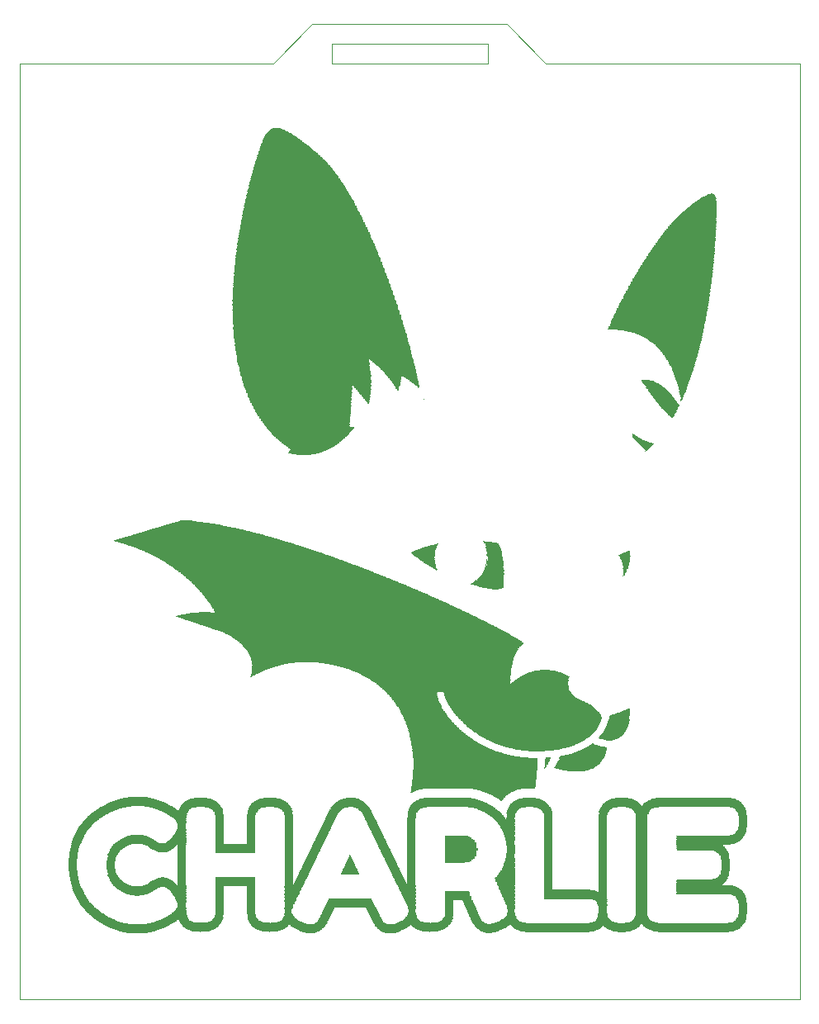
<source format=gto>
G75*
%MOIN*%
%OFA0B0*%
%FSLAX25Y25*%
%IPPOS*%
%LPD*%
%AMOC8*
5,1,8,0,0,1.08239X$1,22.5*
%
%ADD10C,0.00000*%
%ADD11R,0.04606X0.00118*%
%ADD12R,0.01772X0.00118*%
%ADD13R,0.02598X0.00118*%
%ADD14R,0.06732X0.00118*%
%ADD15R,0.03307X0.00118*%
%ADD16R,0.03780X0.00118*%
%ADD17R,0.08386X0.00118*%
%ADD18R,0.04252X0.00118*%
%ADD19R,0.04724X0.00118*%
%ADD20R,0.02480X0.00118*%
%ADD21R,0.09567X0.00118*%
%ADD22R,0.05079X0.00118*%
%ADD23R,0.05433X0.00118*%
%ADD24R,0.10748X0.00118*%
%ADD25R,0.05787X0.00118*%
%ADD26R,0.06024X0.00118*%
%ADD27R,0.11811X0.00118*%
%ADD28R,0.00118X0.00118*%
%ADD29R,0.06260X0.00118*%
%ADD30R,0.06614X0.00118*%
%ADD31R,0.00236X0.00118*%
%ADD32R,0.05551X0.00118*%
%ADD33R,0.25866X0.00118*%
%ADD34R,0.03189X0.00118*%
%ADD35R,0.28465X0.00118*%
%ADD36R,0.12756X0.00118*%
%ADD37R,0.06850X0.00118*%
%ADD38R,0.07205X0.00118*%
%ADD39R,0.04370X0.00118*%
%ADD40R,0.06142X0.00118*%
%ADD41R,0.27756X0.00118*%
%ADD42R,0.05197X0.00118*%
%ADD43R,0.30472X0.00118*%
%ADD44R,0.13701X0.00118*%
%ADD45R,0.05906X0.00118*%
%ADD46R,0.07323X0.00118*%
%ADD47R,0.07677X0.00118*%
%ADD48R,0.28937X0.00118*%
%ADD49R,0.06496X0.00118*%
%ADD50R,0.31890X0.00118*%
%ADD51R,0.14528X0.00118*%
%ADD52R,0.07087X0.00118*%
%ADD53R,0.06969X0.00118*%
%ADD54R,0.07913X0.00118*%
%ADD55R,0.08150X0.00118*%
%ADD56R,0.30000X0.00118*%
%ADD57R,0.07559X0.00118*%
%ADD58R,0.32835X0.00118*%
%ADD59R,0.15354X0.00118*%
%ADD60R,0.08268X0.00118*%
%ADD61R,0.08504X0.00118*%
%ADD62R,0.07795X0.00118*%
%ADD63R,0.30709X0.00118*%
%ADD64R,0.33543X0.00118*%
%ADD65R,0.16181X0.00118*%
%ADD66R,0.08740X0.00118*%
%ADD67R,0.08622X0.00118*%
%ADD68R,0.08976X0.00118*%
%ADD69R,0.31417X0.00118*%
%ADD70R,0.34252X0.00118*%
%ADD71R,0.16890X0.00118*%
%ADD72R,0.09331X0.00118*%
%ADD73R,0.09094X0.00118*%
%ADD74R,0.09449X0.00118*%
%ADD75R,0.32008X0.00118*%
%ADD76R,0.09685X0.00118*%
%ADD77R,0.34961X0.00118*%
%ADD78R,0.17598X0.00118*%
%ADD79R,0.09921X0.00118*%
%ADD80R,0.10039X0.00118*%
%ADD81R,0.09803X0.00118*%
%ADD82R,0.09213X0.00118*%
%ADD83R,0.32598X0.00118*%
%ADD84R,0.10157X0.00118*%
%ADD85R,0.35433X0.00118*%
%ADD86R,0.18307X0.00118*%
%ADD87R,0.10512X0.00118*%
%ADD88R,0.10276X0.00118*%
%ADD89R,0.33071X0.00118*%
%ADD90R,0.35906X0.00118*%
%ADD91R,0.18898X0.00118*%
%ADD92R,0.10984X0.00118*%
%ADD93R,0.11220X0.00118*%
%ADD94R,0.36378X0.00118*%
%ADD95R,0.19606X0.00118*%
%ADD96R,0.11457X0.00118*%
%ADD97R,0.10630X0.00118*%
%ADD98R,0.10866X0.00118*%
%ADD99R,0.34016X0.00118*%
%ADD100R,0.11575X0.00118*%
%ADD101R,0.36732X0.00118*%
%ADD102R,0.20197X0.00118*%
%ADD103R,0.11929X0.00118*%
%ADD104R,0.34370X0.00118*%
%ADD105R,0.12047X0.00118*%
%ADD106R,0.37205X0.00118*%
%ADD107R,0.20787X0.00118*%
%ADD108R,0.12283X0.00118*%
%ADD109R,0.11339X0.00118*%
%ADD110R,0.12165X0.00118*%
%ADD111R,0.11102X0.00118*%
%ADD112R,0.34724X0.00118*%
%ADD113R,0.12402X0.00118*%
%ADD114R,0.37559X0.00118*%
%ADD115R,0.21378X0.00118*%
%ADD116R,0.12520X0.00118*%
%ADD117R,0.12638X0.00118*%
%ADD118R,0.35079X0.00118*%
%ADD119R,0.37795X0.00118*%
%ADD120R,0.21850X0.00118*%
%ADD121R,0.12992X0.00118*%
%ADD122R,0.12874X0.00118*%
%ADD123R,0.35315X0.00118*%
%ADD124R,0.38150X0.00118*%
%ADD125R,0.22559X0.00118*%
%ADD126R,0.13228X0.00118*%
%ADD127R,0.35551X0.00118*%
%ADD128R,0.13346X0.00118*%
%ADD129R,0.38504X0.00118*%
%ADD130R,0.23031X0.00118*%
%ADD131R,0.13465X0.00118*%
%ADD132R,0.13583X0.00118*%
%ADD133R,0.38740X0.00118*%
%ADD134R,0.23504X0.00118*%
%ADD135R,0.13819X0.00118*%
%ADD136R,0.36142X0.00118*%
%ADD137R,0.13937X0.00118*%
%ADD138R,0.38976X0.00118*%
%ADD139R,0.23976X0.00118*%
%ADD140R,0.14055X0.00118*%
%ADD141R,0.13110X0.00118*%
%ADD142R,0.14173X0.00118*%
%ADD143R,0.39213X0.00118*%
%ADD144R,0.24449X0.00118*%
%ADD145R,0.14409X0.00118*%
%ADD146R,0.14291X0.00118*%
%ADD147R,0.36614X0.00118*%
%ADD148R,0.39449X0.00118*%
%ADD149R,0.24921X0.00118*%
%ADD150R,0.14646X0.00118*%
%ADD151R,0.36850X0.00118*%
%ADD152R,0.39685X0.00118*%
%ADD153R,0.25394X0.00118*%
%ADD154R,0.14882X0.00118*%
%ADD155R,0.14764X0.00118*%
%ADD156R,0.37087X0.00118*%
%ADD157R,0.39921X0.00118*%
%ADD158R,0.15000X0.00118*%
%ADD159R,0.52323X0.00118*%
%ADD160R,0.40157X0.00118*%
%ADD161R,0.26220X0.00118*%
%ADD162R,0.15118X0.00118*%
%ADD163R,0.15236X0.00118*%
%ADD164R,0.52559X0.00118*%
%ADD165R,0.40276X0.00118*%
%ADD166R,0.05669X0.00118*%
%ADD167R,0.05315X0.00118*%
%ADD168R,0.15472X0.00118*%
%ADD169R,0.40512X0.00118*%
%ADD170R,0.15591X0.00118*%
%ADD171R,0.22795X0.00118*%
%ADD172R,0.04961X0.00118*%
%ADD173R,0.67559X0.00118*%
%ADD174R,0.40630X0.00118*%
%ADD175R,0.15827X0.00118*%
%ADD176R,0.22441X0.00118*%
%ADD177R,0.04843X0.00118*%
%ADD178R,0.22205X0.00118*%
%ADD179R,0.60472X0.00118*%
%ADD180R,0.40866X0.00118*%
%ADD181R,0.15945X0.00118*%
%ADD182R,0.22087X0.00118*%
%ADD183R,0.60000X0.00118*%
%ADD184R,0.40984X0.00118*%
%ADD185R,0.16063X0.00118*%
%ADD186R,0.21969X0.00118*%
%ADD187R,0.04488X0.00118*%
%ADD188R,0.21732X0.00118*%
%ADD189R,0.59646X0.00118*%
%ADD190R,0.41220X0.00118*%
%ADD191R,0.08858X0.00118*%
%ADD192R,0.08031X0.00118*%
%ADD193R,0.06378X0.00118*%
%ADD194R,0.04134X0.00118*%
%ADD195R,0.10394X0.00118*%
%ADD196R,0.04016X0.00118*%
%ADD197R,0.07441X0.00118*%
%ADD198R,0.03898X0.00118*%
%ADD199R,0.03661X0.00118*%
%ADD200R,0.03543X0.00118*%
%ADD201R,0.03425X0.00118*%
%ADD202R,0.03071X0.00118*%
%ADD203R,0.02953X0.00118*%
%ADD204R,0.02835X0.00118*%
%ADD205R,0.20315X0.00118*%
%ADD206R,0.20079X0.00118*%
%ADD207R,0.19961X0.00118*%
%ADD208R,0.19843X0.00118*%
%ADD209R,0.19370X0.00118*%
%ADD210R,0.19134X0.00118*%
%ADD211R,0.19016X0.00118*%
%ADD212R,0.18780X0.00118*%
%ADD213R,0.18661X0.00118*%
%ADD214R,0.18543X0.00118*%
%ADD215R,0.18425X0.00118*%
%ADD216R,0.18189X0.00118*%
%ADD217R,0.18071X0.00118*%
%ADD218R,0.17953X0.00118*%
%ADD219R,0.17835X0.00118*%
%ADD220R,0.17717X0.00118*%
%ADD221R,0.17480X0.00118*%
%ADD222R,0.17362X0.00118*%
%ADD223R,0.17244X0.00118*%
%ADD224R,0.17126X0.00118*%
%ADD225R,0.02126X0.00118*%
%ADD226R,0.27283X0.00118*%
%ADD227R,0.27165X0.00118*%
%ADD228R,0.27047X0.00118*%
%ADD229R,0.26929X0.00118*%
%ADD230R,0.26811X0.00118*%
%ADD231R,0.21496X0.00118*%
%ADD232R,0.26693X0.00118*%
%ADD233R,0.01417X0.00118*%
%ADD234R,0.21260X0.00118*%
%ADD235R,0.26575X0.00118*%
%ADD236R,0.21024X0.00118*%
%ADD237R,0.26457X0.00118*%
%ADD238R,0.20669X0.00118*%
%ADD239R,0.26339X0.00118*%
%ADD240R,0.19724X0.00118*%
%ADD241R,0.26102X0.00118*%
%ADD242R,0.25984X0.00118*%
%ADD243R,0.25748X0.00118*%
%ADD244R,0.25512X0.00118*%
%ADD245R,0.25157X0.00118*%
%ADD246R,0.16299X0.00118*%
%ADD247R,0.25039X0.00118*%
%ADD248R,0.16654X0.00118*%
%ADD249R,0.24803X0.00118*%
%ADD250R,0.17008X0.00118*%
%ADD251R,0.24567X0.00118*%
%ADD252R,0.24331X0.00118*%
%ADD253R,0.24094X0.00118*%
%ADD254R,0.23740X0.00118*%
%ADD255R,0.23150X0.00118*%
%ADD256R,0.22677X0.00118*%
%ADD257R,0.19252X0.00118*%
%ADD258R,0.19488X0.00118*%
%ADD259R,0.02717X0.00118*%
%ADD260R,0.01063X0.00118*%
%ADD261R,0.02362X0.00118*%
%ADD262R,0.01890X0.00118*%
%ADD263R,0.01654X0.00118*%
%ADD264R,0.01535X0.00118*%
%ADD265R,0.01181X0.00118*%
%ADD266R,0.11693X0.00118*%
%ADD267R,0.00945X0.00118*%
%ADD268R,0.00709X0.00118*%
%ADD269R,0.00472X0.00118*%
%ADD270R,0.20433X0.00118*%
%ADD271R,0.23386X0.00118*%
%ADD272R,0.25630X0.00118*%
%ADD273R,0.16417X0.00118*%
%ADD274R,0.33189X0.00118*%
%ADD275R,0.57638X0.00118*%
%ADD276R,0.32953X0.00118*%
%ADD277R,0.41102X0.00118*%
%ADD278R,0.32717X0.00118*%
%ADD279R,0.32362X0.00118*%
%ADD280R,0.32126X0.00118*%
%ADD281R,0.15709X0.00118*%
%ADD282R,0.31535X0.00118*%
%ADD283R,0.25276X0.00118*%
%ADD284R,0.31181X0.00118*%
%ADD285R,0.30945X0.00118*%
%ADD286R,0.30591X0.00118*%
%ADD287R,0.23858X0.00118*%
%ADD288R,0.30236X0.00118*%
%ADD289R,0.29882X0.00118*%
%ADD290R,0.29528X0.00118*%
%ADD291R,0.29173X0.00118*%
%ADD292R,0.28819X0.00118*%
%ADD293R,0.38386X0.00118*%
%ADD294R,0.21142X0.00118*%
%ADD295R,0.20551X0.00118*%
%ADD296R,0.27874X0.00118*%
%ADD297R,0.37913X0.00118*%
%ADD298R,0.27520X0.00118*%
%ADD299R,0.37441X0.00118*%
%ADD300R,0.36024X0.00118*%
%ADD301R,0.16535X0.00118*%
%ADD302R,0.00591X0.00118*%
%ADD303R,0.24213X0.00118*%
%ADD304R,0.00827X0.00118*%
%ADD305R,0.34843X0.00118*%
%ADD306R,0.33780X0.00118*%
%ADD307R,0.21614X0.00118*%
%ADD308R,0.02008X0.00118*%
%ADD309R,0.00354X0.00118*%
%ADD310R,0.02244X0.00118*%
%ADD311R,0.49843X0.00118*%
%ADD312R,0.49724X0.00118*%
%ADD313R,0.16772X0.00118*%
%ADD314R,0.49961X0.00118*%
%ADD315R,0.01299X0.00118*%
%ADD316R,0.50079X0.00118*%
%ADD317R,0.46535X0.00118*%
%ADD318R,0.45118X0.00118*%
%ADD319R,0.43937X0.00118*%
%ADD320R,0.43110X0.00118*%
%ADD321R,0.42283X0.00118*%
%ADD322R,0.41575X0.00118*%
%ADD323R,0.39094X0.00118*%
%ADD324R,0.38622X0.00118*%
%ADD325R,0.37677X0.00118*%
%ADD326R,0.36496X0.00118*%
%ADD327R,0.35669X0.00118*%
%ADD328R,0.34606X0.00118*%
%ADD329R,0.33898X0.00118*%
%ADD330R,0.33425X0.00118*%
%ADD331R,0.32480X0.00118*%
%ADD332R,0.31299X0.00118*%
%ADD333R,0.31063X0.00118*%
%ADD334R,0.30354X0.00118*%
%ADD335R,0.30118X0.00118*%
%ADD336R,0.29646X0.00118*%
%ADD337R,0.29409X0.00118*%
%ADD338R,0.29291X0.00118*%
%ADD339R,0.29055X0.00118*%
%ADD340R,0.27992X0.00118*%
%ADD341R,0.28583X0.00118*%
%ADD342R,0.28701X0.00118*%
%ADD343R,0.28346X0.00118*%
%ADD344R,0.28110X0.00118*%
%ADD345R,0.27638X0.00118*%
%ADD346R,0.27402X0.00118*%
%ADD347R,0.33661X0.00118*%
%ADD348R,0.35197X0.00118*%
%ADD349R,0.35787X0.00118*%
%ADD350R,0.36260X0.00118*%
%ADD351R,0.38031X0.00118*%
%ADD352R,0.39803X0.00118*%
%ADD353R,0.24685X0.00118*%
%ADD354R,0.41339X0.00118*%
%ADD355R,0.41811X0.00118*%
%ADD356R,0.42165X0.00118*%
%ADD357R,0.42520X0.00118*%
%ADD358R,0.42874X0.00118*%
%ADD359R,0.23622X0.00118*%
%ADD360R,0.43228X0.00118*%
%ADD361R,0.43583X0.00118*%
%ADD362R,0.23268X0.00118*%
%ADD363R,0.43819X0.00118*%
%ADD364R,0.44173X0.00118*%
%ADD365R,0.44646X0.00118*%
%ADD366R,0.22913X0.00118*%
%ADD367R,0.44882X0.00118*%
%ADD368R,0.45236X0.00118*%
%ADD369R,0.45591X0.00118*%
%ADD370R,0.45827X0.00118*%
%ADD371R,0.46181X0.00118*%
%ADD372R,0.22323X0.00118*%
%ADD373R,0.46417X0.00118*%
%ADD374R,0.46772X0.00118*%
%ADD375R,0.47008X0.00118*%
%ADD376R,0.47362X0.00118*%
%ADD377R,0.47598X0.00118*%
%ADD378R,0.47953X0.00118*%
%ADD379R,0.48189X0.00118*%
%ADD380R,0.48425X0.00118*%
%ADD381R,0.48661X0.00118*%
%ADD382R,0.48898X0.00118*%
%ADD383R,0.49252X0.00118*%
%ADD384R,0.49488X0.00118*%
%ADD385R,0.20906X0.00118*%
%ADD386R,0.50197X0.00118*%
%ADD387R,0.50433X0.00118*%
%ADD388R,0.50787X0.00118*%
%ADD389R,0.50906X0.00118*%
%ADD390R,0.51142X0.00118*%
%ADD391R,0.51378X0.00118*%
%ADD392R,0.51614X0.00118*%
%ADD393R,0.51850X0.00118*%
%ADD394R,0.52087X0.00118*%
%ADD395R,0.52205X0.00118*%
%ADD396R,0.52795X0.00118*%
%ADD397R,0.52913X0.00118*%
%ADD398R,0.53150X0.00118*%
%ADD399R,0.53268X0.00118*%
%ADD400R,0.53504X0.00118*%
%ADD401R,0.53740X0.00118*%
%ADD402R,0.53976X0.00118*%
%ADD403R,0.54094X0.00118*%
%ADD404R,0.54331X0.00118*%
%ADD405R,0.54449X0.00118*%
%ADD406R,0.54685X0.00118*%
%ADD407R,0.54803X0.00118*%
%ADD408R,0.55039X0.00118*%
%ADD409R,0.55157X0.00118*%
%ADD410R,0.55276X0.00118*%
%ADD411R,0.55512X0.00118*%
%ADD412R,0.55630X0.00118*%
%ADD413R,0.55748X0.00118*%
%ADD414R,0.55984X0.00118*%
%ADD415R,0.56102X0.00118*%
%ADD416R,0.56339X0.00118*%
%ADD417R,0.56457X0.00118*%
%ADD418R,0.56575X0.00118*%
%ADD419R,0.56811X0.00118*%
%ADD420R,0.56929X0.00118*%
%ADD421R,0.57047X0.00118*%
%ADD422R,0.57165X0.00118*%
%ADD423R,0.57402X0.00118*%
%ADD424R,0.57520X0.00118*%
%ADD425R,0.57756X0.00118*%
%ADD426R,0.57992X0.00118*%
%ADD427R,0.58110X0.00118*%
%ADD428R,0.58228X0.00118*%
%ADD429R,0.58346X0.00118*%
%ADD430R,0.57874X0.00118*%
%ADD431R,0.56693X0.00118*%
%ADD432R,0.54213X0.00118*%
%ADD433R,0.53622X0.00118*%
%ADD434R,0.53386X0.00118*%
%ADD435R,0.52677X0.00118*%
%ADD436R,0.51969X0.00118*%
%ADD437R,0.51732X0.00118*%
%ADD438R,0.51496X0.00118*%
%ADD439R,0.51260X0.00118*%
%ADD440R,0.51024X0.00118*%
%ADD441R,0.53031X0.00118*%
%ADD442R,0.74528X0.00118*%
%ADD443R,0.74646X0.00118*%
%ADD444R,0.74764X0.00118*%
%ADD445R,0.74882X0.00118*%
%ADD446R,0.75000X0.00118*%
%ADD447R,0.75118X0.00118*%
%ADD448R,0.75236X0.00118*%
%ADD449R,0.75354X0.00118*%
%ADD450R,0.75591X0.00118*%
%ADD451R,0.75709X0.00118*%
%ADD452R,0.75827X0.00118*%
%ADD453R,0.75945X0.00118*%
%ADD454R,0.76063X0.00118*%
%ADD455R,0.76299X0.00118*%
%ADD456R,0.76417X0.00118*%
%ADD457R,0.76535X0.00118*%
%ADD458R,0.76772X0.00118*%
%ADD459R,0.76890X0.00118*%
%ADD460R,0.54567X0.00118*%
%ADD461R,0.54921X0.00118*%
%ADD462R,0.55394X0.00118*%
%ADD463R,0.57283X0.00118*%
%ADD464R,0.58465X0.00118*%
%ADD465R,0.58701X0.00118*%
%ADD466R,0.58937X0.00118*%
%ADD467R,0.59291X0.00118*%
%ADD468R,0.59528X0.00118*%
%ADD469R,0.59764X0.00118*%
%ADD470R,0.60236X0.00118*%
%ADD471R,0.60709X0.00118*%
%ADD472R,0.60945X0.00118*%
%ADD473R,0.61181X0.00118*%
%ADD474R,0.61417X0.00118*%
%ADD475R,0.61654X0.00118*%
%ADD476R,0.62126X0.00118*%
%ADD477R,0.62362X0.00118*%
%ADD478R,0.62598X0.00118*%
%ADD479R,0.62953X0.00118*%
%ADD480R,0.63189X0.00118*%
%ADD481R,0.63543X0.00118*%
%ADD482R,0.63780X0.00118*%
%ADD483R,0.64134X0.00118*%
%ADD484R,0.64488X0.00118*%
%ADD485R,0.64843X0.00118*%
%ADD486R,0.65197X0.00118*%
%ADD487R,0.65551X0.00118*%
%ADD488R,0.65906X0.00118*%
%ADD489R,0.66260X0.00118*%
%ADD490R,0.66614X0.00118*%
%ADD491R,0.67087X0.00118*%
%ADD492R,0.67441X0.00118*%
%ADD493R,0.67913X0.00118*%
%ADD494R,0.68268X0.00118*%
%ADD495R,0.68740X0.00118*%
%ADD496R,0.69213X0.00118*%
%ADD497R,0.69685X0.00118*%
%ADD498R,0.70157X0.00118*%
%ADD499R,0.70748X0.00118*%
%ADD500R,0.71220X0.00118*%
%ADD501R,0.71811X0.00118*%
%ADD502R,0.72520X0.00118*%
%ADD503R,0.73110X0.00118*%
%ADD504R,0.73701X0.00118*%
%ADD505R,0.74409X0.00118*%
%ADD506R,0.76654X0.00118*%
%ADD507R,0.77362X0.00118*%
%ADD508R,0.78307X0.00118*%
%ADD509R,0.79724X0.00118*%
%ADD510R,0.81732X0.00118*%
%ADD511R,1.05354X0.00118*%
%ADD512R,1.05472X0.00118*%
%ADD513R,1.05591X0.00118*%
%ADD514R,1.05709X0.00118*%
%ADD515R,1.05827X0.00118*%
%ADD516R,1.05945X0.00118*%
%ADD517R,1.06063X0.00118*%
%ADD518R,1.06181X0.00118*%
%ADD519R,1.06299X0.00118*%
%ADD520R,1.06417X0.00118*%
%ADD521R,1.06535X0.00118*%
%ADD522R,1.06654X0.00118*%
%ADD523R,1.06772X0.00118*%
%ADD524R,1.06890X0.00118*%
%ADD525R,1.07008X0.00118*%
%ADD526R,1.07244X0.00118*%
%ADD527R,1.07480X0.00118*%
%ADD528R,1.07717X0.00118*%
%ADD529R,1.07953X0.00118*%
%ADD530R,1.08071X0.00118*%
%ADD531R,1.08307X0.00118*%
%ADD532R,1.08425X0.00118*%
%ADD533R,1.08543X0.00118*%
%ADD534R,1.08661X0.00118*%
%ADD535R,1.08780X0.00118*%
%ADD536R,1.09016X0.00118*%
%ADD537R,1.09252X0.00118*%
%ADD538R,1.09488X0.00118*%
%ADD539R,1.09606X0.00118*%
%ADD540R,1.09724X0.00118*%
%ADD541R,1.09843X0.00118*%
%ADD542R,1.10079X0.00118*%
%ADD543R,1.10315X0.00118*%
%ADD544R,1.10433X0.00118*%
%ADD545R,1.10551X0.00118*%
%ADD546R,1.10787X0.00118*%
%ADD547R,1.11024X0.00118*%
%ADD548R,1.11260X0.00118*%
%ADD549R,1.11496X0.00118*%
%ADD550R,1.11732X0.00118*%
%ADD551R,1.11850X0.00118*%
%ADD552R,1.12087X0.00118*%
%ADD553R,1.12323X0.00118*%
%ADD554R,1.12559X0.00118*%
%ADD555R,1.12795X0.00118*%
%ADD556R,1.13031X0.00118*%
%ADD557R,1.13268X0.00118*%
%ADD558R,1.13622X0.00118*%
%ADD559R,1.13858X0.00118*%
%ADD560R,1.14213X0.00118*%
%ADD561R,1.14331X0.00118*%
%ADD562R,1.14449X0.00118*%
%ADD563R,1.14094X0.00118*%
%ADD564R,1.13976X0.00118*%
%ADD565R,1.13740X0.00118*%
%ADD566R,1.13504X0.00118*%
%ADD567R,1.14685X0.00118*%
%ADD568R,1.14803X0.00118*%
%ADD569R,1.14921X0.00118*%
%ADD570R,1.15039X0.00118*%
%ADD571R,1.15157X0.00118*%
%ADD572R,1.15276X0.00118*%
%ADD573R,1.15394X0.00118*%
%ADD574R,1.15630X0.00118*%
%ADD575R,1.15748X0.00118*%
%ADD576R,1.15866X0.00118*%
%ADD577R,1.15984X0.00118*%
%ADD578R,1.16102X0.00118*%
%ADD579R,1.16220X0.00118*%
%ADD580R,1.16339X0.00118*%
%ADD581R,1.16457X0.00118*%
%ADD582R,1.16575X0.00118*%
%ADD583R,1.16693X0.00118*%
%ADD584R,1.16811X0.00118*%
%ADD585R,1.16929X0.00118*%
%ADD586R,1.17047X0.00118*%
%ADD587R,1.17165X0.00118*%
%ADD588R,1.17283X0.00118*%
%ADD589R,1.17402X0.00118*%
%ADD590R,1.17520X0.00118*%
%ADD591R,1.17756X0.00118*%
%ADD592R,1.17874X0.00118*%
%ADD593R,1.17992X0.00118*%
%ADD594R,1.18110X0.00118*%
%ADD595R,1.18228X0.00118*%
%ADD596R,1.18346X0.00118*%
%ADD597R,1.18465X0.00118*%
%ADD598R,1.18583X0.00118*%
%ADD599R,1.18701X0.00118*%
%ADD600R,1.18819X0.00118*%
%ADD601R,1.18937X0.00118*%
%ADD602R,1.19055X0.00118*%
%ADD603R,1.19173X0.00118*%
%ADD604R,1.19409X0.00118*%
%ADD605R,1.19528X0.00118*%
%ADD606R,1.19646X0.00118*%
%ADD607R,1.19764X0.00118*%
%ADD608R,1.19882X0.00118*%
%ADD609R,1.20118X0.00118*%
%ADD610R,1.20236X0.00118*%
%ADD611R,1.20354X0.00118*%
%ADD612R,1.20472X0.00118*%
%ADD613R,1.11378X0.00118*%
%ADD614R,1.01457X0.00118*%
%ADD615R,1.01220X0.00118*%
%ADD616R,1.01102X0.00118*%
%ADD617R,1.00866X0.00118*%
%ADD618R,1.00748X0.00118*%
%ADD619R,1.00394X0.00118*%
%ADD620R,1.00276X0.00118*%
%ADD621R,1.00039X0.00118*%
%ADD622R,0.99921X0.00118*%
%ADD623R,0.99803X0.00118*%
%ADD624R,0.99567X0.00118*%
%ADD625R,0.99449X0.00118*%
%ADD626R,0.99213X0.00118*%
%ADD627R,0.98976X0.00118*%
%ADD628R,0.98740X0.00118*%
%ADD629R,0.98622X0.00118*%
%ADD630R,0.98504X0.00118*%
%ADD631R,0.98268X0.00118*%
%ADD632R,0.98150X0.00118*%
%ADD633R,0.97913X0.00118*%
%ADD634R,0.97677X0.00118*%
%ADD635R,0.97441X0.00118*%
%ADD636R,0.97323X0.00118*%
%ADD637R,0.97205X0.00118*%
%ADD638R,0.96969X0.00118*%
%ADD639R,0.96850X0.00118*%
%ADD640R,0.96614X0.00118*%
%ADD641R,0.96378X0.00118*%
%ADD642R,0.96260X0.00118*%
%ADD643R,0.96142X0.00118*%
%ADD644R,0.95906X0.00118*%
%ADD645R,0.95669X0.00118*%
%ADD646R,0.95551X0.00118*%
%ADD647R,0.95315X0.00118*%
%ADD648R,0.95197X0.00118*%
%ADD649R,0.95079X0.00118*%
%ADD650R,0.94724X0.00118*%
%ADD651R,0.94606X0.00118*%
%ADD652R,0.94488X0.00118*%
%ADD653R,0.94370X0.00118*%
%ADD654R,0.94134X0.00118*%
%ADD655R,0.93898X0.00118*%
%ADD656R,0.93780X0.00118*%
%ADD657R,0.93661X0.00118*%
%ADD658R,0.93425X0.00118*%
%ADD659R,0.93189X0.00118*%
%ADD660R,0.93071X0.00118*%
%ADD661R,0.92953X0.00118*%
%ADD662R,0.92717X0.00118*%
%ADD663R,0.92480X0.00118*%
%ADD664R,0.92362X0.00118*%
%ADD665R,0.92244X0.00118*%
%ADD666R,0.92008X0.00118*%
%ADD667R,0.91772X0.00118*%
%ADD668R,0.91654X0.00118*%
%ADD669R,0.91535X0.00118*%
%ADD670R,0.91417X0.00118*%
%ADD671R,0.91063X0.00118*%
%ADD672R,0.90945X0.00118*%
%ADD673R,0.90827X0.00118*%
%ADD674R,0.90591X0.00118*%
%ADD675R,0.90472X0.00118*%
%ADD676R,0.90354X0.00118*%
%ADD677R,0.90118X0.00118*%
%ADD678R,0.89882X0.00118*%
%ADD679R,0.89764X0.00118*%
%ADD680R,0.89646X0.00118*%
%ADD681R,0.89409X0.00118*%
%ADD682R,0.89291X0.00118*%
%ADD683R,0.89173X0.00118*%
%ADD684R,0.88819X0.00118*%
%ADD685R,0.88701X0.00118*%
%ADD686R,0.88583X0.00118*%
%ADD687R,0.88465X0.00118*%
%ADD688R,0.88228X0.00118*%
%ADD689R,0.88110X0.00118*%
%ADD690R,0.87992X0.00118*%
%ADD691R,0.87756X0.00118*%
%ADD692R,0.87638X0.00118*%
%ADD693R,0.87520X0.00118*%
%ADD694R,0.87165X0.00118*%
%ADD695R,0.87047X0.00118*%
%ADD696R,0.86811X0.00118*%
%ADD697R,0.86693X0.00118*%
%ADD698R,0.86575X0.00118*%
%ADD699R,0.86339X0.00118*%
%ADD700R,0.86220X0.00118*%
%ADD701R,0.86102X0.00118*%
%ADD702R,0.85866X0.00118*%
%ADD703R,0.85748X0.00118*%
%ADD704R,0.85630X0.00118*%
%ADD705R,0.85394X0.00118*%
%ADD706R,0.85276X0.00118*%
%ADD707R,0.85039X0.00118*%
%ADD708R,0.84921X0.00118*%
%ADD709R,0.84803X0.00118*%
%ADD710R,0.84567X0.00118*%
%ADD711R,0.84449X0.00118*%
%ADD712R,0.84213X0.00118*%
%ADD713R,0.84094X0.00118*%
%ADD714R,0.83976X0.00118*%
%ADD715R,0.83740X0.00118*%
%ADD716R,0.83622X0.00118*%
%ADD717R,0.83386X0.00118*%
%ADD718R,0.83268X0.00118*%
%ADD719R,0.83150X0.00118*%
%ADD720R,0.82913X0.00118*%
%ADD721R,0.82677X0.00118*%
%ADD722R,0.82559X0.00118*%
%ADD723R,0.82323X0.00118*%
%ADD724R,0.82205X0.00118*%
%ADD725R,0.81969X0.00118*%
%ADD726R,0.81850X0.00118*%
%ADD727R,0.81496X0.00118*%
%ADD728R,0.81378X0.00118*%
%ADD729R,0.81260X0.00118*%
%ADD730R,0.81142X0.00118*%
%ADD731R,0.80906X0.00118*%
%ADD732R,0.80787X0.00118*%
%ADD733R,0.80551X0.00118*%
%ADD734R,0.80433X0.00118*%
%ADD735R,0.80315X0.00118*%
%ADD736R,0.80197X0.00118*%
%ADD737R,0.79961X0.00118*%
%ADD738R,0.79843X0.00118*%
%ADD739R,0.79606X0.00118*%
%ADD740R,0.79370X0.00118*%
%ADD741R,0.79252X0.00118*%
%ADD742R,0.79016X0.00118*%
%ADD743R,0.78898X0.00118*%
%ADD744R,0.78780X0.00118*%
%ADD745R,0.78661X0.00118*%
%ADD746R,0.78425X0.00118*%
%ADD747R,0.78189X0.00118*%
%ADD748R,0.77953X0.00118*%
%ADD749R,0.77835X0.00118*%
%ADD750R,0.77717X0.00118*%
%ADD751R,0.77598X0.00118*%
%ADD752R,0.77126X0.00118*%
%ADD753R,0.76181X0.00118*%
%ADD754R,0.75472X0.00118*%
%ADD755R,0.74173X0.00118*%
%ADD756R,0.74055X0.00118*%
%ADD757R,0.73819X0.00118*%
%ADD758R,0.73583X0.00118*%
%ADD759R,0.73465X0.00118*%
%ADD760R,0.73346X0.00118*%
%ADD761R,0.73228X0.00118*%
%ADD762R,0.72874X0.00118*%
%ADD763R,0.72756X0.00118*%
%ADD764R,0.72402X0.00118*%
%ADD765R,0.72165X0.00118*%
%ADD766R,0.72047X0.00118*%
%ADD767R,0.71929X0.00118*%
%ADD768R,0.71693X0.00118*%
%ADD769R,0.71575X0.00118*%
%ADD770R,0.71457X0.00118*%
%ADD771R,0.71339X0.00118*%
%ADD772R,0.71102X0.00118*%
%ADD773R,0.70984X0.00118*%
%ADD774R,0.70866X0.00118*%
%ADD775R,0.70630X0.00118*%
%ADD776R,0.70512X0.00118*%
%ADD777R,0.70394X0.00118*%
%ADD778R,0.70276X0.00118*%
%ADD779R,0.70039X0.00118*%
%ADD780R,0.69921X0.00118*%
%ADD781R,0.69803X0.00118*%
%ADD782R,0.69567X0.00118*%
%ADD783R,0.69449X0.00118*%
%ADD784R,0.69331X0.00118*%
%ADD785R,0.69094X0.00118*%
%ADD786R,0.68976X0.00118*%
%ADD787R,0.68858X0.00118*%
%ADD788R,0.68622X0.00118*%
%ADD789R,0.68504X0.00118*%
%ADD790R,0.68386X0.00118*%
%ADD791R,0.68150X0.00118*%
%ADD792R,0.68031X0.00118*%
%ADD793R,0.67795X0.00118*%
%ADD794R,0.67205X0.00118*%
%ADD795R,0.66496X0.00118*%
%ADD796R,0.65669X0.00118*%
%ADD797R,0.62480X0.00118*%
%ADD798R,0.60827X0.00118*%
%ADD799R,0.55866X0.00118*%
%ADD800R,0.47480X0.00118*%
%ADD801R,0.46654X0.00118*%
%ADD802R,0.42402X0.00118*%
%ADD803R,0.41457X0.00118*%
%ADD804R,0.38858X0.00118*%
%ADD805R,0.33307X0.00118*%
%ADD806R,0.28228X0.00118*%
%ADD807R,0.29764X0.00118*%
%ADD808R,0.31654X0.00118*%
%ADD809R,0.32244X0.00118*%
%ADD810R,0.34134X0.00118*%
%ADD811R,0.34488X0.00118*%
%ADD812R,0.36969X0.00118*%
%ADD813R,0.37323X0.00118*%
%ADD814R,0.38268X0.00118*%
%ADD815R,0.39331X0.00118*%
%ADD816R,0.39567X0.00118*%
%ADD817R,0.40039X0.00118*%
%ADD818R,0.40394X0.00118*%
%ADD819R,0.40748X0.00118*%
%ADD820R,0.41693X0.00118*%
%ADD821R,0.41929X0.00118*%
%ADD822R,0.42047X0.00118*%
%ADD823R,0.42638X0.00118*%
%ADD824R,0.42756X0.00118*%
%ADD825R,0.42992X0.00118*%
%ADD826R,0.43346X0.00118*%
%ADD827R,0.43465X0.00118*%
%ADD828R,0.43701X0.00118*%
%ADD829R,0.52441X0.00118*%
%ADD830R,0.31772X0.00118*%
%ADD831R,0.67677X0.00118*%
%ADD832R,0.67323X0.00118*%
%ADD833R,0.66969X0.00118*%
%ADD834R,0.66850X0.00118*%
%ADD835R,0.66732X0.00118*%
%ADD836R,0.66378X0.00118*%
%ADD837R,0.66142X0.00118*%
%ADD838R,0.66024X0.00118*%
%ADD839R,0.65787X0.00118*%
%ADD840R,0.65433X0.00118*%
%ADD841R,0.65315X0.00118*%
%ADD842R,0.65079X0.00118*%
%ADD843R,0.64961X0.00118*%
%ADD844R,0.64724X0.00118*%
%ADD845R,0.64606X0.00118*%
%ADD846R,0.64370X0.00118*%
%ADD847R,0.64252X0.00118*%
%ADD848R,0.64016X0.00118*%
%ADD849R,0.63898X0.00118*%
%ADD850R,0.63661X0.00118*%
%ADD851R,0.63425X0.00118*%
%ADD852R,0.63307X0.00118*%
%ADD853R,0.63071X0.00118*%
%ADD854R,0.62835X0.00118*%
%ADD855R,0.62717X0.00118*%
%ADD856R,0.62244X0.00118*%
%ADD857R,0.62008X0.00118*%
%ADD858R,0.61890X0.00118*%
%ADD859R,0.61772X0.00118*%
%ADD860R,0.61535X0.00118*%
%ADD861R,0.30827X0.00118*%
%ADD862R,0.61299X0.00118*%
%ADD863R,0.60591X0.00118*%
%ADD864R,0.60354X0.00118*%
%ADD865R,0.60118X0.00118*%
%ADD866R,0.59882X0.00118*%
%ADD867R,0.59409X0.00118*%
%ADD868R,0.59173X0.00118*%
%ADD869R,0.59055X0.00118*%
%ADD870R,0.58819X0.00118*%
%ADD871R,0.58583X0.00118*%
%ADD872R,0.56220X0.00118*%
%ADD873R,0.50669X0.00118*%
%ADD874R,0.50551X0.00118*%
%ADD875R,0.49606X0.00118*%
%ADD876R,0.49370X0.00118*%
%ADD877R,0.49134X0.00118*%
%ADD878R,0.48780X0.00118*%
%ADD879R,0.48307X0.00118*%
%ADD880R,0.48071X0.00118*%
%ADD881R,0.47835X0.00118*%
%ADD882R,0.47717X0.00118*%
%ADD883R,0.47244X0.00118*%
%ADD884R,0.47126X0.00118*%
%ADD885R,0.46299X0.00118*%
%ADD886R,0.45945X0.00118*%
%ADD887R,0.45472X0.00118*%
%ADD888R,0.45354X0.00118*%
%ADD889R,0.45000X0.00118*%
%ADD890R,0.44764X0.00118*%
%ADD891R,0.44528X0.00118*%
%ADD892R,0.44409X0.00118*%
%ADD893R,0.44291X0.00118*%
%ADD894R,0.00118X0.00236*%
%ADD895R,0.00118X0.00354*%
%ADD896R,0.00118X0.00472*%
%ADD897R,0.00118X0.00591*%
%ADD898R,0.00118X0.00709*%
%ADD899R,0.00118X0.01417*%
D10*
X0003000Y0014324D02*
X0003000Y0392277D01*
X0105362Y0392277D01*
X0121110Y0408025D01*
X0199850Y0408025D01*
X0215598Y0392277D01*
X0317961Y0392277D01*
X0317961Y0014324D01*
X0003000Y0014324D01*
X0128984Y0392277D02*
X0191976Y0392277D01*
X0191976Y0400151D01*
X0128984Y0400151D01*
X0128984Y0392277D01*
D11*
X0154772Y0264717D03*
X0161268Y0265072D03*
X0161386Y0264954D03*
X0142370Y0259166D03*
X0168354Y0190780D03*
X0099260Y0146962D03*
X0077882Y0170347D03*
X0069969Y0091332D03*
X0067961Y0086962D03*
X0067961Y0081056D03*
X0060638Y0074088D03*
X0067961Y0055544D03*
X0067961Y0055426D03*
X0067961Y0049875D03*
X0069969Y0045741D03*
X0082252Y0045623D03*
X0097961Y0045741D03*
X0112370Y0054363D03*
X0112370Y0054481D03*
X0112370Y0054599D03*
X0124654Y0044914D03*
X0148512Y0044796D03*
X0160677Y0054481D03*
X0160677Y0054599D03*
X0162685Y0091332D03*
X0142252Y0090977D03*
X0130559Y0090741D03*
X0196937Y0087080D03*
X0197055Y0086962D03*
X0200717Y0081529D03*
X0200717Y0081410D03*
X0200717Y0081292D03*
X0202724Y0091332D03*
X0196937Y0096174D03*
X0215244Y0091214D03*
X0200717Y0068300D03*
X0200717Y0068182D03*
X0200717Y0054954D03*
X0200717Y0054836D03*
X0237921Y0054009D03*
X0238512Y0046922D03*
X0254220Y0048930D03*
X0254220Y0049048D03*
X0254220Y0049166D03*
X0254220Y0049284D03*
X0254220Y0049403D03*
X0254220Y0087316D03*
X0254220Y0087434D03*
X0254220Y0087552D03*
X0254220Y0087670D03*
X0254220Y0087788D03*
X0254220Y0087906D03*
X0286701Y0073733D03*
X0293433Y0080702D03*
X0293551Y0091450D03*
X0286465Y0063103D03*
X0293669Y0056135D03*
X0293551Y0045505D03*
X0247252Y0193379D03*
X0255165Y0238969D03*
X0265913Y0251725D03*
X0270874Y0262946D03*
X0050717Y0041017D03*
X0042213Y0061804D03*
X0042094Y0061922D03*
X0030756Y0051647D03*
X0030638Y0051765D03*
X0030520Y0051883D03*
X0030402Y0052001D03*
X0029929Y0084599D03*
X0030047Y0084717D03*
X0030165Y0084836D03*
X0030283Y0084954D03*
D12*
X0060756Y0073733D03*
X0120402Y0041017D03*
X0136465Y0070662D03*
X0197291Y0095111D03*
X0216071Y0110466D03*
X0216071Y0110584D03*
X0247606Y0188182D03*
X0251504Y0241332D03*
X0266386Y0249954D03*
X0270520Y0258458D03*
X0270520Y0258576D03*
X0170717Y0197631D03*
X0170244Y0188773D03*
X0143433Y0256214D03*
X0143433Y0256332D03*
X0155480Y0261647D03*
X0155480Y0261765D03*
X0163157Y0262710D03*
X0097606Y0145544D03*
D13*
X0098138Y0146017D03*
X0162508Y0098773D03*
X0136524Y0069836D03*
X0136524Y0069717D03*
X0152705Y0041017D03*
X0197232Y0095466D03*
X0241169Y0118969D03*
X0248020Y0130662D03*
X0247783Y0189717D03*
X0247783Y0189836D03*
X0247783Y0189954D03*
X0247783Y0190072D03*
X0248138Y0194324D03*
X0252744Y0240387D03*
X0266209Y0250426D03*
X0270697Y0259875D03*
X0170185Y0197395D03*
X0143138Y0257158D03*
X0162626Y0263418D03*
D14*
X0141543Y0261410D03*
X0167173Y0192316D03*
X0195047Y0189954D03*
X0195047Y0189836D03*
X0195047Y0189717D03*
X0195047Y0189599D03*
X0246071Y0129127D03*
X0246071Y0095229D03*
X0236858Y0054836D03*
X0238748Y0045741D03*
X0200835Y0046214D03*
X0192803Y0041843D03*
X0199654Y0059678D03*
X0199654Y0059796D03*
X0199654Y0059914D03*
X0199654Y0064521D03*
X0199654Y0085190D03*
X0192567Y0090623D03*
X0196701Y0096883D03*
X0208866Y0095229D03*
X0159614Y0058969D03*
X0159614Y0058851D03*
X0136583Y0065584D03*
X0113433Y0058969D03*
X0113433Y0058851D03*
X0076110Y0095229D03*
X0066898Y0078458D03*
X0060638Y0074560D03*
X0066898Y0058379D03*
X0050598Y0041135D03*
X0037016Y0046686D03*
X0035835Y0089560D03*
X0036071Y0089678D03*
X0100323Y0147788D03*
X0259181Y0261765D03*
X0265559Y0253143D03*
X0270874Y0266017D03*
X0270874Y0266135D03*
X0280795Y0337119D03*
D15*
X0282035Y0338773D03*
X0270697Y0260938D03*
X0255815Y0264009D03*
X0253689Y0239796D03*
X0247783Y0193969D03*
X0247665Y0191253D03*
X0197114Y0095702D03*
X0201366Y0051883D03*
X0201366Y0051765D03*
X0201366Y0051647D03*
X0201484Y0048576D03*
X0201484Y0048458D03*
X0161563Y0048576D03*
X0161327Y0051647D03*
X0161327Y0051765D03*
X0161327Y0051883D03*
X0136524Y0069009D03*
X0136524Y0069127D03*
X0120343Y0041135D03*
X0111602Y0048458D03*
X0111602Y0048576D03*
X0111720Y0051529D03*
X0111720Y0051647D03*
X0111720Y0051765D03*
X0169240Y0189836D03*
X0142902Y0257749D03*
X0142902Y0257867D03*
X0155185Y0263182D03*
X0155185Y0263300D03*
X0162154Y0264009D03*
D16*
X0161917Y0264363D03*
X0155067Y0263773D03*
X0142665Y0258340D03*
X0168886Y0190190D03*
X0234909Y0116607D03*
X0247429Y0130190D03*
X0239043Y0090269D03*
X0239043Y0090151D03*
X0238925Y0090032D03*
X0238925Y0089914D03*
X0238807Y0089678D03*
X0216130Y0089914D03*
X0216012Y0090151D03*
X0216012Y0090269D03*
X0201839Y0090269D03*
X0201839Y0090151D03*
X0201720Y0090032D03*
X0201720Y0089914D03*
X0201602Y0089560D03*
X0201130Y0078812D03*
X0201130Y0078694D03*
X0201130Y0078576D03*
X0201130Y0078458D03*
X0201130Y0078340D03*
X0201130Y0071253D03*
X0201130Y0071135D03*
X0201130Y0071017D03*
X0201130Y0070899D03*
X0201130Y0070780D03*
X0201130Y0053064D03*
X0201130Y0052946D03*
X0201366Y0047867D03*
X0192626Y0041371D03*
X0187311Y0046450D03*
X0187193Y0046686D03*
X0187075Y0046922D03*
X0186957Y0047158D03*
X0186957Y0047277D03*
X0186839Y0047395D03*
X0186839Y0047513D03*
X0186720Y0047631D03*
X0186720Y0047749D03*
X0186602Y0047867D03*
X0186602Y0047985D03*
X0186484Y0048221D03*
X0186484Y0048340D03*
X0186366Y0048458D03*
X0186366Y0048576D03*
X0186248Y0048694D03*
X0186248Y0048812D03*
X0186130Y0048930D03*
X0186130Y0049048D03*
X0186130Y0049166D03*
X0186012Y0049284D03*
X0186012Y0049403D03*
X0185894Y0049521D03*
X0185894Y0049639D03*
X0185776Y0049757D03*
X0185776Y0049875D03*
X0185776Y0049993D03*
X0185657Y0050111D03*
X0185657Y0050229D03*
X0185539Y0050347D03*
X0185539Y0050466D03*
X0185421Y0050584D03*
X0185421Y0050702D03*
X0185421Y0050820D03*
X0185303Y0050938D03*
X0185303Y0051056D03*
X0185185Y0051174D03*
X0185185Y0051292D03*
X0185067Y0051410D03*
X0185067Y0051529D03*
X0185067Y0051647D03*
X0184949Y0051765D03*
X0184949Y0051883D03*
X0184831Y0052001D03*
X0184831Y0052119D03*
X0184713Y0052355D03*
X0184713Y0052473D03*
X0184594Y0052591D03*
X0184594Y0052710D03*
X0184476Y0052828D03*
X0184476Y0052946D03*
X0184358Y0053182D03*
X0184358Y0053300D03*
X0184240Y0053418D03*
X0184240Y0053536D03*
X0184122Y0053654D03*
X0184122Y0053773D03*
X0184004Y0054009D03*
X0184004Y0054127D03*
X0183886Y0054245D03*
X0176091Y0047158D03*
X0175972Y0046922D03*
X0175972Y0046804D03*
X0175854Y0046686D03*
X0175854Y0046568D03*
X0161445Y0047985D03*
X0161091Y0052828D03*
X0161091Y0052946D03*
X0156248Y0062985D03*
X0156130Y0063221D03*
X0154476Y0066647D03*
X0154358Y0066883D03*
X0152705Y0070308D03*
X0152587Y0070544D03*
X0150933Y0073969D03*
X0150815Y0074206D03*
X0149161Y0077631D03*
X0149043Y0077867D03*
X0147390Y0081292D03*
X0147272Y0081529D03*
X0145618Y0084954D03*
X0145500Y0085190D03*
X0136524Y0068654D03*
X0136524Y0068536D03*
X0128256Y0051410D03*
X0128138Y0051174D03*
X0128020Y0050938D03*
X0127902Y0050702D03*
X0127783Y0050466D03*
X0127665Y0050229D03*
X0127547Y0049993D03*
X0127429Y0049757D03*
X0127311Y0049521D03*
X0127193Y0049284D03*
X0127075Y0049048D03*
X0126957Y0048812D03*
X0126957Y0048694D03*
X0126839Y0048576D03*
X0126839Y0048458D03*
X0126720Y0048221D03*
X0126602Y0047985D03*
X0126484Y0047749D03*
X0126366Y0047513D03*
X0126248Y0047277D03*
X0111720Y0047867D03*
X0111957Y0052710D03*
X0111957Y0052828D03*
X0097193Y0046686D03*
X0097075Y0046922D03*
X0083374Y0047277D03*
X0083256Y0046922D03*
X0083138Y0046804D03*
X0083138Y0046686D03*
X0069201Y0046686D03*
X0068374Y0051056D03*
X0068374Y0051174D03*
X0068374Y0051292D03*
X0068374Y0053418D03*
X0068374Y0053536D03*
X0068374Y0053654D03*
X0068374Y0053773D03*
X0068374Y0082591D03*
X0068374Y0082710D03*
X0068374Y0082828D03*
X0068374Y0082946D03*
X0068374Y0085544D03*
X0068374Y0085662D03*
X0068374Y0085780D03*
X0083256Y0090151D03*
X0083256Y0090269D03*
X0096957Y0089914D03*
X0096957Y0089796D03*
X0097075Y0090032D03*
X0097075Y0090151D03*
X0097193Y0090387D03*
X0104043Y0095466D03*
X0111248Y0090269D03*
X0111366Y0090032D03*
X0144909Y0051292D03*
X0145028Y0051056D03*
X0145146Y0050820D03*
X0145264Y0050584D03*
X0145382Y0050347D03*
X0145736Y0049521D03*
X0145854Y0049284D03*
X0145972Y0049048D03*
X0146091Y0048812D03*
X0146209Y0048576D03*
X0146327Y0048340D03*
X0146445Y0048103D03*
X0146563Y0047867D03*
X0146681Y0047631D03*
X0146799Y0047395D03*
X0146917Y0047158D03*
X0152705Y0041135D03*
X0161681Y0089796D03*
X0161799Y0090032D03*
X0161799Y0090151D03*
X0098846Y0146607D03*
X0040854Y0073143D03*
X0040736Y0072906D03*
X0040736Y0072788D03*
X0040618Y0072670D03*
X0040618Y0072552D03*
X0040500Y0072316D03*
X0040500Y0064639D03*
X0040500Y0064521D03*
X0040618Y0064403D03*
X0040618Y0064284D03*
X0040736Y0064048D03*
X0040854Y0063812D03*
X0026681Y0058143D03*
X0026681Y0058025D03*
X0026681Y0057906D03*
X0026799Y0057788D03*
X0026799Y0057670D03*
X0026917Y0057552D03*
X0026917Y0057434D03*
X0027035Y0057316D03*
X0027035Y0057198D03*
X0027154Y0056962D03*
X0027272Y0056725D03*
X0026563Y0058261D03*
X0026563Y0058379D03*
X0026445Y0058497D03*
X0026445Y0058615D03*
X0026327Y0058851D03*
X0026209Y0059206D03*
X0025854Y0077158D03*
X0025854Y0077277D03*
X0025972Y0077513D03*
X0025972Y0077631D03*
X0026091Y0077867D03*
X0026091Y0077985D03*
X0026209Y0078103D03*
X0026209Y0078221D03*
X0026327Y0078340D03*
X0026327Y0078458D03*
X0026327Y0078576D03*
X0026445Y0078694D03*
X0026445Y0078812D03*
X0026563Y0079048D03*
X0026681Y0079284D03*
X0238335Y0052591D03*
X0238335Y0052473D03*
X0238335Y0052355D03*
X0238335Y0052237D03*
X0238453Y0048694D03*
X0238453Y0048576D03*
X0238453Y0048458D03*
X0238453Y0048340D03*
X0238453Y0048221D03*
X0287350Y0064166D03*
X0287350Y0064284D03*
X0287469Y0064403D03*
X0287587Y0072434D03*
X0287469Y0072670D03*
X0294319Y0081765D03*
X0294437Y0081883D03*
X0294437Y0082001D03*
X0294555Y0090032D03*
X0294437Y0090269D03*
X0294437Y0090387D03*
X0294319Y0055308D03*
X0294437Y0055072D03*
X0294555Y0054836D03*
X0294555Y0047040D03*
X0294437Y0046804D03*
X0294437Y0046686D03*
X0294319Y0046568D03*
X0247547Y0192198D03*
X0247547Y0192316D03*
X0247547Y0193733D03*
X0256169Y0237434D03*
X0254280Y0239442D03*
X0266091Y0251135D03*
X0270815Y0261765D03*
X0256051Y0263891D03*
D17*
X0270756Y0268261D03*
X0270756Y0268379D03*
X0280087Y0336056D03*
X0166346Y0193615D03*
X0194339Y0186056D03*
X0194339Y0185938D03*
X0215126Y0146725D03*
X0241583Y0120387D03*
X0241701Y0120505D03*
X0241819Y0120623D03*
X0241937Y0120741D03*
X0242055Y0120859D03*
X0244417Y0124875D03*
X0244535Y0125229D03*
X0244654Y0125584D03*
X0244654Y0125702D03*
X0244772Y0125820D03*
X0244772Y0125938D03*
X0244772Y0126056D03*
X0244772Y0126174D03*
X0244890Y0126292D03*
X0244890Y0126410D03*
X0244890Y0126529D03*
X0245008Y0126765D03*
X0245008Y0126883D03*
X0245008Y0127001D03*
X0208866Y0094993D03*
X0196465Y0097355D03*
X0238748Y0045387D03*
X0101268Y0148379D03*
X0076110Y0094993D03*
X0066425Y0089324D03*
X0061346Y0091450D03*
X0060520Y0075032D03*
X0066071Y0059560D03*
X0050598Y0041253D03*
X0039969Y0045269D03*
X0107409Y0364284D03*
D18*
X0154831Y0264363D03*
X0161563Y0264717D03*
X0142547Y0258812D03*
X0117744Y0234127D03*
X0215067Y0147080D03*
X0247429Y0192788D03*
X0247429Y0192906D03*
X0247311Y0193497D03*
X0256169Y0237670D03*
X0265972Y0251489D03*
X0270815Y0262355D03*
X0270815Y0262473D03*
X0270815Y0262591D03*
X0196996Y0096056D03*
X0202311Y0090977D03*
X0202429Y0091095D03*
X0200894Y0080584D03*
X0200894Y0080466D03*
X0200894Y0080347D03*
X0200894Y0069363D03*
X0200894Y0069245D03*
X0200894Y0069127D03*
X0200894Y0054245D03*
X0200894Y0054127D03*
X0200894Y0054009D03*
X0201248Y0047513D03*
X0187902Y0045505D03*
X0175382Y0045977D03*
X0161327Y0047513D03*
X0160854Y0053773D03*
X0160854Y0053891D03*
X0148098Y0045151D03*
X0136524Y0068064D03*
X0136524Y0068182D03*
X0130028Y0090032D03*
X0130146Y0090151D03*
X0142783Y0090387D03*
X0142902Y0090269D03*
X0112193Y0053773D03*
X0112193Y0053654D03*
X0111720Y0047513D03*
X0120343Y0041253D03*
X0125067Y0045387D03*
X0125185Y0045505D03*
X0104161Y0041725D03*
X0097665Y0045977D03*
X0082665Y0045977D03*
X0076169Y0041725D03*
X0069673Y0045977D03*
X0069555Y0046095D03*
X0068138Y0050229D03*
X0068138Y0050347D03*
X0068138Y0054717D03*
X0068138Y0054836D03*
X0068138Y0081647D03*
X0068138Y0081765D03*
X0068138Y0086489D03*
X0068138Y0086607D03*
X0069555Y0090977D03*
X0069673Y0091095D03*
X0082783Y0090977D03*
X0097547Y0090977D03*
X0097665Y0091095D03*
X0110776Y0090977D03*
X0110894Y0090859D03*
X0050539Y0080466D03*
X0041799Y0074560D03*
X0041681Y0074442D03*
X0041563Y0062631D03*
X0041681Y0062513D03*
X0029398Y0053300D03*
X0029280Y0053418D03*
X0029161Y0053536D03*
X0029043Y0053773D03*
X0028925Y0053891D03*
X0028453Y0082591D03*
X0028571Y0082710D03*
X0028689Y0082946D03*
X0028807Y0083064D03*
X0028925Y0083300D03*
X0029043Y0083418D03*
X0215539Y0090977D03*
X0239516Y0090977D03*
X0239634Y0091095D03*
X0238098Y0053536D03*
X0238571Y0047395D03*
X0286760Y0063340D03*
X0286878Y0063458D03*
X0286996Y0073497D03*
X0293728Y0080938D03*
X0293846Y0081056D03*
X0293965Y0091095D03*
X0293846Y0091214D03*
X0293965Y0055899D03*
D19*
X0293492Y0056253D03*
X0286524Y0073851D03*
X0254280Y0088025D03*
X0254280Y0088143D03*
X0254280Y0088261D03*
X0254280Y0088379D03*
X0254280Y0088497D03*
X0237862Y0054127D03*
X0238571Y0046804D03*
X0254280Y0048340D03*
X0254280Y0048458D03*
X0254280Y0048576D03*
X0254280Y0048694D03*
X0254280Y0048812D03*
X0215185Y0091332D03*
X0200657Y0081765D03*
X0200657Y0081647D03*
X0196878Y0087198D03*
X0196760Y0087316D03*
X0196642Y0087434D03*
X0196524Y0087552D03*
X0200657Y0068064D03*
X0200657Y0067946D03*
X0200657Y0067828D03*
X0200657Y0055308D03*
X0200657Y0055190D03*
X0200657Y0055072D03*
X0201130Y0047158D03*
X0192626Y0041489D03*
X0188374Y0045032D03*
X0175028Y0045623D03*
X0161209Y0047158D03*
X0160618Y0054717D03*
X0160618Y0054836D03*
X0152705Y0041253D03*
X0136524Y0067591D03*
X0136524Y0067710D03*
X0130736Y0090859D03*
X0130854Y0090977D03*
X0142193Y0091095D03*
X0162862Y0091450D03*
X0124476Y0044796D03*
X0111839Y0047158D03*
X0112429Y0054717D03*
X0112429Y0054836D03*
X0098020Y0091450D03*
X0082429Y0091332D03*
X0067902Y0087080D03*
X0067902Y0080938D03*
X0067902Y0080820D03*
X0067902Y0055662D03*
X0067902Y0049757D03*
X0042390Y0061686D03*
X0042390Y0075269D03*
X0042508Y0075387D03*
X0030697Y0085426D03*
X0030579Y0085308D03*
X0030461Y0085190D03*
X0030343Y0085072D03*
X0030815Y0051529D03*
X0030933Y0051410D03*
X0031051Y0051292D03*
X0168295Y0190899D03*
X0168886Y0196686D03*
X0142311Y0259284D03*
X0142311Y0259403D03*
X0154713Y0264836D03*
X0256878Y0263536D03*
X0270815Y0263182D03*
X0270815Y0263064D03*
X0256169Y0237906D03*
X0281563Y0338182D03*
X0247075Y0129836D03*
D20*
X0195283Y0179914D03*
X0169772Y0189245D03*
X0143197Y0256922D03*
X0143197Y0257040D03*
X0155362Y0262355D03*
X0155362Y0262473D03*
X0106583Y0365820D03*
X0252567Y0240505D03*
X0256110Y0236725D03*
X0266268Y0250308D03*
X0270638Y0259639D03*
X0270638Y0259757D03*
X0097961Y0145899D03*
X0050480Y0080584D03*
X0192567Y0041253D03*
D21*
X0193039Y0042552D03*
X0179575Y0057552D03*
X0179575Y0057670D03*
X0136583Y0094284D03*
X0120047Y0042434D03*
X0060520Y0061568D03*
X0050598Y0041371D03*
X0101740Y0148733D03*
X0193630Y0184403D03*
X0235205Y0115190D03*
X0270638Y0269796D03*
X0270638Y0269914D03*
X0279496Y0335111D03*
X0107646Y0363812D03*
D22*
X0154535Y0265308D03*
X0168709Y0196568D03*
X0168118Y0191135D03*
X0163866Y0099363D03*
X0163039Y0091568D03*
X0141780Y0091450D03*
X0136583Y0095229D03*
X0136583Y0067237D03*
X0120283Y0041371D03*
X0111898Y0046922D03*
X0112606Y0055426D03*
X0112606Y0055544D03*
X0067724Y0056253D03*
X0067724Y0049403D03*
X0067724Y0080347D03*
X0067724Y0087434D03*
X0042921Y0075741D03*
X0042803Y0075623D03*
X0031465Y0086253D03*
X0032055Y0050347D03*
X0032173Y0050229D03*
X0032291Y0050111D03*
X0032409Y0049993D03*
X0160441Y0055426D03*
X0160441Y0055544D03*
X0160441Y0055662D03*
X0161150Y0046922D03*
X0188669Y0044796D03*
X0201071Y0046922D03*
X0200480Y0055899D03*
X0200480Y0056017D03*
X0200480Y0067119D03*
X0200480Y0067237D03*
X0200480Y0082355D03*
X0200480Y0082473D03*
X0200480Y0082591D03*
X0195874Y0088143D03*
X0237685Y0054363D03*
X0254220Y0047749D03*
X0286228Y0074088D03*
X0254339Y0089088D03*
X0254339Y0089206D03*
X0246898Y0129717D03*
X0255638Y0238733D03*
X0270874Y0263654D03*
X0270874Y0263773D03*
X0281504Y0338064D03*
D23*
X0281327Y0337828D03*
X0257587Y0263064D03*
X0255933Y0238615D03*
X0256169Y0238261D03*
X0193689Y0198103D03*
X0193925Y0197513D03*
X0167941Y0191371D03*
X0142075Y0259993D03*
X0160736Y0265662D03*
X0106878Y0365229D03*
X0099673Y0147316D03*
X0070500Y0091686D03*
X0067547Y0087670D03*
X0067547Y0079993D03*
X0067547Y0079875D03*
X0060697Y0062749D03*
X0067547Y0056843D03*
X0067547Y0056725D03*
X0050539Y0080347D03*
X0043217Y0075977D03*
X0032587Y0087198D03*
X0032705Y0087316D03*
X0032823Y0087434D03*
X0043335Y0060859D03*
X0033413Y0049166D03*
X0033531Y0049048D03*
X0112783Y0056135D03*
X0112783Y0056253D03*
X0136524Y0066883D03*
X0131563Y0091568D03*
X0141366Y0091686D03*
X0160264Y0056371D03*
X0160264Y0056253D03*
X0161091Y0046686D03*
X0152705Y0041371D03*
X0188965Y0044678D03*
X0200303Y0056725D03*
X0200303Y0056843D03*
X0200303Y0066410D03*
X0200303Y0066529D03*
X0200303Y0083064D03*
X0200303Y0083182D03*
X0195224Y0088733D03*
X0195106Y0088851D03*
X0203256Y0091686D03*
X0240461Y0091686D03*
X0254280Y0089678D03*
X0246720Y0129599D03*
X0293020Y0091804D03*
X0254280Y0047277D03*
D24*
X0246189Y0042552D03*
X0196228Y0097946D03*
X0180165Y0070544D03*
X0180165Y0054954D03*
X0180165Y0054836D03*
X0234496Y0114599D03*
X0193039Y0181214D03*
X0193039Y0183340D03*
X0270520Y0271214D03*
X0107764Y0363340D03*
X0060402Y0075859D03*
X0060402Y0061095D03*
X0050598Y0041489D03*
D25*
X0043630Y0060623D03*
X0034654Y0048221D03*
X0034299Y0048458D03*
X0043748Y0076332D03*
X0033591Y0088025D03*
X0033709Y0088143D03*
X0060638Y0074324D03*
X0067370Y0079521D03*
X0067370Y0087906D03*
X0070795Y0091804D03*
X0067370Y0057316D03*
X0067370Y0057198D03*
X0067488Y0048930D03*
X0112016Y0046568D03*
X0120283Y0041489D03*
X0112961Y0056843D03*
X0112961Y0056962D03*
X0136583Y0066529D03*
X0141189Y0091804D03*
X0160087Y0057080D03*
X0160087Y0056962D03*
X0161031Y0046568D03*
X0168945Y0041843D03*
X0200126Y0057552D03*
X0200126Y0057670D03*
X0200126Y0065820D03*
X0200126Y0065938D03*
X0200126Y0083773D03*
X0203551Y0091804D03*
X0194339Y0089442D03*
X0235323Y0116253D03*
X0240992Y0119324D03*
X0240756Y0091804D03*
X0254339Y0090032D03*
X0285756Y0062749D03*
X0292724Y0080347D03*
X0254220Y0046922D03*
X0238630Y0046095D03*
X0194693Y0194796D03*
X0194693Y0194914D03*
X0194575Y0195269D03*
X0194575Y0195387D03*
X0194575Y0195505D03*
X0194457Y0195859D03*
X0141898Y0260466D03*
X0154299Y0266017D03*
X0160559Y0265899D03*
X0099850Y0147434D03*
X0257882Y0262828D03*
X0270874Y0264599D03*
X0270874Y0264717D03*
X0270874Y0264836D03*
X0281268Y0337710D03*
D26*
X0281150Y0337591D03*
X0270874Y0265190D03*
X0270874Y0265072D03*
X0270874Y0264954D03*
X0265677Y0252670D03*
X0194929Y0193615D03*
X0194929Y0193497D03*
X0194929Y0193379D03*
X0194929Y0193261D03*
X0194929Y0193143D03*
X0194929Y0193025D03*
X0194811Y0194088D03*
X0168118Y0196214D03*
X0167528Y0191843D03*
X0141780Y0260702D03*
X0246425Y0129363D03*
X0254339Y0090269D03*
X0237213Y0054717D03*
X0214299Y0091804D03*
X0200008Y0084245D03*
X0200008Y0084127D03*
X0193984Y0089678D03*
X0193866Y0089796D03*
X0200008Y0065584D03*
X0200008Y0065466D03*
X0200008Y0058261D03*
X0200008Y0058143D03*
X0200008Y0058025D03*
X0200953Y0046450D03*
X0161031Y0046450D03*
X0152764Y0041489D03*
X0159969Y0057434D03*
X0159969Y0057552D03*
X0136583Y0066292D03*
X0131976Y0091804D03*
X0109535Y0091804D03*
X0113079Y0057434D03*
X0113079Y0057316D03*
X0112134Y0046450D03*
X0081543Y0091804D03*
X0067252Y0079166D03*
X0067252Y0057552D03*
X0067370Y0048812D03*
X0043866Y0060505D03*
X0035126Y0047867D03*
X0044102Y0076568D03*
X0034417Y0088615D03*
X0034063Y0088379D03*
D27*
X0050421Y0057670D03*
X0060343Y0060623D03*
X0060343Y0076332D03*
X0050539Y0041607D03*
X0076169Y0042906D03*
X0104161Y0042906D03*
X0119752Y0043143D03*
X0153295Y0043143D03*
X0180697Y0071371D03*
X0180697Y0078340D03*
X0196169Y0098182D03*
X0233846Y0114127D03*
X0192508Y0182631D03*
X0270343Y0272513D03*
X0278374Y0333340D03*
X0108059Y0362867D03*
X0102862Y0149324D03*
X0193335Y0043261D03*
D28*
X0197528Y0094403D03*
X0215126Y0107513D03*
X0189969Y0180623D03*
X0187961Y0183576D03*
X0188079Y0183694D03*
X0188197Y0183812D03*
X0188315Y0183930D03*
X0188433Y0184048D03*
X0188551Y0184166D03*
X0188669Y0184284D03*
X0188787Y0184403D03*
X0188906Y0184521D03*
X0189024Y0184639D03*
X0189142Y0184757D03*
X0189260Y0184875D03*
X0189378Y0184993D03*
X0189732Y0185466D03*
X0189969Y0185820D03*
X0187606Y0183340D03*
X0187488Y0183221D03*
X0187134Y0182985D03*
X0171543Y0187591D03*
X0144024Y0254678D03*
X0155717Y0260111D03*
X0164220Y0261292D03*
X0166583Y0256450D03*
X0246898Y0185229D03*
X0246898Y0185111D03*
X0250677Y0242513D03*
X0270283Y0255977D03*
X0270283Y0256095D03*
X0104102Y0041607D03*
X0076110Y0041607D03*
X0096425Y0144481D03*
D29*
X0067252Y0088143D03*
X0067134Y0078930D03*
X0060638Y0074442D03*
X0067134Y0057906D03*
X0067134Y0057788D03*
X0081189Y0045151D03*
X0099142Y0045151D03*
X0112134Y0046332D03*
X0120283Y0041607D03*
X0113197Y0057788D03*
X0113197Y0057906D03*
X0113197Y0058025D03*
X0136583Y0066056D03*
X0159850Y0058025D03*
X0159850Y0057906D03*
X0161031Y0046332D03*
X0174024Y0045151D03*
X0199890Y0058615D03*
X0199890Y0058733D03*
X0199890Y0065111D03*
X0199890Y0065229D03*
X0199890Y0084481D03*
X0199890Y0084599D03*
X0193512Y0090032D03*
X0196701Y0096765D03*
X0140835Y0091922D03*
X0194693Y0180269D03*
X0195047Y0191371D03*
X0195047Y0191489D03*
X0195047Y0191607D03*
X0195047Y0191725D03*
X0195047Y0191843D03*
X0195047Y0191962D03*
X0195047Y0192080D03*
X0195047Y0192198D03*
X0167882Y0196095D03*
X0117685Y0234245D03*
X0141661Y0260938D03*
X0141661Y0261056D03*
X0107055Y0364993D03*
X0258354Y0262473D03*
X0258472Y0262355D03*
X0265677Y0252788D03*
X0270874Y0265308D03*
X0270874Y0265426D03*
X0254339Y0090387D03*
X0254220Y0046568D03*
X0050480Y0056607D03*
X0035835Y0047395D03*
X0034772Y0088851D03*
X0034890Y0088969D03*
D30*
X0035657Y0089442D03*
X0044516Y0076804D03*
X0044516Y0060151D03*
X0036839Y0046804D03*
X0036602Y0046922D03*
X0063650Y0046450D03*
X0066957Y0058261D03*
X0066957Y0078576D03*
X0067075Y0088379D03*
X0071209Y0091922D03*
X0081130Y0091922D03*
X0109122Y0091922D03*
X0113374Y0058733D03*
X0113374Y0058615D03*
X0112193Y0046214D03*
X0136524Y0065702D03*
X0152823Y0041607D03*
X0160972Y0046214D03*
X0159673Y0058615D03*
X0159673Y0058733D03*
X0136642Y0094993D03*
X0192744Y0090505D03*
X0199713Y0085072D03*
X0203965Y0091922D03*
X0213886Y0091922D03*
X0199713Y0064639D03*
X0199713Y0059560D03*
X0199713Y0059442D03*
X0241169Y0091922D03*
X0254280Y0090623D03*
X0235500Y0116135D03*
X0285224Y0062631D03*
X0254280Y0046332D03*
X0194988Y0190072D03*
X0167705Y0195977D03*
X0141602Y0261292D03*
X0107114Y0364875D03*
X0258886Y0262001D03*
X0259004Y0261883D03*
X0265618Y0253025D03*
X0270815Y0265899D03*
D31*
X0270343Y0256214D03*
X0266681Y0249009D03*
X0255933Y0235544D03*
X0250736Y0242395D03*
X0249083Y0195269D03*
X0246957Y0185347D03*
X0249083Y0131607D03*
X0234319Y0117434D03*
X0215185Y0107749D03*
X0215185Y0107631D03*
X0161209Y0097710D03*
X0136524Y0072316D03*
X0136524Y0072198D03*
X0168886Y0041607D03*
X0137823Y0245111D03*
X0143965Y0254796D03*
X0164161Y0261410D03*
X0166524Y0256332D03*
D32*
X0160677Y0265780D03*
X0154417Y0265780D03*
X0154417Y0265662D03*
X0142016Y0260229D03*
X0142016Y0260111D03*
X0193630Y0198221D03*
X0193748Y0197985D03*
X0193748Y0197867D03*
X0193866Y0197749D03*
X0193866Y0197631D03*
X0193984Y0197395D03*
X0193984Y0197277D03*
X0194102Y0197158D03*
X0194102Y0197040D03*
X0194220Y0196686D03*
X0265795Y0252316D03*
X0270874Y0264245D03*
X0270874Y0264363D03*
X0270874Y0264481D03*
X0246071Y0095347D03*
X0254339Y0089796D03*
X0285992Y0074206D03*
X0292961Y0056607D03*
X0292843Y0045151D03*
X0254220Y0047158D03*
X0238630Y0046214D03*
X0214535Y0091686D03*
X0208866Y0095347D03*
X0200244Y0083418D03*
X0200244Y0083300D03*
X0194929Y0088969D03*
X0194811Y0089088D03*
X0196819Y0096529D03*
X0200244Y0066292D03*
X0200244Y0066174D03*
X0200244Y0057198D03*
X0200244Y0057080D03*
X0200244Y0056962D03*
X0201071Y0046686D03*
X0192685Y0041607D03*
X0174378Y0045269D03*
X0160205Y0056489D03*
X0160205Y0056607D03*
X0136583Y0066765D03*
X0112843Y0056489D03*
X0112843Y0056371D03*
X0112016Y0046686D03*
X0109772Y0091686D03*
X0104102Y0095347D03*
X0081780Y0091686D03*
X0076110Y0095347D03*
X0067488Y0087788D03*
X0067488Y0079757D03*
X0067488Y0056962D03*
X0067606Y0049166D03*
X0043394Y0076095D03*
X0033000Y0087552D03*
X0033118Y0087670D03*
X0033709Y0048930D03*
X0033827Y0048812D03*
D33*
X0050598Y0044206D03*
X0174024Y0118497D03*
X0174142Y0118379D03*
X0220205Y0041607D03*
X0281268Y0058497D03*
X0120520Y0240151D03*
X0270638Y0316095D03*
D34*
X0270756Y0260820D03*
X0266150Y0250780D03*
X0256110Y0237080D03*
X0253512Y0239914D03*
X0247724Y0191135D03*
X0247724Y0191017D03*
X0234850Y0116725D03*
X0201425Y0051529D03*
X0201425Y0051410D03*
X0201425Y0051292D03*
X0201543Y0048930D03*
X0201543Y0048812D03*
X0201543Y0048694D03*
X0161504Y0048694D03*
X0161386Y0051292D03*
X0161386Y0051410D03*
X0161386Y0051529D03*
X0111661Y0051410D03*
X0111661Y0051292D03*
X0111661Y0051174D03*
X0111543Y0048930D03*
X0111543Y0048812D03*
X0111543Y0048694D03*
X0169299Y0189717D03*
X0142961Y0257631D03*
X0155244Y0263064D03*
X0106701Y0365702D03*
X0246071Y0041607D03*
D35*
X0275008Y0041607D03*
X0176504Y0093812D03*
X0268984Y0311489D03*
X0268984Y0311607D03*
D36*
X0277902Y0332513D03*
X0270106Y0273576D03*
X0192035Y0182158D03*
X0192035Y0181804D03*
X0156839Y0267080D03*
X0156839Y0267198D03*
X0156720Y0267316D03*
X0118098Y0235072D03*
X0071799Y0206607D03*
X0136524Y0093103D03*
X0153413Y0043497D03*
X0181169Y0072788D03*
X0181169Y0072906D03*
X0181169Y0073025D03*
X0181169Y0076686D03*
X0181169Y0076804D03*
X0181169Y0076922D03*
X0193453Y0043615D03*
X0246130Y0043143D03*
X0050539Y0041725D03*
X0108295Y0362395D03*
D37*
X0141484Y0261529D03*
X0167587Y0195859D03*
X0167114Y0192434D03*
X0194988Y0189481D03*
X0194988Y0189363D03*
X0194988Y0189245D03*
X0194988Y0189127D03*
X0259358Y0261529D03*
X0259240Y0261647D03*
X0270815Y0266253D03*
X0280736Y0337001D03*
X0104043Y0095229D03*
X0113492Y0059206D03*
X0113492Y0059088D03*
X0120224Y0041725D03*
X0136524Y0065347D03*
X0136524Y0065466D03*
X0159555Y0059324D03*
X0159555Y0059206D03*
X0159555Y0059088D03*
X0160972Y0046095D03*
X0199594Y0060032D03*
X0199594Y0060151D03*
X0199594Y0064403D03*
X0199594Y0085308D03*
X0199594Y0085426D03*
X0254280Y0090741D03*
X0292075Y0080229D03*
X0254280Y0046214D03*
X0067075Y0048340D03*
X0063413Y0046332D03*
X0063177Y0046214D03*
X0066839Y0058497D03*
X0060697Y0062395D03*
X0066839Y0078340D03*
X0066957Y0088497D03*
X0044752Y0076922D03*
X0036248Y0089796D03*
X0044752Y0060032D03*
X0037429Y0046450D03*
X0037193Y0046568D03*
D38*
X0038079Y0046095D03*
X0045047Y0077040D03*
X0037134Y0090269D03*
X0063236Y0090623D03*
X0066780Y0088733D03*
X0066661Y0078103D03*
X0066661Y0058851D03*
X0066898Y0048103D03*
X0113669Y0059796D03*
X0113669Y0059914D03*
X0152882Y0041725D03*
X0157370Y0044442D03*
X0159378Y0059914D03*
X0159378Y0060032D03*
X0192803Y0041962D03*
X0199417Y0060859D03*
X0199417Y0060977D03*
X0199417Y0063930D03*
X0199417Y0085780D03*
X0191858Y0090977D03*
X0215126Y0146843D03*
X0194811Y0188064D03*
X0194811Y0188182D03*
X0166937Y0192670D03*
X0141307Y0262001D03*
X0265559Y0253497D03*
X0270874Y0266725D03*
X0280559Y0336765D03*
X0238748Y0045623D03*
D39*
X0238512Y0047158D03*
X0238512Y0047277D03*
X0238039Y0053654D03*
X0238039Y0053773D03*
X0200835Y0054363D03*
X0200835Y0054481D03*
X0201307Y0047395D03*
X0188079Y0045387D03*
X0175323Y0045859D03*
X0168945Y0041725D03*
X0161268Y0047395D03*
X0160795Y0054009D03*
X0160795Y0054127D03*
X0148276Y0045032D03*
X0125008Y0045269D03*
X0124890Y0045151D03*
X0124772Y0045032D03*
X0111780Y0047395D03*
X0112252Y0053891D03*
X0112252Y0054009D03*
X0097724Y0091214D03*
X0068079Y0086725D03*
X0068079Y0081529D03*
X0068079Y0081410D03*
X0068079Y0055072D03*
X0068079Y0054954D03*
X0068079Y0050111D03*
X0082488Y0045859D03*
X0041858Y0062277D03*
X0041740Y0062395D03*
X0041858Y0074678D03*
X0041976Y0074796D03*
X0029339Y0083773D03*
X0029220Y0083654D03*
X0029102Y0083536D03*
X0028866Y0083182D03*
X0029575Y0084127D03*
X0029457Y0053182D03*
X0029575Y0053064D03*
X0029693Y0052946D03*
X0029693Y0052828D03*
X0029811Y0052710D03*
X0029929Y0052591D03*
X0099142Y0146843D03*
X0130323Y0090387D03*
X0130205Y0090269D03*
X0142606Y0090623D03*
X0142724Y0090505D03*
X0162449Y0091095D03*
X0162567Y0091214D03*
X0200835Y0080938D03*
X0200835Y0080820D03*
X0200835Y0080702D03*
X0200835Y0069009D03*
X0200835Y0068891D03*
X0200835Y0068773D03*
X0286819Y0073615D03*
X0293787Y0056017D03*
X0293787Y0045741D03*
X0293669Y0045623D03*
X0247370Y0193025D03*
X0247370Y0193143D03*
X0254929Y0239088D03*
X0192921Y0198458D03*
X0169063Y0196804D03*
X0168472Y0190662D03*
X0168591Y0190544D03*
X0142488Y0258930D03*
X0154772Y0264481D03*
X0154772Y0264599D03*
X0161504Y0264836D03*
X0106819Y0365466D03*
X0069969Y0207316D03*
D40*
X0100028Y0147552D03*
X0067193Y0079048D03*
X0067193Y0057670D03*
X0067311Y0048694D03*
X0044043Y0060387D03*
X0035539Y0047631D03*
X0035657Y0047513D03*
X0035303Y0047749D03*
X0034594Y0088733D03*
X0113138Y0057670D03*
X0113138Y0057552D03*
X0136524Y0066174D03*
X0159909Y0057788D03*
X0159909Y0057670D03*
X0192744Y0041725D03*
X0199949Y0058379D03*
X0199949Y0058497D03*
X0199949Y0065347D03*
X0199949Y0084363D03*
X0193689Y0089914D03*
X0238689Y0045977D03*
X0254280Y0046686D03*
X0285579Y0074324D03*
X0194988Y0192316D03*
X0194988Y0192434D03*
X0194988Y0192552D03*
X0194988Y0192670D03*
X0194988Y0192788D03*
X0194988Y0192906D03*
X0167469Y0191962D03*
X0141720Y0260820D03*
X0160382Y0266135D03*
X0258177Y0262591D03*
X0281091Y0337473D03*
D41*
X0269457Y0312906D03*
X0269457Y0312788D03*
X0120520Y0240977D03*
X0112370Y0352828D03*
X0175205Y0117198D03*
X0220205Y0041725D03*
D42*
X0238571Y0046450D03*
X0246130Y0041725D03*
X0254280Y0047631D03*
X0286051Y0062867D03*
X0293138Y0056489D03*
X0293138Y0045269D03*
X0293020Y0080466D03*
X0293256Y0091686D03*
X0254280Y0089324D03*
X0214831Y0091568D03*
X0200421Y0082710D03*
X0195815Y0088261D03*
X0196878Y0096410D03*
X0200421Y0067001D03*
X0200421Y0066883D03*
X0200421Y0056371D03*
X0200421Y0056253D03*
X0200421Y0056135D03*
X0174673Y0045387D03*
X0160382Y0055780D03*
X0160382Y0055899D03*
X0136524Y0067119D03*
X0131209Y0091332D03*
X0112665Y0055780D03*
X0112665Y0055662D03*
X0124122Y0044560D03*
X0081839Y0045387D03*
X0067665Y0056371D03*
X0067665Y0056489D03*
X0050421Y0056489D03*
X0042862Y0061214D03*
X0032587Y0049875D03*
X0032705Y0049757D03*
X0032823Y0049639D03*
X0043098Y0075859D03*
X0031996Y0086725D03*
X0031878Y0086607D03*
X0031760Y0086489D03*
X0031642Y0086371D03*
X0067665Y0087552D03*
X0067665Y0080229D03*
X0082075Y0091568D03*
X0099555Y0147198D03*
X0142193Y0259757D03*
X0154476Y0265426D03*
X0160972Y0265426D03*
X0194870Y0180151D03*
X0256169Y0238143D03*
X0265854Y0252080D03*
X0270815Y0263891D03*
X0257232Y0263300D03*
D43*
X0267508Y0307473D03*
X0267508Y0307591D03*
X0267626Y0307710D03*
X0120579Y0242277D03*
X0275067Y0041725D03*
D44*
X0246130Y0043497D03*
X0196051Y0098536D03*
X0153531Y0043969D03*
X0119516Y0043969D03*
X0136524Y0092631D03*
X0076169Y0093576D03*
X0050539Y0041843D03*
X0118925Y0235544D03*
X0156012Y0268497D03*
X0108531Y0361922D03*
X0269870Y0274521D03*
X0277429Y0331686D03*
D45*
X0258059Y0262710D03*
X0265736Y0252552D03*
X0194634Y0195151D03*
X0194634Y0195032D03*
X0194752Y0194678D03*
X0194752Y0194560D03*
X0194752Y0194442D03*
X0194752Y0194324D03*
X0194752Y0194206D03*
X0194870Y0193969D03*
X0194870Y0193851D03*
X0194870Y0193733D03*
X0167587Y0191725D03*
X0215067Y0146962D03*
X0227823Y0106450D03*
X0254280Y0090151D03*
X0254280Y0046804D03*
X0292665Y0091922D03*
X0200067Y0084009D03*
X0200067Y0083891D03*
X0194161Y0089560D03*
X0196760Y0096647D03*
X0200067Y0065702D03*
X0200067Y0057906D03*
X0200067Y0057788D03*
X0201012Y0046568D03*
X0163571Y0091804D03*
X0136642Y0095111D03*
X0136524Y0066410D03*
X0160028Y0057316D03*
X0160028Y0057198D03*
X0113020Y0057198D03*
X0113020Y0057080D03*
X0104161Y0041843D03*
X0076169Y0041843D03*
X0067311Y0057434D03*
X0060697Y0062631D03*
X0067311Y0079284D03*
X0067311Y0079403D03*
X0067311Y0088025D03*
X0050657Y0095820D03*
X0043925Y0076450D03*
X0034240Y0088497D03*
X0033886Y0088261D03*
X0034831Y0048103D03*
X0034949Y0047985D03*
X0070382Y0207198D03*
X0141839Y0260584D03*
X0154240Y0266135D03*
X0160500Y0266017D03*
X0106996Y0365111D03*
D46*
X0107232Y0364639D03*
X0141248Y0262119D03*
X0167232Y0195623D03*
X0166878Y0192788D03*
X0194752Y0187946D03*
X0194752Y0187828D03*
X0194752Y0187710D03*
X0227705Y0106568D03*
X0199358Y0086017D03*
X0199358Y0085899D03*
X0199358Y0063812D03*
X0199358Y0061214D03*
X0199358Y0061095D03*
X0160972Y0045977D03*
X0159319Y0060151D03*
X0159319Y0060269D03*
X0136524Y0064875D03*
X0136524Y0064993D03*
X0120224Y0041843D03*
X0112193Y0045977D03*
X0113728Y0060032D03*
X0113728Y0060151D03*
X0066602Y0077985D03*
X0062941Y0090741D03*
X0050539Y0080111D03*
X0037311Y0090387D03*
X0044988Y0059914D03*
X0038374Y0045977D03*
X0060697Y0062277D03*
X0062705Y0045977D03*
X0100736Y0148025D03*
X0259949Y0260938D03*
X0260067Y0260820D03*
X0260185Y0260702D03*
X0260303Y0260584D03*
X0265500Y0253615D03*
X0270815Y0266843D03*
X0270815Y0266962D03*
D47*
X0261189Y0259521D03*
X0261071Y0259639D03*
X0260953Y0259757D03*
X0265441Y0253851D03*
X0280441Y0336529D03*
X0166701Y0193025D03*
X0194693Y0187355D03*
X0194693Y0187237D03*
X0194339Y0180505D03*
X0240874Y0119678D03*
X0246071Y0095111D03*
X0208866Y0095111D03*
X0199181Y0086371D03*
X0199181Y0063458D03*
X0199181Y0062040D03*
X0199181Y0061922D03*
X0160913Y0045859D03*
X0152882Y0041843D03*
X0115913Y0044442D03*
X0112252Y0045859D03*
X0136583Y0094757D03*
X0100913Y0148143D03*
X0076110Y0095111D03*
X0066661Y0088969D03*
X0066425Y0077749D03*
X0060638Y0062158D03*
X0066425Y0059206D03*
X0062173Y0045741D03*
X0037961Y0090741D03*
X0117685Y0234363D03*
X0107291Y0364521D03*
X0238748Y0045505D03*
D48*
X0220205Y0041843D03*
X0264496Y0283615D03*
X0268630Y0310544D03*
X0268630Y0310662D03*
X0112724Y0351883D03*
D49*
X0167291Y0192198D03*
X0195047Y0190780D03*
X0195047Y0190662D03*
X0195047Y0190544D03*
X0195047Y0190426D03*
X0195047Y0190308D03*
X0195047Y0190190D03*
X0240992Y0119442D03*
X0211937Y0114599D03*
X0193157Y0090269D03*
X0192921Y0090387D03*
X0199772Y0084954D03*
X0199772Y0084836D03*
X0199772Y0064875D03*
X0199772Y0064757D03*
X0199772Y0059324D03*
X0199772Y0059206D03*
X0163984Y0091922D03*
X0159732Y0058497D03*
X0159732Y0058379D03*
X0136583Y0065820D03*
X0132331Y0091922D03*
X0113315Y0058497D03*
X0113315Y0058379D03*
X0099142Y0091922D03*
X0067016Y0078694D03*
X0067016Y0058143D03*
X0067134Y0048458D03*
X0063827Y0046568D03*
X0036425Y0047040D03*
X0050598Y0080229D03*
X0035480Y0089324D03*
X0246189Y0041843D03*
X0258709Y0262119D03*
X0270874Y0265662D03*
X0270874Y0265780D03*
X0280913Y0337237D03*
D50*
X0266563Y0304757D03*
X0266563Y0304639D03*
X0266445Y0304521D03*
X0266445Y0304403D03*
X0120579Y0242985D03*
X0113374Y0349403D03*
X0177626Y0115072D03*
X0177035Y0092631D03*
X0211996Y0117316D03*
X0275067Y0041843D03*
D51*
X0246071Y0093221D03*
X0232252Y0113182D03*
X0208866Y0093221D03*
X0195992Y0098654D03*
X0193630Y0044442D03*
X0168945Y0043969D03*
X0104220Y0043969D03*
X0076110Y0093221D03*
X0050480Y0041962D03*
X0119693Y0236017D03*
X0155362Y0269560D03*
X0108709Y0361450D03*
X0269693Y0275347D03*
X0277016Y0330977D03*
D52*
X0280618Y0336883D03*
X0270815Y0266607D03*
X0270815Y0266489D03*
X0259831Y0261056D03*
X0259713Y0261174D03*
X0259594Y0261292D03*
X0265500Y0253379D03*
X0194870Y0188536D03*
X0194870Y0188418D03*
X0194870Y0188300D03*
X0194516Y0180387D03*
X0167350Y0195741D03*
X0141366Y0261883D03*
X0100500Y0147906D03*
X0136642Y0094875D03*
X0136524Y0065229D03*
X0136524Y0065111D03*
X0159437Y0059796D03*
X0159437Y0059678D03*
X0196642Y0097001D03*
X0199476Y0085662D03*
X0199476Y0064048D03*
X0199476Y0060741D03*
X0199476Y0060623D03*
X0199476Y0060505D03*
X0200894Y0046095D03*
X0254280Y0046095D03*
X0254280Y0090859D03*
X0240933Y0119560D03*
X0245894Y0129009D03*
X0113610Y0059678D03*
X0113610Y0059560D03*
X0076169Y0041962D03*
X0066957Y0048221D03*
X0062941Y0046095D03*
X0066720Y0058733D03*
X0060579Y0074678D03*
X0063413Y0090505D03*
X0036839Y0090151D03*
X0050421Y0056725D03*
X0037902Y0046214D03*
X0037665Y0046332D03*
D53*
X0066780Y0058615D03*
X0066780Y0078221D03*
X0066898Y0088615D03*
X0063591Y0090387D03*
X0036661Y0090032D03*
X0036425Y0089914D03*
X0104220Y0041962D03*
X0112134Y0046095D03*
X0113551Y0059324D03*
X0113551Y0059442D03*
X0159496Y0059442D03*
X0159496Y0059560D03*
X0168945Y0041962D03*
X0199535Y0060269D03*
X0199535Y0060387D03*
X0199535Y0064166D03*
X0199535Y0064284D03*
X0199535Y0085544D03*
X0192331Y0090741D03*
X0192094Y0090859D03*
X0194929Y0188654D03*
X0194929Y0188773D03*
X0194929Y0188891D03*
X0194929Y0189009D03*
X0167055Y0192552D03*
X0141425Y0261647D03*
X0141425Y0261765D03*
X0107173Y0364757D03*
X0259535Y0261410D03*
X0265559Y0253261D03*
X0270874Y0266371D03*
D54*
X0270756Y0267670D03*
X0261780Y0258812D03*
X0261661Y0258930D03*
X0261543Y0259048D03*
X0261898Y0258576D03*
X0262016Y0258458D03*
X0262134Y0258340D03*
X0262370Y0257985D03*
X0264378Y0255269D03*
X0264496Y0255151D03*
X0264732Y0254796D03*
X0264850Y0254678D03*
X0264969Y0254560D03*
X0265087Y0254442D03*
X0265087Y0254324D03*
X0265205Y0254206D03*
X0265323Y0254088D03*
X0280323Y0336410D03*
X0166937Y0195387D03*
X0166583Y0193261D03*
X0194575Y0186883D03*
X0194575Y0186765D03*
X0196583Y0097237D03*
X0199063Y0086607D03*
X0199063Y0063221D03*
X0199063Y0062631D03*
X0199063Y0062513D03*
X0168945Y0042080D03*
X0120165Y0041962D03*
X0104220Y0042080D03*
X0076228Y0042080D03*
X0066661Y0047749D03*
X0066307Y0059324D03*
X0050480Y0056843D03*
X0039378Y0045505D03*
X0045520Y0077158D03*
X0061937Y0091214D03*
X0066543Y0089088D03*
D55*
X0066425Y0089206D03*
X0066189Y0059442D03*
X0066543Y0047631D03*
X0061346Y0045387D03*
X0080244Y0045032D03*
X0112252Y0045741D03*
X0152882Y0041962D03*
X0160913Y0045741D03*
X0198945Y0062985D03*
X0198945Y0086843D03*
X0241228Y0120032D03*
X0241346Y0120151D03*
X0245244Y0128182D03*
X0245244Y0128300D03*
X0245244Y0128418D03*
X0245244Y0128536D03*
X0245362Y0128654D03*
X0254220Y0091214D03*
X0254339Y0045741D03*
X0194457Y0186292D03*
X0194457Y0186410D03*
X0263669Y0256214D03*
X0263079Y0257040D03*
X0262724Y0257513D03*
X0270756Y0268025D03*
X0280205Y0336174D03*
X0038787Y0091095D03*
X0039614Y0045387D03*
D56*
X0120579Y0242040D03*
X0112902Y0351056D03*
X0267862Y0308536D03*
X0267862Y0308418D03*
X0267980Y0308773D03*
X0211996Y0116962D03*
X0220146Y0041962D03*
D57*
X0199240Y0061686D03*
X0199240Y0061804D03*
X0199240Y0063576D03*
X0199240Y0086253D03*
X0191327Y0091214D03*
X0235854Y0116017D03*
X0254280Y0090977D03*
X0246130Y0041962D03*
X0167114Y0195505D03*
X0260657Y0260111D03*
X0260776Y0259993D03*
X0260894Y0259875D03*
X0265500Y0253733D03*
X0270815Y0267198D03*
X0270815Y0267316D03*
X0066484Y0059088D03*
X0066720Y0047867D03*
X0060579Y0074796D03*
X0062705Y0090859D03*
X0062469Y0090977D03*
X0037783Y0090623D03*
X0038610Y0045859D03*
X0038846Y0045741D03*
D58*
X0120579Y0243576D03*
X0113610Y0348458D03*
X0265736Y0302513D03*
X0265736Y0302395D03*
X0275067Y0041962D03*
D59*
X0246130Y0092749D03*
X0208925Y0092749D03*
X0104161Y0092749D03*
X0076169Y0092749D03*
X0076169Y0044442D03*
X0050539Y0042080D03*
X0104161Y0044442D03*
X0269516Y0276056D03*
X0276602Y0330151D03*
X0109004Y0360977D03*
D60*
X0166642Y0195151D03*
X0166406Y0193497D03*
X0194398Y0186174D03*
X0194161Y0180623D03*
X0241524Y0120269D03*
X0244949Y0126647D03*
X0245067Y0127119D03*
X0245067Y0127237D03*
X0245067Y0127355D03*
X0245067Y0127473D03*
X0245185Y0127591D03*
X0245185Y0127710D03*
X0245185Y0127828D03*
X0245185Y0127946D03*
X0245185Y0128064D03*
X0235972Y0115899D03*
X0190500Y0091568D03*
X0178925Y0069599D03*
X0192862Y0042198D03*
X0200776Y0045741D03*
X0246130Y0042080D03*
X0136642Y0094639D03*
X0120106Y0042080D03*
X0066484Y0047513D03*
X0061051Y0045269D03*
X0066130Y0077395D03*
X0039083Y0091214D03*
X0270815Y0268143D03*
D61*
X0280028Y0335938D03*
X0166524Y0195032D03*
X0194280Y0185820D03*
X0244594Y0125466D03*
X0244594Y0125347D03*
X0244476Y0125111D03*
X0244476Y0124993D03*
X0244358Y0124757D03*
X0244358Y0124639D03*
X0244240Y0124521D03*
X0244240Y0124403D03*
X0244122Y0124166D03*
X0244004Y0123930D03*
X0244004Y0123812D03*
X0243886Y0123576D03*
X0243059Y0122158D03*
X0242823Y0121804D03*
X0242469Y0121332D03*
X0242350Y0121214D03*
X0242232Y0121095D03*
X0242114Y0120977D03*
X0235854Y0115780D03*
X0246012Y0094993D03*
X0254280Y0091332D03*
X0160972Y0045623D03*
X0152941Y0042080D03*
X0104043Y0094993D03*
X0061051Y0091568D03*
X0039319Y0091332D03*
X0060579Y0061922D03*
X0040264Y0045151D03*
D62*
X0039083Y0045623D03*
X0061878Y0045623D03*
X0066366Y0077631D03*
X0062232Y0091095D03*
X0050657Y0095702D03*
X0038256Y0090859D03*
X0104043Y0095111D03*
X0166642Y0193143D03*
X0194634Y0187119D03*
X0194634Y0187001D03*
X0245539Y0128773D03*
X0254280Y0091095D03*
X0254280Y0045859D03*
X0200776Y0045859D03*
X0192862Y0042080D03*
X0199122Y0062158D03*
X0199122Y0062277D03*
X0199122Y0062395D03*
X0199122Y0063340D03*
X0199122Y0086489D03*
X0191091Y0091332D03*
X0265382Y0253969D03*
X0261839Y0258694D03*
X0261484Y0259166D03*
X0261366Y0259284D03*
X0261248Y0259403D03*
X0270815Y0267434D03*
X0270815Y0267552D03*
D63*
X0267390Y0307119D03*
X0120579Y0242395D03*
X0113138Y0350347D03*
X0211996Y0117080D03*
X0220146Y0042080D03*
D64*
X0220146Y0042670D03*
X0275067Y0042080D03*
X0178571Y0114363D03*
X0120579Y0243930D03*
X0119516Y0245229D03*
X0262429Y0284442D03*
X0265146Y0300623D03*
X0265146Y0300741D03*
X0265264Y0300977D03*
D65*
X0276189Y0329442D03*
X0154181Y0271214D03*
X0154063Y0271332D03*
X0109181Y0360505D03*
X0227528Y0108221D03*
X0090165Y0076922D03*
X0090165Y0076804D03*
X0090165Y0076686D03*
X0090165Y0076568D03*
X0090165Y0076450D03*
X0090165Y0076332D03*
X0090165Y0076214D03*
X0090165Y0076095D03*
X0090165Y0075977D03*
X0090165Y0075859D03*
X0090165Y0075741D03*
X0090165Y0075623D03*
X0090165Y0075505D03*
X0090165Y0075387D03*
X0090165Y0075269D03*
X0090165Y0075151D03*
X0090165Y0075032D03*
X0090165Y0074914D03*
X0090165Y0074796D03*
X0090165Y0074678D03*
X0090165Y0074560D03*
X0090165Y0074442D03*
X0090165Y0074324D03*
X0090165Y0074206D03*
X0090165Y0074088D03*
X0090165Y0073969D03*
X0090165Y0073851D03*
X0090165Y0073733D03*
X0090165Y0073615D03*
X0090165Y0073497D03*
X0090165Y0063458D03*
X0090165Y0063340D03*
X0090165Y0063221D03*
X0090165Y0063103D03*
X0090165Y0062985D03*
X0090165Y0062867D03*
X0090165Y0062749D03*
X0090165Y0062631D03*
X0090165Y0062513D03*
X0090165Y0062395D03*
X0090165Y0062277D03*
X0090165Y0062158D03*
X0090165Y0062040D03*
X0090165Y0061922D03*
X0090165Y0061804D03*
X0090165Y0061686D03*
X0090165Y0061568D03*
X0090165Y0061450D03*
X0090165Y0061332D03*
X0090165Y0061214D03*
X0090165Y0061095D03*
X0090165Y0060977D03*
X0090165Y0060859D03*
X0090165Y0060741D03*
X0090165Y0060623D03*
X0090165Y0060505D03*
X0090165Y0060387D03*
X0090165Y0060269D03*
X0090165Y0060151D03*
X0050480Y0042198D03*
D66*
X0060461Y0045032D03*
X0076169Y0042198D03*
X0050539Y0079875D03*
X0101445Y0148497D03*
X0136642Y0094521D03*
X0120106Y0042198D03*
X0190146Y0091686D03*
X0192980Y0042316D03*
X0235736Y0115662D03*
X0194161Y0185466D03*
X0166287Y0193851D03*
X0166406Y0194914D03*
X0270697Y0268851D03*
X0279909Y0335820D03*
X0107469Y0364166D03*
D67*
X0166346Y0193733D03*
X0194220Y0185702D03*
X0194220Y0185584D03*
X0244181Y0124284D03*
X0244063Y0124048D03*
X0243945Y0123694D03*
X0243827Y0123458D03*
X0243709Y0123340D03*
X0243709Y0123221D03*
X0243591Y0123103D03*
X0243591Y0122985D03*
X0243472Y0122867D03*
X0243472Y0122749D03*
X0243354Y0122631D03*
X0243236Y0122513D03*
X0243236Y0122395D03*
X0243118Y0122277D03*
X0243000Y0122040D03*
X0242882Y0121922D03*
X0242764Y0121686D03*
X0242646Y0121568D03*
X0242528Y0121450D03*
X0227646Y0106686D03*
X0179102Y0080111D03*
X0168945Y0042198D03*
X0112252Y0045623D03*
X0104220Y0042198D03*
X0066425Y0047395D03*
X0060756Y0045151D03*
X0065953Y0059678D03*
X0050480Y0056962D03*
X0060520Y0075151D03*
X0055795Y0077158D03*
X0065953Y0077277D03*
X0066307Y0089442D03*
X0039614Y0091450D03*
X0254339Y0045623D03*
X0270756Y0268497D03*
X0270756Y0268615D03*
X0270756Y0268733D03*
D68*
X0270697Y0269088D03*
X0270697Y0269206D03*
X0279791Y0335584D03*
X0166287Y0194796D03*
X0193925Y0184993D03*
X0194043Y0185111D03*
X0193925Y0180741D03*
X0235618Y0115544D03*
X0179280Y0069717D03*
X0152941Y0042198D03*
X0066248Y0089560D03*
X0060461Y0091804D03*
X0065776Y0077158D03*
X0060106Y0044914D03*
X0117744Y0234481D03*
X0107469Y0364048D03*
X0246130Y0042198D03*
D69*
X0220146Y0042198D03*
X0120579Y0242749D03*
X0113256Y0349757D03*
X0266799Y0305466D03*
X0266917Y0305702D03*
D70*
X0264555Y0298969D03*
X0264555Y0298851D03*
X0211878Y0117788D03*
X0178925Y0114127D03*
X0275067Y0042198D03*
X0119161Y0246056D03*
X0113965Y0347040D03*
X0113965Y0347158D03*
D71*
X0109417Y0360032D03*
X0153591Y0272040D03*
X0269102Y0277355D03*
X0275835Y0328615D03*
X0228354Y0109166D03*
X0228236Y0109048D03*
X0050480Y0042316D03*
D72*
X0066189Y0047040D03*
X0076228Y0042316D03*
X0104220Y0042316D03*
X0066071Y0089796D03*
X0060047Y0091922D03*
X0040559Y0091804D03*
X0165992Y0194324D03*
X0165992Y0194560D03*
X0193748Y0184639D03*
X0215126Y0146607D03*
X0235323Y0115308D03*
X0179457Y0069836D03*
X0168945Y0042316D03*
X0200717Y0045505D03*
X0270638Y0269560D03*
X0279614Y0335347D03*
X0107528Y0363930D03*
D73*
X0166110Y0194088D03*
X0193866Y0184875D03*
X0235441Y0115426D03*
X0246071Y0094875D03*
X0208866Y0094875D03*
X0189732Y0091804D03*
X0179339Y0079993D03*
X0161031Y0045505D03*
X0136583Y0094403D03*
X0120047Y0042316D03*
X0076110Y0094875D03*
X0066189Y0089678D03*
X0060520Y0075269D03*
X0060520Y0061686D03*
X0066307Y0047158D03*
X0040205Y0091686D03*
X0050598Y0095584D03*
X0238748Y0045269D03*
D74*
X0211996Y0114717D03*
X0179516Y0079875D03*
X0153059Y0042316D03*
X0059752Y0044796D03*
X0041327Y0044796D03*
X0060461Y0075387D03*
X0165933Y0194442D03*
X0193689Y0184521D03*
X0193689Y0180859D03*
X0270697Y0269678D03*
X0279555Y0335229D03*
D75*
X0266386Y0304284D03*
X0120520Y0243103D03*
X0113433Y0349284D03*
X0275126Y0095229D03*
X0220087Y0042316D03*
D76*
X0246130Y0042316D03*
X0254280Y0091568D03*
X0227587Y0106804D03*
X0179634Y0069954D03*
X0179634Y0057434D03*
X0179634Y0057316D03*
X0161091Y0045387D03*
X0066130Y0046922D03*
X0060461Y0075505D03*
X0066012Y0089914D03*
X0059752Y0092040D03*
X0040972Y0091922D03*
X0193571Y0184284D03*
D77*
X0179280Y0113891D03*
X0275067Y0042316D03*
X0120579Y0244757D03*
X0114083Y0346450D03*
X0263965Y0297198D03*
X0263965Y0297080D03*
D78*
X0268866Y0277946D03*
X0275480Y0327906D03*
X0153118Y0272631D03*
X0153000Y0272749D03*
X0164457Y0132552D03*
X0164575Y0132316D03*
X0164693Y0132198D03*
X0164693Y0132080D03*
X0164811Y0131962D03*
X0164811Y0131843D03*
X0164929Y0131725D03*
X0165047Y0131607D03*
X0165047Y0131489D03*
X0165165Y0131371D03*
X0165165Y0131253D03*
X0165283Y0131135D03*
X0165402Y0131017D03*
X0165402Y0130899D03*
X0165520Y0130780D03*
X0165520Y0130662D03*
X0165638Y0130544D03*
X0165756Y0130308D03*
X0165992Y0129954D03*
X0136583Y0054363D03*
X0061465Y0060032D03*
X0050480Y0042434D03*
X0229417Y0110702D03*
X0229535Y0110938D03*
X0229654Y0111056D03*
X0229654Y0111174D03*
X0229772Y0111292D03*
X0229890Y0111529D03*
X0230008Y0111765D03*
D79*
X0189201Y0091922D03*
X0179752Y0070072D03*
X0179752Y0056962D03*
X0179752Y0056843D03*
X0179752Y0056725D03*
X0169004Y0042434D03*
X0193098Y0042670D03*
X0200776Y0045387D03*
X0136642Y0094166D03*
X0104043Y0094757D03*
X0065894Y0090032D03*
X0050539Y0079639D03*
X0060461Y0061450D03*
X0066012Y0046804D03*
X0076169Y0042434D03*
X0041799Y0044678D03*
X0119988Y0042552D03*
X0193453Y0180977D03*
X0193453Y0184048D03*
X0117744Y0234599D03*
X0107705Y0363694D03*
X0270579Y0270387D03*
X0270579Y0270269D03*
X0279319Y0334875D03*
D80*
X0279260Y0334757D03*
X0193394Y0183930D03*
X0234969Y0114954D03*
X0179811Y0079639D03*
X0179811Y0056607D03*
X0179811Y0056489D03*
X0238748Y0045151D03*
X0104220Y0042434D03*
X0041386Y0092040D03*
X0101976Y0148851D03*
D81*
X0076110Y0094757D03*
X0050480Y0057198D03*
X0059339Y0044678D03*
X0112134Y0045387D03*
X0153118Y0042434D03*
X0179693Y0057080D03*
X0179693Y0057198D03*
X0179693Y0079757D03*
X0196346Y0097710D03*
X0208866Y0094757D03*
X0235087Y0115072D03*
X0246071Y0094757D03*
X0254339Y0045387D03*
X0193512Y0184166D03*
X0270638Y0270032D03*
X0270638Y0270151D03*
X0279378Y0334993D03*
D82*
X0279673Y0335466D03*
X0270697Y0269442D03*
X0270697Y0269324D03*
X0193807Y0184757D03*
X0166051Y0194206D03*
X0166169Y0194678D03*
X0101563Y0148615D03*
X0104043Y0094875D03*
X0112193Y0045505D03*
X0065657Y0059796D03*
X0055854Y0059796D03*
X0050421Y0057080D03*
X0040972Y0044914D03*
X0050539Y0079757D03*
X0192980Y0042434D03*
X0196406Y0097591D03*
X0254280Y0091450D03*
X0254280Y0045505D03*
D83*
X0220146Y0042434D03*
X0120579Y0243458D03*
X0113610Y0348694D03*
X0262783Y0284324D03*
X0265972Y0302985D03*
X0265972Y0303103D03*
D84*
X0270579Y0270623D03*
X0270579Y0270505D03*
X0193335Y0183812D03*
X0196287Y0097828D03*
X0179870Y0070190D03*
X0179870Y0056371D03*
X0179870Y0056253D03*
X0179870Y0056135D03*
X0246130Y0042434D03*
X0071327Y0206843D03*
X0059280Y0092158D03*
X0060461Y0075623D03*
X0060461Y0061332D03*
X0107705Y0363576D03*
D85*
X0114201Y0345977D03*
X0114201Y0345859D03*
X0118689Y0247473D03*
X0263492Y0295780D03*
X0263492Y0295899D03*
X0263610Y0296135D03*
X0275067Y0042434D03*
D86*
X0277488Y0076568D03*
X0167528Y0127473D03*
X0167409Y0127591D03*
X0167291Y0127828D03*
X0163039Y0135032D03*
X0162921Y0135151D03*
X0136583Y0053654D03*
X0050480Y0042552D03*
X0268630Y0278536D03*
X0275126Y0327080D03*
X0109772Y0359206D03*
D87*
X0107764Y0363458D03*
X0270520Y0271095D03*
X0270520Y0270977D03*
X0279024Y0334403D03*
X0102213Y0148969D03*
X0065717Y0090269D03*
X0042213Y0044560D03*
X0076228Y0042552D03*
X0104220Y0042552D03*
X0112016Y0045269D03*
X0153118Y0042670D03*
X0168945Y0042552D03*
X0180047Y0055308D03*
X0180047Y0055426D03*
X0180047Y0055544D03*
X0193157Y0042788D03*
X0180047Y0079403D03*
X0254220Y0091686D03*
D88*
X0246071Y0094639D03*
X0234850Y0114836D03*
X0208866Y0094639D03*
X0179929Y0079521D03*
X0179929Y0056017D03*
X0179929Y0055899D03*
X0153118Y0042552D03*
X0119929Y0042670D03*
X0136583Y0094048D03*
X0076110Y0094639D03*
X0065835Y0090151D03*
X0050480Y0057316D03*
X0058866Y0044560D03*
X0193276Y0181095D03*
X0193276Y0183694D03*
X0215126Y0146489D03*
X0270520Y0270741D03*
X0279142Y0334639D03*
D89*
X0265618Y0302040D03*
X0265618Y0301922D03*
X0265500Y0301804D03*
X0265500Y0301686D03*
X0120579Y0243694D03*
X0113728Y0348221D03*
X0178217Y0114599D03*
X0211878Y0117552D03*
X0220146Y0042552D03*
D90*
X0220028Y0043497D03*
X0275067Y0042552D03*
X0118453Y0248064D03*
X0118453Y0248182D03*
X0114319Y0345387D03*
X0263020Y0294481D03*
X0263020Y0294363D03*
X0263138Y0294599D03*
X0263138Y0294717D03*
D91*
X0268453Y0278891D03*
X0274713Y0326253D03*
X0215185Y0144717D03*
X0168413Y0126056D03*
X0168295Y0126174D03*
X0168295Y0126292D03*
X0162390Y0136214D03*
X0162272Y0136332D03*
X0136524Y0053064D03*
X0050539Y0042670D03*
X0224280Y0058379D03*
X0277783Y0061095D03*
X0277783Y0076095D03*
X0109949Y0358851D03*
D92*
X0107882Y0363221D03*
X0270402Y0271568D03*
X0278787Y0334048D03*
X0215126Y0146371D03*
X0234378Y0114481D03*
X0180283Y0079048D03*
X0180283Y0070662D03*
X0180283Y0054363D03*
X0168945Y0042670D03*
X0136583Y0093812D03*
X0119811Y0042906D03*
X0104220Y0042670D03*
X0076228Y0042670D03*
X0060402Y0060977D03*
X0050480Y0057434D03*
X0058394Y0044442D03*
X0060402Y0075977D03*
D93*
X0060402Y0076095D03*
X0050480Y0079284D03*
X0042331Y0092277D03*
X0136583Y0093694D03*
X0161386Y0045151D03*
X0153236Y0042906D03*
X0180402Y0078930D03*
X0196228Y0098064D03*
X0246071Y0094403D03*
X0246189Y0042670D03*
X0192803Y0182985D03*
X0270402Y0271804D03*
X0270402Y0271922D03*
X0278669Y0333812D03*
D94*
X0262665Y0293300D03*
X0262665Y0293182D03*
X0262547Y0293064D03*
X0262547Y0292946D03*
X0114437Y0344914D03*
X0275067Y0094403D03*
X0275067Y0042670D03*
X0220028Y0043733D03*
D95*
X0278138Y0061804D03*
X0278138Y0075387D03*
X0215185Y0144481D03*
X0169240Y0124875D03*
X0169122Y0124993D03*
X0161799Y0137277D03*
X0136524Y0052355D03*
X0136524Y0052237D03*
X0050539Y0042788D03*
X0072862Y0205899D03*
X0268217Y0279363D03*
X0274358Y0325426D03*
D96*
X0270402Y0272040D03*
X0192685Y0182867D03*
X0234024Y0114245D03*
X0227409Y0107040D03*
X0180520Y0078694D03*
X0180520Y0071017D03*
X0200953Y0045151D03*
X0193276Y0043143D03*
X0168945Y0042788D03*
X0104220Y0042788D03*
X0076228Y0042788D03*
X0050598Y0095347D03*
X0071622Y0206725D03*
D97*
X0136642Y0093930D03*
X0180106Y0079284D03*
X0180106Y0070426D03*
X0180106Y0055190D03*
X0180106Y0055072D03*
X0200776Y0045269D03*
X0227469Y0106922D03*
X0254280Y0045269D03*
X0193098Y0183458D03*
X0119870Y0042788D03*
X0058807Y0092277D03*
X0041799Y0092158D03*
X0278965Y0334284D03*
D98*
X0278846Y0334166D03*
X0270461Y0271450D03*
X0270461Y0271332D03*
X0192980Y0183221D03*
X0208925Y0094521D03*
X0180224Y0079166D03*
X0180224Y0054717D03*
X0180224Y0054599D03*
X0180224Y0054481D03*
X0193217Y0042906D03*
X0153177Y0042788D03*
X0104043Y0094521D03*
X0076169Y0094521D03*
X0050539Y0079403D03*
X0102390Y0149088D03*
X0117744Y0234717D03*
X0246012Y0094521D03*
D99*
X0220146Y0042788D03*
X0120579Y0244166D03*
X0119280Y0245702D03*
X0119280Y0245820D03*
X0264791Y0299560D03*
X0264791Y0299678D03*
D100*
X0270343Y0272277D03*
X0270343Y0272158D03*
X0278492Y0333576D03*
X0192626Y0181450D03*
X0254280Y0091804D03*
X0254280Y0045151D03*
X0246130Y0042788D03*
X0238807Y0045032D03*
X0180579Y0071135D03*
X0180579Y0078576D03*
X0153295Y0043025D03*
X0060343Y0060741D03*
X0060343Y0076214D03*
X0058098Y0092395D03*
X0107941Y0362985D03*
D101*
X0114496Y0344560D03*
X0118157Y0249245D03*
X0118157Y0249127D03*
X0211819Y0118379D03*
X0275008Y0094284D03*
X0275008Y0042788D03*
X0262134Y0291647D03*
X0262134Y0291765D03*
X0262252Y0291883D03*
X0262252Y0292001D03*
D102*
X0274063Y0324717D03*
X0214654Y0144009D03*
X0212055Y0115544D03*
X0169772Y0124048D03*
X0161504Y0137867D03*
X0224929Y0058143D03*
X0278433Y0062513D03*
X0278433Y0074560D03*
X0278433Y0074678D03*
X0136583Y0051647D03*
X0050598Y0042906D03*
D103*
X0136583Y0093458D03*
X0180756Y0078221D03*
X0180756Y0071489D03*
X0168945Y0042906D03*
X0192449Y0181568D03*
X0270283Y0272631D03*
X0278315Y0333221D03*
D104*
X0264496Y0298733D03*
X0120520Y0244403D03*
X0119102Y0246174D03*
X0074220Y0204127D03*
X0114024Y0346922D03*
X0275008Y0094875D03*
X0220087Y0042906D03*
D105*
X0246130Y0042906D03*
X0233728Y0114009D03*
X0180815Y0078103D03*
X0180815Y0071607D03*
X0119752Y0043261D03*
X0192390Y0182513D03*
X0270224Y0272749D03*
X0278256Y0333103D03*
X0108059Y0362749D03*
D106*
X0114614Y0344088D03*
X0114614Y0343969D03*
X0117921Y0249954D03*
X0117921Y0249836D03*
X0180520Y0113182D03*
X0275008Y0094166D03*
X0275008Y0042906D03*
X0261661Y0290229D03*
X0261661Y0290347D03*
X0261780Y0290584D03*
D107*
X0273650Y0323773D03*
X0214240Y0143536D03*
X0170421Y0123103D03*
X0170303Y0123221D03*
X0161209Y0138458D03*
X0120461Y0238143D03*
X0110421Y0357670D03*
X0050539Y0043025D03*
D108*
X0060224Y0060505D03*
X0076169Y0043025D03*
X0104161Y0043025D03*
X0119634Y0043379D03*
X0180933Y0071962D03*
X0180933Y0077749D03*
X0180933Y0077867D03*
X0227350Y0107158D03*
X0192272Y0182395D03*
X0157193Y0266489D03*
X0108177Y0362631D03*
X0270224Y0272985D03*
X0278138Y0332985D03*
D109*
X0278610Y0333694D03*
X0107941Y0363103D03*
X0102626Y0149206D03*
X0104043Y0094403D03*
X0076169Y0094403D03*
X0060343Y0060859D03*
X0050421Y0057552D03*
X0042862Y0044442D03*
X0111839Y0045151D03*
X0119752Y0043025D03*
X0180461Y0070899D03*
X0180461Y0078812D03*
X0208925Y0094403D03*
X0234201Y0114363D03*
D110*
X0246071Y0094166D03*
X0208866Y0094166D03*
X0180874Y0077985D03*
X0180874Y0071843D03*
X0180874Y0071725D03*
X0193394Y0043379D03*
X0168945Y0043025D03*
X0153354Y0043261D03*
X0136583Y0093340D03*
X0104102Y0094166D03*
X0076110Y0094166D03*
X0060283Y0076450D03*
X0050480Y0079048D03*
X0043039Y0092395D03*
X0050362Y0057788D03*
X0157252Y0266253D03*
X0157252Y0266371D03*
X0270283Y0272867D03*
D111*
X0270461Y0271686D03*
X0278728Y0333930D03*
X0192862Y0183103D03*
X0192862Y0181332D03*
X0180343Y0070780D03*
X0193217Y0043025D03*
D112*
X0220146Y0043025D03*
X0211878Y0117906D03*
X0120579Y0244639D03*
X0120106Y0245111D03*
X0118925Y0246647D03*
X0114083Y0346568D03*
X0264083Y0297552D03*
X0264201Y0297788D03*
X0264201Y0297906D03*
D113*
X0270165Y0273221D03*
X0270165Y0273103D03*
X0278079Y0332867D03*
X0157134Y0266607D03*
X0157016Y0266725D03*
X0117921Y0234954D03*
X0103157Y0149442D03*
X0136583Y0093221D03*
X0180992Y0077631D03*
X0180992Y0077513D03*
X0180992Y0072198D03*
X0180992Y0072080D03*
X0196110Y0098300D03*
X0233551Y0113891D03*
X0246071Y0094048D03*
X0246189Y0043025D03*
X0193394Y0043497D03*
X0215126Y0146135D03*
X0192213Y0181686D03*
X0050598Y0095229D03*
D114*
X0211760Y0118615D03*
X0274949Y0043025D03*
X0261248Y0288930D03*
X0261248Y0289048D03*
X0261366Y0289284D03*
X0114673Y0343615D03*
X0114673Y0343733D03*
D115*
X0110598Y0357316D03*
X0120520Y0238379D03*
X0170835Y0122513D03*
X0213827Y0142946D03*
X0267567Y0280544D03*
X0273354Y0323064D03*
X0050598Y0043143D03*
D116*
X0050421Y0057906D03*
X0050421Y0078930D03*
X0060224Y0076568D03*
X0076169Y0094048D03*
X0076169Y0043143D03*
X0104161Y0043143D03*
X0119634Y0043497D03*
X0153413Y0043379D03*
X0181051Y0072316D03*
X0181051Y0072434D03*
X0181051Y0077277D03*
X0181051Y0077395D03*
X0201130Y0045032D03*
X0208925Y0094048D03*
X0192154Y0182277D03*
X0156957Y0266843D03*
X0108177Y0362513D03*
X0278020Y0332749D03*
D117*
X0277961Y0332631D03*
X0270165Y0273458D03*
X0270165Y0273340D03*
X0156898Y0266962D03*
X0233315Y0113773D03*
X0181110Y0077158D03*
X0181110Y0077040D03*
X0181110Y0072670D03*
X0181110Y0072552D03*
X0168945Y0043143D03*
X0104102Y0094048D03*
X0060165Y0060387D03*
D118*
X0118866Y0247001D03*
X0114142Y0346214D03*
X0114142Y0346332D03*
X0263787Y0296725D03*
X0263787Y0296607D03*
X0263906Y0296843D03*
X0263906Y0296962D03*
X0220087Y0043143D03*
D119*
X0274949Y0043143D03*
X0117744Y0250662D03*
X0117744Y0250780D03*
X0114791Y0343379D03*
X0261012Y0288221D03*
X0261012Y0288103D03*
X0260894Y0287867D03*
X0261130Y0288576D03*
D120*
X0267449Y0280780D03*
X0273118Y0322355D03*
X0273118Y0322473D03*
X0213591Y0142591D03*
X0171307Y0121922D03*
X0171189Y0122040D03*
X0050598Y0043261D03*
X0110717Y0356962D03*
D121*
X0108295Y0362277D03*
X0156602Y0267552D03*
X0118335Y0235190D03*
X0191917Y0182040D03*
X0233138Y0113654D03*
X0227232Y0107277D03*
X0196051Y0098418D03*
X0181287Y0076095D03*
X0181287Y0075977D03*
X0181287Y0075859D03*
X0181287Y0075741D03*
X0181287Y0075623D03*
X0181287Y0075505D03*
X0181287Y0075387D03*
X0181287Y0074324D03*
X0181287Y0074206D03*
X0181287Y0074088D03*
X0181287Y0073969D03*
X0181287Y0073851D03*
X0181287Y0073733D03*
X0181287Y0073615D03*
X0193453Y0043733D03*
X0153413Y0043615D03*
X0136524Y0092985D03*
X0076169Y0043261D03*
X0060106Y0076686D03*
X0050421Y0078812D03*
X0246130Y0043261D03*
X0270106Y0273812D03*
D122*
X0270047Y0273694D03*
X0277843Y0332395D03*
X0156661Y0267434D03*
X0103394Y0149560D03*
X0104102Y0093930D03*
X0076110Y0093930D03*
X0050362Y0058025D03*
X0104220Y0043261D03*
X0119575Y0043615D03*
X0168945Y0043261D03*
X0181228Y0073143D03*
X0181228Y0073261D03*
X0181228Y0073379D03*
X0181228Y0073497D03*
X0181228Y0076214D03*
X0181228Y0076332D03*
X0181228Y0076450D03*
X0181228Y0076568D03*
X0208866Y0093930D03*
X0246071Y0093930D03*
D123*
X0220087Y0043261D03*
X0179457Y0113773D03*
X0120520Y0244993D03*
X0118748Y0247237D03*
X0118748Y0247355D03*
X0263551Y0296017D03*
X0263669Y0296253D03*
D124*
X0260598Y0286922D03*
X0260598Y0286804D03*
X0260480Y0286686D03*
X0260480Y0286568D03*
X0180992Y0112946D03*
X0275008Y0093812D03*
X0275008Y0043261D03*
X0117567Y0251253D03*
X0117567Y0251371D03*
X0114850Y0342906D03*
D125*
X0110953Y0356489D03*
X0120520Y0238851D03*
X0171780Y0121214D03*
X0175913Y0094993D03*
X0165402Y0044560D03*
X0213118Y0141883D03*
X0272646Y0321292D03*
X0050598Y0043379D03*
D126*
X0076169Y0043379D03*
X0104161Y0043379D03*
X0104161Y0093812D03*
X0136524Y0092867D03*
X0168886Y0043379D03*
X0118571Y0235308D03*
X0156366Y0267906D03*
X0156484Y0267788D03*
X0108413Y0362158D03*
X0269988Y0274048D03*
X0277665Y0332158D03*
D127*
X0263433Y0295662D03*
X0263433Y0295544D03*
X0263315Y0295308D03*
X0118630Y0247710D03*
X0118630Y0247591D03*
X0114260Y0345741D03*
X0275008Y0094639D03*
X0220087Y0043379D03*
D128*
X0246189Y0043379D03*
X0254220Y0045032D03*
X0232961Y0113536D03*
X0193512Y0043851D03*
X0162094Y0045032D03*
X0153472Y0043733D03*
X0050362Y0058143D03*
X0050362Y0078694D03*
X0050598Y0095111D03*
X0156307Y0268025D03*
X0108472Y0362040D03*
X0277606Y0332040D03*
D129*
X0260185Y0285623D03*
X0260067Y0285269D03*
X0260067Y0285151D03*
X0259949Y0284914D03*
X0117390Y0251962D03*
X0117390Y0251843D03*
X0114909Y0342552D03*
X0274949Y0043379D03*
D130*
X0279850Y0077158D03*
X0212882Y0141529D03*
X0172134Y0120741D03*
X0120520Y0238969D03*
X0111071Y0356135D03*
X0266976Y0281371D03*
X0272409Y0320584D03*
X0272409Y0320702D03*
X0050598Y0043497D03*
D131*
X0076169Y0043497D03*
X0104161Y0043497D03*
X0111012Y0045032D03*
X0119516Y0043851D03*
X0153531Y0043851D03*
X0136524Y0092749D03*
X0104161Y0093694D03*
X0076169Y0093694D03*
X0103689Y0149678D03*
X0156248Y0268143D03*
X0269988Y0274166D03*
X0269988Y0274284D03*
X0277547Y0331922D03*
X0246130Y0093694D03*
X0208925Y0093694D03*
D132*
X0212055Y0114954D03*
X0232724Y0113418D03*
X0193512Y0043969D03*
X0168945Y0043497D03*
X0050362Y0058261D03*
X0050362Y0078576D03*
X0118748Y0235426D03*
X0156071Y0268379D03*
X0156189Y0268261D03*
X0269929Y0274403D03*
X0277488Y0331804D03*
D133*
X0114909Y0342316D03*
X0117390Y0252198D03*
X0274949Y0093576D03*
X0274949Y0043497D03*
D134*
X0280087Y0059796D03*
X0120520Y0239206D03*
X0111189Y0355899D03*
X0272055Y0319757D03*
X0272173Y0319993D03*
X0050598Y0043615D03*
D135*
X0076228Y0043615D03*
X0104220Y0043615D03*
X0119457Y0044088D03*
X0104102Y0093576D03*
X0168945Y0043615D03*
X0193630Y0044088D03*
X0208866Y0093576D03*
X0227173Y0107395D03*
X0246071Y0093576D03*
X0215126Y0145899D03*
X0155953Y0268615D03*
X0108591Y0361804D03*
X0269929Y0274639D03*
X0277370Y0331568D03*
D136*
X0262902Y0294009D03*
X0262902Y0293891D03*
X0262783Y0293773D03*
X0262783Y0293654D03*
X0118335Y0248536D03*
X0118335Y0248418D03*
X0220028Y0043615D03*
D137*
X0246130Y0043615D03*
X0136524Y0092513D03*
X0050303Y0058379D03*
X0072035Y0206489D03*
X0119161Y0235662D03*
X0155776Y0268851D03*
X0155894Y0268733D03*
X0269870Y0274757D03*
X0277311Y0331450D03*
D138*
X0115028Y0341962D03*
X0115028Y0342080D03*
X0117272Y0252552D03*
X0117272Y0252434D03*
X0211642Y0118969D03*
X0274949Y0093458D03*
X0274949Y0043615D03*
D139*
X0195874Y0099481D03*
X0172843Y0119914D03*
X0050598Y0043733D03*
X0266622Y0281843D03*
X0271819Y0319166D03*
X0111307Y0355544D03*
D140*
X0108591Y0361686D03*
X0155717Y0268969D03*
X0103984Y0149796D03*
X0104102Y0093458D03*
X0076110Y0093458D03*
X0050362Y0078458D03*
X0076228Y0043733D03*
X0104220Y0043733D03*
X0119457Y0044206D03*
X0153591Y0044088D03*
X0168945Y0043733D03*
X0193630Y0044206D03*
X0208866Y0093458D03*
X0232488Y0113300D03*
X0246071Y0093458D03*
X0269811Y0274875D03*
D141*
X0270047Y0273930D03*
X0277724Y0332277D03*
X0191858Y0181922D03*
X0215126Y0146017D03*
X0208866Y0093812D03*
X0181346Y0075269D03*
X0181346Y0075151D03*
X0181346Y0075032D03*
X0181346Y0074914D03*
X0181346Y0074796D03*
X0181346Y0074678D03*
X0181346Y0074560D03*
X0181346Y0074442D03*
X0246071Y0093812D03*
X0254339Y0091922D03*
X0119575Y0043733D03*
X0076110Y0093812D03*
X0060047Y0060269D03*
X0156543Y0267670D03*
D142*
X0155657Y0269088D03*
X0119280Y0235780D03*
X0136524Y0092395D03*
X0153650Y0044206D03*
X0246130Y0043733D03*
X0269752Y0274993D03*
X0277193Y0331332D03*
D143*
X0115028Y0341725D03*
X0115028Y0341843D03*
X0117154Y0253025D03*
X0117154Y0252906D03*
X0274949Y0093340D03*
X0274949Y0043733D03*
D144*
X0120520Y0239560D03*
X0266386Y0282080D03*
X0271583Y0318458D03*
X0271583Y0318576D03*
X0050598Y0043851D03*
D145*
X0050303Y0058497D03*
X0076169Y0043851D03*
X0104161Y0093340D03*
X0136524Y0092158D03*
X0153650Y0044324D03*
X0119398Y0044324D03*
X0215185Y0145780D03*
X0227114Y0107513D03*
X0246130Y0043851D03*
X0119516Y0235899D03*
X0155421Y0269442D03*
X0155539Y0269324D03*
X0269752Y0275229D03*
X0277075Y0331095D03*
D146*
X0277134Y0331214D03*
X0269811Y0275111D03*
X0155598Y0269206D03*
X0108709Y0361568D03*
X0076110Y0093340D03*
X0050598Y0094993D03*
X0050362Y0078340D03*
X0104220Y0043851D03*
X0136583Y0092277D03*
X0168945Y0043851D03*
X0193630Y0044324D03*
X0208866Y0093340D03*
X0246071Y0093340D03*
D147*
X0220028Y0043851D03*
X0118217Y0249009D03*
X0114437Y0344678D03*
X0262311Y0292355D03*
X0262311Y0292237D03*
X0262311Y0292119D03*
X0262429Y0292591D03*
D148*
X0211642Y0119088D03*
X0274949Y0093221D03*
X0274949Y0043851D03*
X0117035Y0253379D03*
X0117035Y0253497D03*
X0115146Y0341489D03*
D149*
X0271228Y0317631D03*
X0212055Y0116135D03*
X0050598Y0043969D03*
D150*
X0050303Y0058615D03*
X0076169Y0043969D03*
X0104161Y0093221D03*
X0136524Y0092040D03*
X0246130Y0043969D03*
X0155303Y0269678D03*
X0276957Y0330859D03*
D151*
X0262075Y0291529D03*
X0262075Y0291410D03*
X0180224Y0113300D03*
X0220028Y0043969D03*
X0118098Y0249363D03*
X0114555Y0344324D03*
X0114555Y0344442D03*
D152*
X0115146Y0341253D03*
X0074516Y0203418D03*
X0181760Y0112591D03*
X0274949Y0093103D03*
X0274949Y0043969D03*
D153*
X0281031Y0058851D03*
X0281031Y0078221D03*
X0227528Y0057552D03*
X0227528Y0057434D03*
X0227528Y0057316D03*
X0227528Y0057198D03*
X0227528Y0057080D03*
X0227528Y0056962D03*
X0227528Y0056843D03*
X0227528Y0056725D03*
X0227528Y0056607D03*
X0227528Y0056489D03*
X0227528Y0056371D03*
X0227528Y0056253D03*
X0227528Y0056135D03*
X0227528Y0056017D03*
X0227528Y0055899D03*
X0227528Y0055780D03*
X0227528Y0055662D03*
X0227528Y0055544D03*
X0227528Y0055426D03*
X0227528Y0055308D03*
X0227528Y0055190D03*
X0227528Y0055072D03*
X0227528Y0054954D03*
X0176150Y0094521D03*
X0050598Y0044088D03*
X0266031Y0282434D03*
X0270992Y0316922D03*
X0270992Y0317040D03*
D154*
X0276839Y0330623D03*
X0269634Y0275702D03*
X0269634Y0275584D03*
X0215185Y0145662D03*
X0246130Y0044088D03*
X0104161Y0093103D03*
X0076169Y0092985D03*
X0076169Y0044206D03*
X0076169Y0044088D03*
X0104280Y0149914D03*
X0119988Y0236253D03*
X0155067Y0269914D03*
X0108886Y0361214D03*
D155*
X0108827Y0361332D03*
X0155244Y0269796D03*
X0119811Y0236135D03*
X0076110Y0093103D03*
X0050362Y0078221D03*
X0104220Y0044088D03*
X0168945Y0044088D03*
X0208866Y0093103D03*
X0232016Y0113064D03*
X0246071Y0093103D03*
X0269693Y0275466D03*
X0276898Y0330741D03*
D156*
X0261839Y0290820D03*
X0261839Y0290702D03*
X0261720Y0290466D03*
X0211760Y0118497D03*
X0220028Y0044088D03*
X0074398Y0203773D03*
X0117980Y0249717D03*
X0114555Y0344206D03*
D157*
X0116917Y0254206D03*
X0116917Y0254088D03*
X0274949Y0092985D03*
X0274949Y0044088D03*
D158*
X0246071Y0092985D03*
X0208866Y0092985D03*
X0168945Y0044206D03*
X0104220Y0044206D03*
X0104220Y0092985D03*
X0050362Y0078103D03*
X0155008Y0270032D03*
X0269575Y0275820D03*
X0276780Y0330505D03*
D159*
X0118748Y0265544D03*
X0118748Y0265426D03*
X0118748Y0265308D03*
X0117921Y0323773D03*
X0117921Y0323891D03*
X0200953Y0136450D03*
X0201071Y0136332D03*
X0227528Y0044206D03*
D160*
X0274949Y0044206D03*
X0274949Y0092867D03*
X0116799Y0254560D03*
X0116799Y0254678D03*
X0115264Y0340662D03*
D161*
X0111957Y0354009D03*
X0265618Y0282788D03*
X0270461Y0315505D03*
X0270461Y0315623D03*
X0281445Y0078930D03*
X0281445Y0058143D03*
X0050539Y0044324D03*
D162*
X0050303Y0058733D03*
X0076169Y0044324D03*
X0104161Y0044324D03*
X0104161Y0092867D03*
X0076169Y0092867D03*
X0050539Y0094875D03*
X0072154Y0206371D03*
X0120106Y0236371D03*
X0154949Y0270151D03*
X0108886Y0361095D03*
X0276720Y0330387D03*
X0212114Y0115072D03*
X0195933Y0098773D03*
X0208925Y0092867D03*
X0226996Y0107631D03*
D163*
X0231780Y0112946D03*
X0246071Y0092867D03*
X0168945Y0044324D03*
X0154890Y0270269D03*
X0154772Y0270387D03*
X0269575Y0275938D03*
X0276661Y0330269D03*
D164*
X0201189Y0136214D03*
X0210283Y0124284D03*
X0227528Y0044442D03*
X0227528Y0044324D03*
X0118630Y0266135D03*
X0118512Y0266489D03*
X0118512Y0266607D03*
X0118512Y0266725D03*
X0118512Y0266843D03*
X0117921Y0323536D03*
D165*
X0115323Y0340544D03*
X0116740Y0254914D03*
X0116740Y0254796D03*
X0211583Y0119324D03*
X0182055Y0112473D03*
X0274890Y0044324D03*
X0275008Y0092749D03*
D166*
X0254280Y0089914D03*
X0237390Y0054599D03*
X0254280Y0047040D03*
X0200185Y0057316D03*
X0200185Y0057434D03*
X0200185Y0066056D03*
X0200185Y0083536D03*
X0200185Y0083654D03*
X0194634Y0089206D03*
X0194516Y0089324D03*
X0160146Y0056843D03*
X0160146Y0056725D03*
X0136524Y0066647D03*
X0131799Y0091686D03*
X0112902Y0056725D03*
X0112902Y0056607D03*
X0123886Y0044442D03*
X0098728Y0045269D03*
X0081602Y0045269D03*
X0070736Y0045269D03*
X0067547Y0049048D03*
X0067429Y0057080D03*
X0067429Y0079639D03*
X0043571Y0076214D03*
X0033295Y0087788D03*
X0033413Y0087906D03*
X0043453Y0060741D03*
X0034476Y0048340D03*
X0034122Y0048576D03*
X0034004Y0048694D03*
X0098728Y0091804D03*
X0167823Y0191489D03*
X0167705Y0191607D03*
X0168295Y0196332D03*
X0194161Y0196804D03*
X0194161Y0196922D03*
X0194280Y0196568D03*
X0194280Y0196450D03*
X0194280Y0196332D03*
X0194398Y0196214D03*
X0194398Y0196095D03*
X0194398Y0195977D03*
X0194516Y0195741D03*
X0194516Y0195623D03*
X0141957Y0260347D03*
X0154358Y0265899D03*
X0256169Y0238497D03*
X0256169Y0238379D03*
X0265736Y0252434D03*
X0257705Y0262946D03*
X0246602Y0129481D03*
D167*
X0254339Y0089560D03*
X0254339Y0089442D03*
X0237567Y0054481D03*
X0238630Y0046332D03*
X0254220Y0047395D03*
X0254220Y0047513D03*
X0201071Y0046804D03*
X0200362Y0056489D03*
X0200362Y0056607D03*
X0200362Y0066647D03*
X0200362Y0066765D03*
X0200362Y0082828D03*
X0200362Y0082946D03*
X0195638Y0088379D03*
X0195520Y0088497D03*
X0195402Y0088615D03*
X0163276Y0091686D03*
X0141543Y0091568D03*
X0131386Y0091450D03*
X0136583Y0067001D03*
X0148984Y0044442D03*
X0161150Y0046804D03*
X0160323Y0056017D03*
X0160323Y0056135D03*
X0112724Y0056017D03*
X0112724Y0055899D03*
X0112016Y0046804D03*
X0098433Y0045387D03*
X0070441Y0045387D03*
X0067606Y0049284D03*
X0067606Y0056607D03*
X0060638Y0074206D03*
X0067606Y0080111D03*
X0043157Y0060977D03*
X0043039Y0061095D03*
X0033000Y0049521D03*
X0033118Y0049403D03*
X0033236Y0049284D03*
X0032173Y0086843D03*
X0032291Y0086962D03*
X0032409Y0087080D03*
X0098433Y0091686D03*
X0110008Y0091568D03*
X0168000Y0191253D03*
X0168472Y0196450D03*
X0142134Y0259875D03*
X0154417Y0265544D03*
X0160913Y0265544D03*
X0257409Y0263182D03*
X0265795Y0252198D03*
X0270874Y0264009D03*
X0270874Y0264127D03*
X0281386Y0337946D03*
D168*
X0269457Y0276174D03*
X0154654Y0270505D03*
X0120283Y0236489D03*
X0050362Y0077985D03*
X0050362Y0058851D03*
X0168945Y0044442D03*
D169*
X0211583Y0119442D03*
X0274890Y0044442D03*
X0275008Y0092631D03*
X0116622Y0255269D03*
X0116622Y0255387D03*
X0074575Y0203300D03*
X0115323Y0340190D03*
X0115323Y0340308D03*
D170*
X0109004Y0360859D03*
X0154594Y0270623D03*
X0104634Y0150032D03*
X0104161Y0092631D03*
X0076169Y0092631D03*
X0076169Y0044560D03*
X0208925Y0092631D03*
X0246130Y0092631D03*
X0215185Y0145544D03*
X0269398Y0276292D03*
X0276484Y0330032D03*
D171*
X0272528Y0321056D03*
X0272528Y0320938D03*
X0267094Y0281253D03*
X0213000Y0141765D03*
X0172016Y0120977D03*
X0107764Y0044560D03*
X0050598Y0093458D03*
D172*
X0067783Y0087316D03*
X0070264Y0091568D03*
X0067783Y0080584D03*
X0067783Y0080466D03*
X0082193Y0091450D03*
X0098256Y0091568D03*
X0110185Y0091450D03*
X0130972Y0091095D03*
X0131091Y0091214D03*
X0141957Y0091332D03*
X0136524Y0067473D03*
X0136524Y0067355D03*
X0124358Y0044678D03*
X0112547Y0055190D03*
X0112547Y0055308D03*
X0098256Y0045505D03*
X0082075Y0045505D03*
X0070264Y0045505D03*
X0067783Y0049521D03*
X0067783Y0056017D03*
X0067783Y0056135D03*
X0042744Y0061332D03*
X0042626Y0061450D03*
X0031760Y0050584D03*
X0031642Y0050702D03*
X0031524Y0050820D03*
X0031878Y0050466D03*
X0030815Y0085544D03*
X0030933Y0085662D03*
X0031051Y0085780D03*
X0031169Y0085899D03*
X0031287Y0086017D03*
X0031406Y0086135D03*
X0148807Y0044560D03*
X0160500Y0055190D03*
X0160500Y0055308D03*
X0196051Y0088025D03*
X0196169Y0087906D03*
X0196287Y0087788D03*
X0196406Y0087670D03*
X0200539Y0082237D03*
X0200539Y0082119D03*
X0203020Y0091568D03*
X0214949Y0091450D03*
X0200539Y0067473D03*
X0200539Y0067355D03*
X0200539Y0055780D03*
X0200539Y0055662D03*
X0201130Y0047040D03*
X0237744Y0054245D03*
X0238571Y0046568D03*
X0254280Y0047867D03*
X0254280Y0047985D03*
X0254280Y0048103D03*
X0286406Y0073969D03*
X0293374Y0056371D03*
X0293374Y0091568D03*
X0254280Y0088969D03*
X0254280Y0088851D03*
X0254280Y0088733D03*
X0254280Y0088615D03*
X0240224Y0091568D03*
X0235146Y0116371D03*
X0241051Y0119206D03*
X0193335Y0198340D03*
X0168177Y0191017D03*
X0142193Y0259639D03*
X0154594Y0265072D03*
X0154594Y0265190D03*
X0161091Y0265308D03*
X0106878Y0365347D03*
X0256996Y0263418D03*
X0265854Y0251962D03*
X0270815Y0263418D03*
X0270815Y0263536D03*
X0256169Y0238025D03*
D173*
X0122941Y0290466D03*
X0122941Y0290584D03*
X0122941Y0290702D03*
X0122823Y0290938D03*
X0122823Y0291056D03*
X0220146Y0044560D03*
D174*
X0274949Y0044560D03*
X0274949Y0092513D03*
X0116563Y0255505D03*
X0115382Y0340072D03*
D175*
X0154358Y0270977D03*
X0269398Y0276529D03*
X0276366Y0329796D03*
X0227114Y0107867D03*
X0208925Y0092513D03*
X0208925Y0092395D03*
X0104161Y0092513D03*
X0076169Y0092513D03*
X0076169Y0092395D03*
X0050539Y0094757D03*
X0050421Y0077867D03*
X0050421Y0058969D03*
X0076169Y0044678D03*
D176*
X0107469Y0044678D03*
X0171720Y0121332D03*
X0213177Y0142001D03*
X0279555Y0077040D03*
X0267154Y0281135D03*
X0272705Y0321410D03*
X0272705Y0321529D03*
X0110894Y0356607D03*
D177*
X0154654Y0264954D03*
X0161150Y0265190D03*
X0142252Y0259521D03*
X0099378Y0147080D03*
X0110362Y0091332D03*
X0112488Y0055072D03*
X0112488Y0054954D03*
X0111898Y0047040D03*
X0098079Y0045623D03*
X0070087Y0045623D03*
X0067843Y0049639D03*
X0067843Y0055780D03*
X0067843Y0055899D03*
X0060756Y0062867D03*
X0067843Y0080702D03*
X0067843Y0087198D03*
X0070087Y0091450D03*
X0042685Y0075505D03*
X0042449Y0061568D03*
X0031465Y0050938D03*
X0031346Y0051056D03*
X0031228Y0051174D03*
X0142016Y0091214D03*
X0160559Y0055072D03*
X0160559Y0054954D03*
X0161150Y0047040D03*
X0148630Y0044678D03*
X0174850Y0045505D03*
X0188551Y0044914D03*
X0200598Y0055426D03*
X0200598Y0055544D03*
X0200598Y0067591D03*
X0200598Y0067710D03*
X0200598Y0081883D03*
X0200598Y0082001D03*
X0202843Y0091450D03*
X0196937Y0096292D03*
X0240047Y0091450D03*
X0238630Y0046686D03*
X0254220Y0048221D03*
X0286346Y0062985D03*
X0293315Y0045387D03*
X0293315Y0080584D03*
X0255402Y0238851D03*
X0265913Y0251843D03*
X0270874Y0263300D03*
D178*
X0272941Y0321883D03*
X0272941Y0322001D03*
X0213413Y0142355D03*
X0213295Y0142237D03*
X0212114Y0115780D03*
X0171484Y0121568D03*
X0165697Y0044678D03*
X0279437Y0060151D03*
X0050539Y0093576D03*
X0110894Y0356725D03*
D179*
X0119988Y0309009D03*
X0171012Y0145544D03*
X0223807Y0044678D03*
D180*
X0274949Y0044678D03*
X0274949Y0092395D03*
X0182350Y0112355D03*
X0116563Y0255741D03*
X0116563Y0255859D03*
X0115382Y0339836D03*
X0115382Y0339954D03*
D181*
X0109181Y0360623D03*
X0120283Y0236607D03*
X0104220Y0092395D03*
X0076110Y0044796D03*
X0246071Y0092395D03*
X0269339Y0276647D03*
X0276307Y0329678D03*
D182*
X0273000Y0322119D03*
X0267331Y0280899D03*
X0171425Y0121686D03*
X0165874Y0044796D03*
X0107291Y0044796D03*
D183*
X0171248Y0145308D03*
X0224043Y0044796D03*
X0075106Y0200584D03*
X0119870Y0309954D03*
X0119870Y0310072D03*
D184*
X0115441Y0339599D03*
X0115441Y0339717D03*
X0116504Y0256095D03*
X0116504Y0255977D03*
X0211583Y0119560D03*
X0274890Y0044796D03*
X0275008Y0092277D03*
D185*
X0246130Y0092277D03*
X0227350Y0108103D03*
X0227232Y0107985D03*
X0231248Y0112710D03*
X0208925Y0092277D03*
X0195933Y0098891D03*
X0215185Y0145426D03*
X0154240Y0271095D03*
X0269280Y0276765D03*
X0276248Y0329560D03*
X0104161Y0092277D03*
X0076169Y0092277D03*
X0076169Y0044914D03*
D186*
X0107114Y0044914D03*
X0171366Y0121804D03*
X0213531Y0142473D03*
X0120461Y0238615D03*
X0110776Y0356843D03*
X0273059Y0322237D03*
D187*
X0281681Y0338300D03*
X0270815Y0262828D03*
X0270815Y0262710D03*
X0265972Y0251607D03*
X0256642Y0263654D03*
X0256169Y0237788D03*
X0247311Y0193261D03*
X0247193Y0129954D03*
X0235028Y0116489D03*
X0239870Y0091332D03*
X0239752Y0091214D03*
X0254280Y0087198D03*
X0254280Y0087080D03*
X0254280Y0086962D03*
X0254280Y0086843D03*
X0254280Y0086725D03*
X0254280Y0086607D03*
X0254280Y0086489D03*
X0254280Y0086371D03*
X0254280Y0086253D03*
X0254280Y0086135D03*
X0254280Y0086017D03*
X0254280Y0085899D03*
X0254280Y0085780D03*
X0254280Y0085662D03*
X0254280Y0085544D03*
X0254280Y0085426D03*
X0254280Y0085308D03*
X0254280Y0085190D03*
X0254280Y0085072D03*
X0254280Y0084954D03*
X0254280Y0084836D03*
X0254280Y0084717D03*
X0254280Y0084599D03*
X0254280Y0084481D03*
X0254280Y0084363D03*
X0254280Y0084245D03*
X0254280Y0084127D03*
X0254280Y0084009D03*
X0254280Y0083891D03*
X0254280Y0083773D03*
X0254280Y0083654D03*
X0254280Y0083536D03*
X0254280Y0083418D03*
X0254280Y0083300D03*
X0254280Y0083182D03*
X0254280Y0083064D03*
X0254280Y0082946D03*
X0254280Y0082828D03*
X0254280Y0082710D03*
X0254280Y0082591D03*
X0254280Y0082473D03*
X0254280Y0082355D03*
X0254280Y0082237D03*
X0254280Y0082119D03*
X0254280Y0082001D03*
X0254280Y0081883D03*
X0254280Y0081765D03*
X0254280Y0081647D03*
X0254280Y0081529D03*
X0254280Y0081410D03*
X0254280Y0081292D03*
X0254280Y0081174D03*
X0254280Y0081056D03*
X0254280Y0080938D03*
X0254280Y0080820D03*
X0254280Y0080702D03*
X0254280Y0080584D03*
X0254280Y0080466D03*
X0254280Y0080347D03*
X0254280Y0080229D03*
X0254280Y0080111D03*
X0254280Y0079993D03*
X0254280Y0079875D03*
X0254280Y0079757D03*
X0254280Y0079639D03*
X0254280Y0079521D03*
X0254280Y0079403D03*
X0254280Y0079284D03*
X0254280Y0079166D03*
X0254280Y0079048D03*
X0254280Y0078930D03*
X0254280Y0078812D03*
X0254280Y0078694D03*
X0254280Y0078576D03*
X0254280Y0078458D03*
X0254280Y0078340D03*
X0254280Y0078221D03*
X0254280Y0078103D03*
X0254280Y0077985D03*
X0254280Y0077867D03*
X0254280Y0077749D03*
X0254280Y0077631D03*
X0254280Y0077513D03*
X0254280Y0077395D03*
X0254280Y0077277D03*
X0254280Y0077158D03*
X0254280Y0077040D03*
X0254280Y0076922D03*
X0254280Y0076804D03*
X0254280Y0076686D03*
X0254280Y0076568D03*
X0254280Y0076450D03*
X0254280Y0076332D03*
X0254280Y0076214D03*
X0254280Y0076095D03*
X0254280Y0075977D03*
X0254280Y0075859D03*
X0254280Y0075741D03*
X0254280Y0075623D03*
X0254280Y0075505D03*
X0254280Y0075387D03*
X0254280Y0075269D03*
X0254280Y0075151D03*
X0254280Y0075032D03*
X0254280Y0074914D03*
X0254280Y0074796D03*
X0254280Y0074678D03*
X0254280Y0074560D03*
X0254280Y0074442D03*
X0254280Y0074324D03*
X0254280Y0074206D03*
X0254280Y0074088D03*
X0254280Y0073969D03*
X0254280Y0073851D03*
X0254280Y0073733D03*
X0254280Y0073615D03*
X0254280Y0073497D03*
X0254280Y0073379D03*
X0254280Y0073261D03*
X0254280Y0073143D03*
X0254280Y0073025D03*
X0254280Y0072906D03*
X0254280Y0072788D03*
X0254280Y0072670D03*
X0254280Y0072552D03*
X0254280Y0072434D03*
X0254280Y0072316D03*
X0254280Y0072198D03*
X0254280Y0072080D03*
X0254280Y0071962D03*
X0254280Y0071843D03*
X0254280Y0071725D03*
X0254280Y0071607D03*
X0254280Y0071489D03*
X0254280Y0071371D03*
X0254280Y0071253D03*
X0254280Y0071135D03*
X0254280Y0071017D03*
X0254280Y0070899D03*
X0254280Y0070780D03*
X0254280Y0070662D03*
X0254280Y0070544D03*
X0254280Y0070426D03*
X0254280Y0070308D03*
X0254280Y0070190D03*
X0254280Y0070072D03*
X0254280Y0069954D03*
X0254280Y0069836D03*
X0254280Y0069717D03*
X0254280Y0069599D03*
X0254280Y0069481D03*
X0254280Y0069363D03*
X0254280Y0069245D03*
X0254280Y0069127D03*
X0254280Y0069009D03*
X0254280Y0068891D03*
X0254280Y0068773D03*
X0254280Y0068654D03*
X0254280Y0068536D03*
X0254280Y0068418D03*
X0254280Y0068300D03*
X0254280Y0068182D03*
X0254280Y0068064D03*
X0254280Y0067946D03*
X0254280Y0067828D03*
X0254280Y0067710D03*
X0254280Y0067591D03*
X0254280Y0067473D03*
X0254280Y0067355D03*
X0254280Y0067237D03*
X0254280Y0067119D03*
X0254280Y0067001D03*
X0254280Y0066883D03*
X0254280Y0066765D03*
X0254280Y0066647D03*
X0254280Y0066529D03*
X0254280Y0066410D03*
X0254280Y0066292D03*
X0254280Y0066174D03*
X0254280Y0066056D03*
X0254280Y0065938D03*
X0254280Y0065820D03*
X0254280Y0065702D03*
X0254280Y0065584D03*
X0254280Y0065466D03*
X0254280Y0065347D03*
X0254280Y0065229D03*
X0254280Y0065111D03*
X0254280Y0064993D03*
X0254280Y0064875D03*
X0254280Y0064757D03*
X0254280Y0064639D03*
X0254280Y0064521D03*
X0254280Y0064403D03*
X0254280Y0064284D03*
X0254280Y0064166D03*
X0254280Y0064048D03*
X0254280Y0063930D03*
X0254280Y0063812D03*
X0254280Y0063694D03*
X0254280Y0063576D03*
X0254280Y0063458D03*
X0254280Y0063340D03*
X0254280Y0063221D03*
X0254280Y0063103D03*
X0254280Y0062985D03*
X0254280Y0062867D03*
X0254280Y0062749D03*
X0254280Y0062631D03*
X0254280Y0062513D03*
X0254280Y0062395D03*
X0254280Y0062277D03*
X0254280Y0062158D03*
X0254280Y0062040D03*
X0254280Y0061922D03*
X0254280Y0061804D03*
X0254280Y0061686D03*
X0254280Y0061568D03*
X0254280Y0061450D03*
X0254280Y0061332D03*
X0254280Y0061214D03*
X0254280Y0061095D03*
X0254280Y0060977D03*
X0254280Y0060859D03*
X0254280Y0060741D03*
X0254280Y0060623D03*
X0254280Y0060505D03*
X0254280Y0060387D03*
X0254280Y0060269D03*
X0254280Y0060151D03*
X0254280Y0060032D03*
X0254280Y0059914D03*
X0254280Y0059796D03*
X0254280Y0059678D03*
X0254280Y0059560D03*
X0254280Y0059442D03*
X0254280Y0059324D03*
X0254280Y0059206D03*
X0254280Y0059088D03*
X0254280Y0058969D03*
X0254280Y0058851D03*
X0254280Y0058733D03*
X0254280Y0058615D03*
X0254280Y0058497D03*
X0254280Y0058379D03*
X0254280Y0058261D03*
X0254280Y0058143D03*
X0254280Y0058025D03*
X0254280Y0057906D03*
X0254280Y0057788D03*
X0254280Y0057670D03*
X0254280Y0057552D03*
X0254280Y0057434D03*
X0254280Y0057316D03*
X0254280Y0057198D03*
X0254280Y0057080D03*
X0254280Y0056962D03*
X0254280Y0056843D03*
X0254280Y0056725D03*
X0254280Y0056607D03*
X0254280Y0056489D03*
X0254280Y0056371D03*
X0254280Y0056253D03*
X0254280Y0056135D03*
X0254280Y0056017D03*
X0254280Y0055899D03*
X0254280Y0055780D03*
X0254280Y0055662D03*
X0254280Y0055544D03*
X0254280Y0055426D03*
X0254280Y0055308D03*
X0254280Y0055190D03*
X0254280Y0055072D03*
X0254280Y0054954D03*
X0254280Y0054836D03*
X0254280Y0054717D03*
X0254280Y0054599D03*
X0254280Y0054481D03*
X0254280Y0054363D03*
X0254280Y0054245D03*
X0254280Y0054127D03*
X0254280Y0054009D03*
X0254280Y0053891D03*
X0254280Y0053773D03*
X0254280Y0053654D03*
X0254280Y0053536D03*
X0254280Y0053418D03*
X0254280Y0053300D03*
X0254280Y0053182D03*
X0254280Y0053064D03*
X0254280Y0052946D03*
X0254280Y0052828D03*
X0254280Y0052710D03*
X0254280Y0052591D03*
X0254280Y0052473D03*
X0254280Y0052355D03*
X0254280Y0052237D03*
X0254280Y0052119D03*
X0254280Y0052001D03*
X0254280Y0051883D03*
X0254280Y0051765D03*
X0254280Y0051647D03*
X0254280Y0051529D03*
X0254280Y0051410D03*
X0254280Y0051292D03*
X0254280Y0051174D03*
X0254280Y0051056D03*
X0254280Y0050938D03*
X0254280Y0050820D03*
X0254280Y0050702D03*
X0254280Y0050584D03*
X0254280Y0050466D03*
X0254280Y0050347D03*
X0254280Y0050229D03*
X0254280Y0050111D03*
X0254280Y0049993D03*
X0254280Y0049875D03*
X0254280Y0049757D03*
X0254280Y0049639D03*
X0254280Y0049521D03*
X0238571Y0047040D03*
X0237980Y0053891D03*
X0215421Y0091095D03*
X0202547Y0091214D03*
X0200776Y0081174D03*
X0200776Y0081056D03*
X0200776Y0068654D03*
X0200776Y0068536D03*
X0200776Y0068418D03*
X0200776Y0054717D03*
X0200776Y0054599D03*
X0201248Y0047277D03*
X0188256Y0045151D03*
X0188138Y0045269D03*
X0175146Y0045741D03*
X0161209Y0047277D03*
X0160736Y0054245D03*
X0160736Y0054363D03*
X0148335Y0044914D03*
X0136524Y0067828D03*
X0136524Y0067946D03*
X0130382Y0090505D03*
X0130500Y0090623D03*
X0142429Y0090859D03*
X0142547Y0090741D03*
X0163453Y0099245D03*
X0112311Y0054245D03*
X0112311Y0054127D03*
X0111839Y0047277D03*
X0097783Y0045859D03*
X0082429Y0045741D03*
X0069791Y0045859D03*
X0068020Y0049993D03*
X0068020Y0055190D03*
X0068020Y0055308D03*
X0068020Y0081174D03*
X0068020Y0081292D03*
X0068020Y0086843D03*
X0069791Y0091214D03*
X0082547Y0091214D03*
X0082665Y0091095D03*
X0097902Y0091332D03*
X0110539Y0091214D03*
X0110657Y0091095D03*
X0042272Y0075151D03*
X0042154Y0075032D03*
X0042035Y0074914D03*
X0041917Y0062158D03*
X0042035Y0062040D03*
X0030343Y0052119D03*
X0030224Y0052237D03*
X0030106Y0052355D03*
X0029988Y0052473D03*
X0029398Y0083891D03*
X0029516Y0084009D03*
X0029634Y0084245D03*
X0029752Y0084363D03*
X0029870Y0084481D03*
X0142429Y0259048D03*
X0293728Y0091332D03*
X0293610Y0080820D03*
X0286642Y0063221D03*
D188*
X0279201Y0076922D03*
X0213650Y0142710D03*
X0166051Y0044914D03*
X0050539Y0093694D03*
X0073098Y0205662D03*
X0120461Y0238497D03*
X0273177Y0322591D03*
D189*
X0119811Y0310662D03*
X0119811Y0310544D03*
X0224339Y0044914D03*
D190*
X0274890Y0044914D03*
X0116386Y0256450D03*
X0116386Y0256568D03*
X0116386Y0256686D03*
X0115441Y0339481D03*
D191*
X0071031Y0206962D03*
X0060756Y0091686D03*
X0039969Y0091568D03*
X0060520Y0061804D03*
X0066307Y0047277D03*
X0040559Y0045032D03*
X0166228Y0193969D03*
X0194102Y0185347D03*
X0194102Y0185229D03*
X0196465Y0097473D03*
X0200717Y0045623D03*
X0270756Y0268969D03*
X0279850Y0335702D03*
D192*
X0280264Y0336292D03*
X0270815Y0267906D03*
X0270815Y0267788D03*
X0262193Y0258221D03*
X0262311Y0258103D03*
X0262429Y0257867D03*
X0262547Y0257749D03*
X0262665Y0257631D03*
X0262783Y0257395D03*
X0262902Y0257277D03*
X0263020Y0257158D03*
X0263138Y0256922D03*
X0263256Y0256804D03*
X0263374Y0256686D03*
X0263374Y0256568D03*
X0263492Y0256450D03*
X0263610Y0256332D03*
X0263728Y0256095D03*
X0263846Y0255977D03*
X0263965Y0255859D03*
X0264083Y0255741D03*
X0264083Y0255623D03*
X0264201Y0255505D03*
X0264319Y0255387D03*
X0264555Y0255032D03*
X0264673Y0254914D03*
X0194516Y0186647D03*
X0194516Y0186529D03*
X0166524Y0193379D03*
X0166760Y0195269D03*
X0101091Y0148261D03*
X0061642Y0091332D03*
X0066248Y0077513D03*
X0060579Y0074914D03*
X0050539Y0079993D03*
X0038492Y0090977D03*
X0060579Y0062040D03*
X0045461Y0059796D03*
X0061642Y0045505D03*
X0072035Y0045032D03*
X0100028Y0045032D03*
X0173020Y0045032D03*
X0199004Y0062749D03*
X0199004Y0062867D03*
X0199004Y0063103D03*
X0199004Y0086725D03*
X0190854Y0091450D03*
X0240933Y0119796D03*
X0241051Y0119914D03*
X0107350Y0364403D03*
D193*
X0141602Y0261174D03*
X0167350Y0192080D03*
X0195106Y0191253D03*
X0195106Y0191135D03*
X0195106Y0191017D03*
X0195106Y0190899D03*
X0246248Y0129245D03*
X0254280Y0090505D03*
X0254280Y0046450D03*
X0238689Y0045859D03*
X0200894Y0046332D03*
X0199831Y0058851D03*
X0199831Y0058969D03*
X0199831Y0059088D03*
X0199831Y0064993D03*
X0199831Y0084717D03*
X0193335Y0090151D03*
X0164516Y0099481D03*
X0136524Y0065938D03*
X0159791Y0058261D03*
X0159791Y0058143D03*
X0113256Y0058143D03*
X0113256Y0058261D03*
X0071091Y0045151D03*
X0067193Y0048576D03*
X0064004Y0046686D03*
X0067075Y0058025D03*
X0060697Y0062513D03*
X0067075Y0078812D03*
X0067193Y0088261D03*
X0044280Y0076686D03*
X0035303Y0089206D03*
X0035067Y0089088D03*
X0044280Y0060269D03*
X0036248Y0047158D03*
X0036012Y0047277D03*
X0100146Y0147670D03*
X0258650Y0262237D03*
X0265618Y0252906D03*
X0270815Y0265544D03*
X0280972Y0337355D03*
X0292429Y0056725D03*
X0292311Y0045032D03*
D194*
X0293906Y0045859D03*
X0294024Y0055780D03*
X0286937Y0063576D03*
X0287055Y0063694D03*
X0287055Y0073379D03*
X0293906Y0081174D03*
X0294142Y0090859D03*
X0294024Y0090977D03*
X0247370Y0130072D03*
X0215598Y0090859D03*
X0215717Y0090741D03*
X0202252Y0090859D03*
X0202134Y0090741D03*
X0200953Y0080229D03*
X0200953Y0080111D03*
X0200953Y0079993D03*
X0200953Y0079875D03*
X0200953Y0069717D03*
X0200953Y0069599D03*
X0200953Y0069481D03*
X0200953Y0053891D03*
X0200953Y0053773D03*
X0201307Y0047631D03*
X0187843Y0045623D03*
X0187724Y0045741D03*
X0160913Y0053536D03*
X0160913Y0053654D03*
X0148039Y0045269D03*
X0147921Y0045387D03*
X0125362Y0045741D03*
X0125244Y0045623D03*
X0111780Y0047631D03*
X0112134Y0053418D03*
X0112134Y0053536D03*
X0097606Y0046095D03*
X0097488Y0046214D03*
X0082724Y0046095D03*
X0069496Y0046214D03*
X0068197Y0050466D03*
X0068197Y0054481D03*
X0068197Y0054599D03*
X0060756Y0062985D03*
X0068197Y0081883D03*
X0068197Y0082001D03*
X0068197Y0086371D03*
X0069496Y0090859D03*
X0082843Y0090859D03*
X0082961Y0090741D03*
X0097488Y0090859D03*
X0110953Y0090741D03*
X0129850Y0089796D03*
X0129969Y0089914D03*
X0142961Y0090151D03*
X0143079Y0090032D03*
X0143197Y0089796D03*
X0162213Y0090859D03*
X0162331Y0090977D03*
X0195047Y0180032D03*
X0168709Y0190426D03*
X0169299Y0196922D03*
X0142606Y0258576D03*
X0142606Y0258694D03*
X0154890Y0264245D03*
X0247488Y0192670D03*
X0254693Y0239206D03*
X0266031Y0251371D03*
X0270756Y0262237D03*
X0256346Y0263773D03*
X0281740Y0338418D03*
X0238157Y0053418D03*
X0238157Y0053300D03*
X0238512Y0047631D03*
X0238512Y0047513D03*
X0041504Y0062749D03*
X0041386Y0062867D03*
X0041504Y0074206D03*
X0041622Y0074324D03*
X0028276Y0082237D03*
X0028276Y0082355D03*
X0028394Y0082473D03*
X0028157Y0082119D03*
X0028039Y0081883D03*
X0027921Y0081765D03*
X0027803Y0081529D03*
X0027685Y0081292D03*
X0028630Y0082828D03*
X0028394Y0054717D03*
X0028512Y0054599D03*
X0028630Y0054363D03*
X0028748Y0054245D03*
X0028748Y0054127D03*
X0028866Y0054009D03*
X0029102Y0053654D03*
D195*
X0050539Y0079521D03*
X0060461Y0075741D03*
X0060461Y0061214D03*
X0050657Y0095466D03*
X0104043Y0094639D03*
X0161209Y0045269D03*
X0179988Y0055662D03*
X0179988Y0055780D03*
X0179988Y0070308D03*
X0234673Y0114717D03*
X0193217Y0183576D03*
X0270579Y0270859D03*
X0279083Y0334521D03*
D196*
X0270815Y0262119D03*
X0270815Y0262001D03*
X0254516Y0239324D03*
X0256169Y0237552D03*
X0247429Y0193615D03*
X0241169Y0119088D03*
X0239398Y0090859D03*
X0239280Y0090741D03*
X0239280Y0090623D03*
X0215776Y0090623D03*
X0202075Y0090623D03*
X0201012Y0079757D03*
X0201012Y0079639D03*
X0201012Y0079521D03*
X0201012Y0070190D03*
X0201012Y0070072D03*
X0201012Y0069954D03*
X0201012Y0069836D03*
X0201012Y0053654D03*
X0201012Y0053536D03*
X0201366Y0047749D03*
X0187665Y0045859D03*
X0187547Y0045977D03*
X0175618Y0046214D03*
X0175500Y0046095D03*
X0161327Y0047631D03*
X0160972Y0053300D03*
X0160972Y0053418D03*
X0147862Y0045505D03*
X0147744Y0045623D03*
X0147626Y0045741D03*
X0147626Y0045859D03*
X0147508Y0045977D03*
X0147390Y0046214D03*
X0136524Y0068300D03*
X0136524Y0068418D03*
X0126012Y0082001D03*
X0126130Y0082237D03*
X0127665Y0085426D03*
X0127783Y0085662D03*
X0129319Y0088851D03*
X0129437Y0089088D03*
X0129555Y0089324D03*
X0129673Y0089442D03*
X0129673Y0089560D03*
X0129791Y0089678D03*
X0136642Y0095347D03*
X0143138Y0089914D03*
X0143256Y0089678D03*
X0143374Y0089560D03*
X0143374Y0089442D03*
X0143492Y0089324D03*
X0143610Y0089088D03*
X0162154Y0090741D03*
X0125657Y0046214D03*
X0125539Y0045977D03*
X0125421Y0045859D03*
X0115972Y0061214D03*
X0117626Y0064639D03*
X0117744Y0064875D03*
X0119280Y0068064D03*
X0119398Y0068300D03*
X0120933Y0071489D03*
X0121051Y0071725D03*
X0122587Y0074914D03*
X0122705Y0075151D03*
X0124358Y0078576D03*
X0124476Y0078812D03*
X0111130Y0090505D03*
X0111012Y0090623D03*
X0097429Y0090741D03*
X0097311Y0090623D03*
X0083020Y0090623D03*
X0069437Y0090741D03*
X0069319Y0090623D03*
X0068256Y0086253D03*
X0068256Y0086135D03*
X0068256Y0082237D03*
X0068256Y0082119D03*
X0068256Y0054363D03*
X0068256Y0054245D03*
X0068256Y0054127D03*
X0068256Y0050702D03*
X0068256Y0050584D03*
X0069319Y0046450D03*
X0069437Y0046332D03*
X0082783Y0046214D03*
X0082902Y0046332D03*
X0097311Y0046450D03*
X0097429Y0046332D03*
X0111720Y0047749D03*
X0112075Y0053182D03*
X0112075Y0053300D03*
X0050421Y0056371D03*
X0041327Y0062985D03*
X0041209Y0063103D03*
X0041209Y0063221D03*
X0041091Y0063340D03*
X0040972Y0063576D03*
X0041209Y0073733D03*
X0041209Y0073851D03*
X0041327Y0073969D03*
X0041445Y0074088D03*
X0028098Y0082001D03*
X0027862Y0081647D03*
X0027744Y0081410D03*
X0027626Y0081174D03*
X0027508Y0081056D03*
X0027508Y0080938D03*
X0027390Y0080820D03*
X0027390Y0080702D03*
X0027272Y0080584D03*
X0027862Y0055662D03*
X0027980Y0055426D03*
X0028098Y0055308D03*
X0028098Y0055190D03*
X0028217Y0055072D03*
X0028217Y0054954D03*
X0028335Y0054836D03*
X0028571Y0054481D03*
X0098965Y0146725D03*
X0168768Y0190308D03*
X0154949Y0264009D03*
X0154949Y0264127D03*
X0161681Y0264599D03*
X0294201Y0090741D03*
X0294083Y0081292D03*
X0287114Y0073261D03*
X0287232Y0073143D03*
X0287114Y0063812D03*
X0294083Y0055662D03*
X0294201Y0055544D03*
X0294083Y0046095D03*
X0293965Y0045977D03*
X0238453Y0047749D03*
X0238217Y0053064D03*
X0238217Y0053182D03*
D197*
X0254339Y0045977D03*
X0200835Y0045977D03*
X0199299Y0061332D03*
X0199299Y0061450D03*
X0199299Y0061568D03*
X0199299Y0063694D03*
X0199299Y0086135D03*
X0191622Y0091095D03*
X0196583Y0097119D03*
X0245717Y0128891D03*
X0194693Y0187473D03*
X0194693Y0187591D03*
X0166819Y0192906D03*
X0070795Y0207080D03*
X0066780Y0088851D03*
X0066543Y0077867D03*
X0066543Y0058969D03*
X0066780Y0047985D03*
X0062409Y0045859D03*
X0037488Y0090505D03*
X0260362Y0260466D03*
X0260480Y0260347D03*
X0260598Y0260229D03*
X0270874Y0267080D03*
X0280441Y0336647D03*
D198*
X0281858Y0338536D03*
X0270756Y0261883D03*
X0266031Y0251253D03*
X0247488Y0192552D03*
X0247488Y0192434D03*
X0227882Y0106332D03*
X0239220Y0090505D03*
X0239102Y0090387D03*
X0215953Y0090387D03*
X0215835Y0090505D03*
X0202016Y0090505D03*
X0201898Y0090387D03*
X0197055Y0095938D03*
X0201071Y0079403D03*
X0201071Y0079284D03*
X0201071Y0079166D03*
X0201071Y0079048D03*
X0201071Y0078930D03*
X0201071Y0070662D03*
X0201071Y0070544D03*
X0201071Y0070426D03*
X0201071Y0070308D03*
X0201071Y0053418D03*
X0201071Y0053300D03*
X0201071Y0053182D03*
X0187488Y0046214D03*
X0187488Y0046095D03*
X0187370Y0046332D03*
X0187252Y0046568D03*
X0187134Y0046804D03*
X0187016Y0047040D03*
X0186543Y0048103D03*
X0175795Y0046450D03*
X0175677Y0046332D03*
X0161386Y0047749D03*
X0161386Y0047867D03*
X0161031Y0053064D03*
X0161031Y0053182D03*
X0157488Y0060387D03*
X0157488Y0060505D03*
X0157370Y0060623D03*
X0157370Y0060741D03*
X0157252Y0060859D03*
X0157252Y0060977D03*
X0157134Y0061095D03*
X0157134Y0061214D03*
X0157016Y0061332D03*
X0157016Y0061450D03*
X0156898Y0061568D03*
X0156898Y0061686D03*
X0156780Y0061804D03*
X0156780Y0061922D03*
X0156661Y0062040D03*
X0156661Y0062158D03*
X0156543Y0062277D03*
X0156543Y0062395D03*
X0156425Y0062513D03*
X0156425Y0062631D03*
X0156307Y0062749D03*
X0156307Y0062867D03*
X0156189Y0063103D03*
X0156071Y0063340D03*
X0156071Y0063458D03*
X0155953Y0063576D03*
X0155953Y0063694D03*
X0155835Y0063812D03*
X0155835Y0063930D03*
X0155717Y0064048D03*
X0155717Y0064166D03*
X0155598Y0064284D03*
X0155598Y0064403D03*
X0155480Y0064521D03*
X0155480Y0064639D03*
X0155362Y0064757D03*
X0155362Y0064875D03*
X0155244Y0064993D03*
X0155244Y0065111D03*
X0155126Y0065229D03*
X0155126Y0065347D03*
X0155008Y0065466D03*
X0155008Y0065584D03*
X0154890Y0065702D03*
X0154890Y0065820D03*
X0154772Y0065938D03*
X0154772Y0066056D03*
X0154654Y0066174D03*
X0154654Y0066292D03*
X0154535Y0066410D03*
X0154535Y0066529D03*
X0154417Y0066765D03*
X0154299Y0067001D03*
X0154299Y0067119D03*
X0154181Y0067237D03*
X0154181Y0067355D03*
X0154063Y0067473D03*
X0154063Y0067591D03*
X0153945Y0067710D03*
X0153945Y0067828D03*
X0153827Y0067946D03*
X0153827Y0068064D03*
X0153709Y0068182D03*
X0153709Y0068300D03*
X0153591Y0068418D03*
X0153591Y0068536D03*
X0153472Y0068654D03*
X0153472Y0068773D03*
X0153354Y0068891D03*
X0153354Y0069009D03*
X0153236Y0069127D03*
X0153236Y0069245D03*
X0153118Y0069363D03*
X0153118Y0069481D03*
X0153000Y0069599D03*
X0153000Y0069717D03*
X0152882Y0069836D03*
X0152882Y0069954D03*
X0152764Y0070072D03*
X0152764Y0070190D03*
X0152646Y0070426D03*
X0152528Y0070662D03*
X0152528Y0070780D03*
X0152409Y0070899D03*
X0152409Y0071017D03*
X0152291Y0071135D03*
X0152291Y0071253D03*
X0152173Y0071371D03*
X0152173Y0071489D03*
X0152055Y0071607D03*
X0152055Y0071725D03*
X0151937Y0071843D03*
X0151937Y0071962D03*
X0151819Y0072080D03*
X0151819Y0072198D03*
X0151701Y0072316D03*
X0151701Y0072434D03*
X0151583Y0072552D03*
X0151583Y0072670D03*
X0151465Y0072788D03*
X0151465Y0072906D03*
X0151346Y0073025D03*
X0151346Y0073143D03*
X0151228Y0073261D03*
X0151228Y0073379D03*
X0151110Y0073497D03*
X0151110Y0073615D03*
X0150992Y0073733D03*
X0150992Y0073851D03*
X0150874Y0074088D03*
X0150756Y0074324D03*
X0150756Y0074442D03*
X0150638Y0074560D03*
X0150638Y0074678D03*
X0150520Y0074796D03*
X0150520Y0074914D03*
X0150402Y0075032D03*
X0150402Y0075151D03*
X0150283Y0075269D03*
X0150283Y0075387D03*
X0150165Y0075505D03*
X0150165Y0075623D03*
X0150047Y0075741D03*
X0150047Y0075859D03*
X0149929Y0075977D03*
X0149929Y0076095D03*
X0149811Y0076214D03*
X0149811Y0076332D03*
X0149693Y0076450D03*
X0149693Y0076568D03*
X0149575Y0076686D03*
X0149575Y0076804D03*
X0149457Y0076922D03*
X0149457Y0077040D03*
X0149339Y0077158D03*
X0149339Y0077277D03*
X0149220Y0077395D03*
X0149220Y0077513D03*
X0149102Y0077749D03*
X0148984Y0077985D03*
X0148984Y0078103D03*
X0148866Y0078221D03*
X0148866Y0078340D03*
X0148748Y0078458D03*
X0148748Y0078576D03*
X0148630Y0078694D03*
X0148630Y0078812D03*
X0148512Y0078930D03*
X0148512Y0079048D03*
X0148394Y0079166D03*
X0148394Y0079284D03*
X0148276Y0079403D03*
X0148276Y0079521D03*
X0148157Y0079639D03*
X0148157Y0079757D03*
X0148039Y0079875D03*
X0148039Y0079993D03*
X0147921Y0080111D03*
X0147921Y0080229D03*
X0147803Y0080347D03*
X0147803Y0080466D03*
X0147685Y0080584D03*
X0147685Y0080702D03*
X0147567Y0080820D03*
X0147567Y0080938D03*
X0147449Y0081056D03*
X0147449Y0081174D03*
X0147331Y0081410D03*
X0147213Y0081647D03*
X0147213Y0081765D03*
X0147094Y0081883D03*
X0147094Y0082001D03*
X0146976Y0082119D03*
X0146976Y0082237D03*
X0146858Y0082355D03*
X0146858Y0082473D03*
X0146740Y0082591D03*
X0146740Y0082710D03*
X0146622Y0082828D03*
X0146622Y0082946D03*
X0146504Y0083064D03*
X0146504Y0083182D03*
X0146386Y0083300D03*
X0146386Y0083418D03*
X0146268Y0083536D03*
X0146268Y0083654D03*
X0146150Y0083773D03*
X0146150Y0083891D03*
X0146031Y0084009D03*
X0146031Y0084127D03*
X0145913Y0084245D03*
X0145913Y0084363D03*
X0145795Y0084481D03*
X0145795Y0084599D03*
X0145677Y0084717D03*
X0145677Y0084836D03*
X0145559Y0085072D03*
X0145441Y0085308D03*
X0145441Y0085426D03*
X0145323Y0085544D03*
X0145323Y0085662D03*
X0145205Y0085780D03*
X0145205Y0085899D03*
X0145087Y0086017D03*
X0145087Y0086135D03*
X0144969Y0086253D03*
X0144969Y0086371D03*
X0144850Y0086489D03*
X0144850Y0086607D03*
X0144732Y0086725D03*
X0144732Y0086843D03*
X0144614Y0086962D03*
X0144614Y0087080D03*
X0144496Y0087198D03*
X0144496Y0087316D03*
X0144378Y0087434D03*
X0144378Y0087552D03*
X0144260Y0087670D03*
X0144260Y0087788D03*
X0144142Y0087906D03*
X0144142Y0088025D03*
X0144024Y0088143D03*
X0144024Y0088261D03*
X0143906Y0088379D03*
X0143906Y0088497D03*
X0143787Y0088615D03*
X0143787Y0088733D03*
X0143669Y0088851D03*
X0143669Y0088969D03*
X0143551Y0089206D03*
X0129496Y0089206D03*
X0129378Y0088969D03*
X0129260Y0088733D03*
X0129260Y0088615D03*
X0129142Y0088497D03*
X0129142Y0088379D03*
X0129024Y0088261D03*
X0129024Y0088143D03*
X0128906Y0088025D03*
X0128906Y0087906D03*
X0128787Y0087788D03*
X0128787Y0087670D03*
X0128669Y0087552D03*
X0128669Y0087434D03*
X0128551Y0087316D03*
X0128551Y0087198D03*
X0128433Y0087080D03*
X0128433Y0086962D03*
X0128315Y0086843D03*
X0128315Y0086725D03*
X0128197Y0086607D03*
X0128197Y0086489D03*
X0128079Y0086371D03*
X0128079Y0086253D03*
X0127961Y0086135D03*
X0127961Y0086017D03*
X0127843Y0085899D03*
X0127843Y0085780D03*
X0127724Y0085544D03*
X0127606Y0085308D03*
X0127606Y0085190D03*
X0127488Y0085072D03*
X0127488Y0084954D03*
X0127370Y0084836D03*
X0127370Y0084717D03*
X0127252Y0084599D03*
X0127252Y0084481D03*
X0127134Y0084363D03*
X0127134Y0084245D03*
X0127016Y0084127D03*
X0127016Y0084009D03*
X0126898Y0083891D03*
X0126898Y0083773D03*
X0126780Y0083654D03*
X0126780Y0083536D03*
X0126661Y0083418D03*
X0126661Y0083300D03*
X0126543Y0083182D03*
X0126543Y0083064D03*
X0126425Y0082946D03*
X0126425Y0082828D03*
X0126307Y0082710D03*
X0126307Y0082591D03*
X0126189Y0082473D03*
X0126189Y0082355D03*
X0126071Y0082119D03*
X0125953Y0081883D03*
X0125953Y0081765D03*
X0125835Y0081647D03*
X0125835Y0081529D03*
X0125717Y0081410D03*
X0125717Y0081292D03*
X0125598Y0081174D03*
X0125598Y0081056D03*
X0125480Y0080938D03*
X0125480Y0080820D03*
X0125362Y0080702D03*
X0125362Y0080584D03*
X0125244Y0080466D03*
X0125244Y0080347D03*
X0125126Y0080229D03*
X0125126Y0080111D03*
X0125008Y0079993D03*
X0125008Y0079875D03*
X0124890Y0079757D03*
X0124890Y0079639D03*
X0124772Y0079521D03*
X0124772Y0079403D03*
X0124654Y0079284D03*
X0124654Y0079166D03*
X0124535Y0079048D03*
X0124535Y0078930D03*
X0124417Y0078694D03*
X0124299Y0078458D03*
X0124299Y0078340D03*
X0124181Y0078221D03*
X0124181Y0078103D03*
X0124063Y0077985D03*
X0124063Y0077867D03*
X0123945Y0077749D03*
X0123945Y0077631D03*
X0123827Y0077513D03*
X0123827Y0077395D03*
X0123709Y0077277D03*
X0123709Y0077158D03*
X0123591Y0077040D03*
X0123591Y0076922D03*
X0123472Y0076804D03*
X0123472Y0076686D03*
X0123354Y0076568D03*
X0123354Y0076450D03*
X0123236Y0076332D03*
X0123236Y0076214D03*
X0123118Y0076095D03*
X0123118Y0075977D03*
X0123000Y0075859D03*
X0123000Y0075741D03*
X0122882Y0075623D03*
X0122882Y0075505D03*
X0122764Y0075387D03*
X0122764Y0075269D03*
X0122646Y0075032D03*
X0122528Y0074796D03*
X0122528Y0074678D03*
X0122409Y0074560D03*
X0122409Y0074442D03*
X0122291Y0074324D03*
X0122291Y0074206D03*
X0122173Y0074088D03*
X0122173Y0073969D03*
X0122055Y0073851D03*
X0122055Y0073733D03*
X0121937Y0073615D03*
X0121937Y0073497D03*
X0121819Y0073379D03*
X0121819Y0073261D03*
X0121701Y0073143D03*
X0121701Y0073025D03*
X0121583Y0072906D03*
X0121583Y0072788D03*
X0121465Y0072670D03*
X0121465Y0072552D03*
X0121346Y0072434D03*
X0121346Y0072316D03*
X0121228Y0072198D03*
X0121228Y0072080D03*
X0121110Y0071962D03*
X0121110Y0071843D03*
X0120992Y0071607D03*
X0120874Y0071371D03*
X0120874Y0071253D03*
X0120756Y0071135D03*
X0120756Y0071017D03*
X0120638Y0070899D03*
X0120638Y0070780D03*
X0120520Y0070662D03*
X0120520Y0070544D03*
X0120402Y0070426D03*
X0120402Y0070308D03*
X0120283Y0070190D03*
X0120283Y0070072D03*
X0120165Y0069954D03*
X0120165Y0069836D03*
X0120047Y0069717D03*
X0120047Y0069599D03*
X0119929Y0069481D03*
X0119929Y0069363D03*
X0119811Y0069245D03*
X0119811Y0069127D03*
X0119693Y0069009D03*
X0119693Y0068891D03*
X0119575Y0068773D03*
X0119575Y0068654D03*
X0119457Y0068536D03*
X0119457Y0068418D03*
X0119339Y0068182D03*
X0119220Y0067946D03*
X0119220Y0067828D03*
X0119102Y0067710D03*
X0119102Y0067591D03*
X0118984Y0067473D03*
X0118984Y0067355D03*
X0118866Y0067237D03*
X0118866Y0067119D03*
X0118748Y0067001D03*
X0118748Y0066883D03*
X0118630Y0066765D03*
X0118630Y0066647D03*
X0118512Y0066529D03*
X0118512Y0066410D03*
X0118394Y0066292D03*
X0118394Y0066174D03*
X0118276Y0066056D03*
X0118276Y0065938D03*
X0118157Y0065820D03*
X0118157Y0065702D03*
X0118039Y0065584D03*
X0118039Y0065466D03*
X0117921Y0065347D03*
X0117921Y0065229D03*
X0117803Y0065111D03*
X0117803Y0064993D03*
X0117685Y0064757D03*
X0117567Y0064521D03*
X0117567Y0064403D03*
X0117449Y0064284D03*
X0117449Y0064166D03*
X0117331Y0064048D03*
X0117331Y0063930D03*
X0117213Y0063812D03*
X0117213Y0063694D03*
X0117094Y0063576D03*
X0117094Y0063458D03*
X0116976Y0063340D03*
X0116976Y0063221D03*
X0116858Y0063103D03*
X0116858Y0062985D03*
X0116740Y0062867D03*
X0116740Y0062749D03*
X0116622Y0062631D03*
X0116622Y0062513D03*
X0116504Y0062395D03*
X0116504Y0062277D03*
X0116386Y0062158D03*
X0116386Y0062040D03*
X0116268Y0061922D03*
X0116268Y0061804D03*
X0116150Y0061686D03*
X0116150Y0061568D03*
X0116031Y0061450D03*
X0116031Y0061332D03*
X0115913Y0061095D03*
X0115913Y0060977D03*
X0115795Y0060859D03*
X0115795Y0060741D03*
X0115677Y0060623D03*
X0115677Y0060505D03*
X0115559Y0060387D03*
X0115559Y0060269D03*
X0112016Y0053064D03*
X0112016Y0052946D03*
X0125598Y0046095D03*
X0125717Y0046332D03*
X0125835Y0046450D03*
X0125835Y0046568D03*
X0125953Y0046686D03*
X0125953Y0046804D03*
X0126071Y0046922D03*
X0126071Y0047040D03*
X0126189Y0047158D03*
X0126307Y0047395D03*
X0126425Y0047631D03*
X0126543Y0047867D03*
X0126661Y0048103D03*
X0126780Y0048340D03*
X0127016Y0048930D03*
X0127134Y0049166D03*
X0127252Y0049403D03*
X0127370Y0049639D03*
X0127488Y0049875D03*
X0127606Y0050111D03*
X0127724Y0050347D03*
X0127843Y0050584D03*
X0127961Y0050820D03*
X0128079Y0051056D03*
X0128197Y0051292D03*
X0144850Y0051410D03*
X0144969Y0051174D03*
X0145087Y0050938D03*
X0145205Y0050702D03*
X0145323Y0050466D03*
X0145441Y0050229D03*
X0145441Y0050111D03*
X0145559Y0049993D03*
X0145559Y0049875D03*
X0145677Y0049757D03*
X0145677Y0049639D03*
X0145795Y0049403D03*
X0145913Y0049166D03*
X0146031Y0048930D03*
X0146150Y0048694D03*
X0146268Y0048458D03*
X0146386Y0048221D03*
X0146504Y0047985D03*
X0146622Y0047749D03*
X0146740Y0047513D03*
X0146858Y0047277D03*
X0146976Y0047040D03*
X0146976Y0046922D03*
X0147094Y0046804D03*
X0147094Y0046686D03*
X0147213Y0046568D03*
X0147213Y0046450D03*
X0147331Y0046332D03*
X0147449Y0046095D03*
X0161858Y0090269D03*
X0161976Y0090387D03*
X0161976Y0090505D03*
X0162094Y0090623D03*
X0163157Y0099127D03*
X0111189Y0090387D03*
X0097252Y0090505D03*
X0097134Y0090269D03*
X0083197Y0090387D03*
X0083079Y0090505D03*
X0069260Y0090505D03*
X0069142Y0090387D03*
X0068315Y0086017D03*
X0068315Y0085899D03*
X0068315Y0082473D03*
X0068315Y0082355D03*
X0060638Y0073969D03*
X0068315Y0054009D03*
X0068315Y0053891D03*
X0068315Y0050938D03*
X0068315Y0050820D03*
X0069260Y0046568D03*
X0082961Y0046450D03*
X0083079Y0046568D03*
X0097252Y0046568D03*
X0041031Y0063458D03*
X0040913Y0063694D03*
X0040795Y0063930D03*
X0040677Y0064166D03*
X0040795Y0073025D03*
X0040913Y0073261D03*
X0041031Y0073379D03*
X0041031Y0073497D03*
X0041150Y0073615D03*
X0027213Y0080347D03*
X0027213Y0080466D03*
X0027094Y0080229D03*
X0027094Y0080111D03*
X0026976Y0079993D03*
X0026976Y0079875D03*
X0026858Y0079757D03*
X0026858Y0079639D03*
X0026740Y0079521D03*
X0026740Y0079403D03*
X0026622Y0079166D03*
X0026504Y0078930D03*
X0027094Y0057080D03*
X0027213Y0056843D03*
X0027331Y0056607D03*
X0027449Y0056489D03*
X0027449Y0056371D03*
X0027567Y0056253D03*
X0027567Y0056135D03*
X0027685Y0056017D03*
X0027685Y0055899D03*
X0027803Y0055780D03*
X0027921Y0055544D03*
X0142606Y0258458D03*
X0155008Y0263891D03*
X0161740Y0264481D03*
X0106701Y0365584D03*
X0294260Y0090623D03*
X0294378Y0090505D03*
X0294260Y0081647D03*
X0294142Y0081529D03*
X0294142Y0081410D03*
X0287291Y0073025D03*
X0287409Y0072906D03*
X0287409Y0072788D03*
X0287291Y0064048D03*
X0287173Y0063930D03*
X0294260Y0055426D03*
X0294378Y0055190D03*
X0294260Y0046450D03*
X0294260Y0046332D03*
X0294142Y0046214D03*
X0238512Y0047867D03*
X0238512Y0047985D03*
X0238512Y0048103D03*
X0238276Y0052710D03*
X0238276Y0052828D03*
X0238276Y0052946D03*
D199*
X0238394Y0052119D03*
X0238394Y0052001D03*
X0238394Y0051883D03*
X0238394Y0051765D03*
X0238394Y0051647D03*
X0238394Y0051529D03*
X0238394Y0051410D03*
X0238394Y0051292D03*
X0238512Y0048930D03*
X0238512Y0048812D03*
X0238630Y0088969D03*
X0238630Y0089088D03*
X0238748Y0089324D03*
X0238748Y0089442D03*
X0238748Y0089560D03*
X0238866Y0089796D03*
X0246071Y0095466D03*
X0216307Y0089324D03*
X0216189Y0089678D03*
X0216189Y0089796D03*
X0216071Y0090032D03*
X0208866Y0095466D03*
X0201661Y0089796D03*
X0201661Y0089678D03*
X0201543Y0089442D03*
X0201543Y0089324D03*
X0201425Y0088969D03*
X0201189Y0078221D03*
X0201189Y0078103D03*
X0201189Y0077985D03*
X0201189Y0077867D03*
X0201189Y0077749D03*
X0201189Y0077631D03*
X0201189Y0071962D03*
X0201189Y0071843D03*
X0201189Y0071725D03*
X0201189Y0071607D03*
X0201189Y0071489D03*
X0201189Y0071371D03*
X0201189Y0052828D03*
X0201189Y0052710D03*
X0201189Y0052591D03*
X0201425Y0048103D03*
X0201425Y0047985D03*
X0184772Y0052237D03*
X0184417Y0053064D03*
X0184063Y0053891D03*
X0176268Y0047631D03*
X0176268Y0047513D03*
X0176150Y0047395D03*
X0176150Y0047277D03*
X0176031Y0047040D03*
X0161150Y0052591D03*
X0161150Y0052710D03*
X0161504Y0089206D03*
X0161504Y0089324D03*
X0161622Y0089442D03*
X0161622Y0089560D03*
X0161622Y0089678D03*
X0161740Y0089914D03*
X0111543Y0089442D03*
X0111425Y0089796D03*
X0111425Y0089914D03*
X0111307Y0090151D03*
X0096898Y0089678D03*
X0096898Y0089560D03*
X0096780Y0089442D03*
X0096780Y0089324D03*
X0096780Y0089206D03*
X0083433Y0089796D03*
X0083433Y0089914D03*
X0083315Y0090032D03*
X0076110Y0095466D03*
X0068433Y0085426D03*
X0068433Y0085308D03*
X0068433Y0085190D03*
X0068433Y0083418D03*
X0068433Y0083300D03*
X0068433Y0083182D03*
X0068433Y0083064D03*
X0068433Y0053300D03*
X0068433Y0053182D03*
X0068433Y0053064D03*
X0068433Y0052946D03*
X0068433Y0052828D03*
X0068433Y0052710D03*
X0068433Y0052119D03*
X0068433Y0052001D03*
X0068433Y0051883D03*
X0068433Y0051765D03*
X0068433Y0051647D03*
X0068433Y0051529D03*
X0068433Y0051410D03*
X0083315Y0047158D03*
X0083315Y0047040D03*
X0083433Y0047395D03*
X0083433Y0047513D03*
X0083551Y0047749D03*
X0096780Y0047867D03*
X0096898Y0047395D03*
X0096898Y0047277D03*
X0097016Y0047158D03*
X0097016Y0047040D03*
X0097134Y0046804D03*
X0111661Y0047985D03*
X0111661Y0048103D03*
X0111898Y0052473D03*
X0111898Y0052591D03*
X0040441Y0064757D03*
X0040441Y0064875D03*
X0040323Y0064993D03*
X0040323Y0065111D03*
X0040323Y0065229D03*
X0040205Y0065347D03*
X0040205Y0065466D03*
X0040205Y0065584D03*
X0040087Y0065938D03*
X0040205Y0071371D03*
X0040205Y0071489D03*
X0040323Y0071725D03*
X0040323Y0071843D03*
X0040441Y0072080D03*
X0040441Y0072198D03*
X0040559Y0072434D03*
X0025795Y0076922D03*
X0025795Y0077040D03*
X0025677Y0076804D03*
X0025677Y0076686D03*
X0025677Y0076568D03*
X0025559Y0076450D03*
X0025559Y0076332D03*
X0025559Y0076214D03*
X0025441Y0075977D03*
X0025441Y0075859D03*
X0025441Y0075741D03*
X0025323Y0075505D03*
X0025323Y0075387D03*
X0025205Y0075032D03*
X0025205Y0074914D03*
X0025087Y0074442D03*
X0025087Y0074324D03*
X0025913Y0077395D03*
X0026031Y0077749D03*
X0025205Y0062513D03*
X0025323Y0062040D03*
X0025441Y0061568D03*
X0025559Y0061214D03*
X0025559Y0061095D03*
X0025677Y0060859D03*
X0025677Y0060741D03*
X0025677Y0060623D03*
X0025795Y0060505D03*
X0025795Y0060387D03*
X0025795Y0060269D03*
X0025913Y0060151D03*
X0025913Y0060032D03*
X0025913Y0059914D03*
X0026031Y0059796D03*
X0026031Y0059678D03*
X0026031Y0059560D03*
X0026150Y0059442D03*
X0026150Y0059324D03*
X0026268Y0059088D03*
X0026268Y0058969D03*
X0026386Y0058733D03*
X0098669Y0146489D03*
X0169535Y0197040D03*
X0192567Y0198576D03*
X0161976Y0264245D03*
X0142724Y0258221D03*
X0247606Y0192080D03*
X0247606Y0191962D03*
X0247606Y0191843D03*
X0254102Y0239560D03*
X0270756Y0261410D03*
X0270756Y0261529D03*
X0270756Y0261647D03*
X0281976Y0338654D03*
X0294496Y0090151D03*
X0294614Y0089914D03*
X0294614Y0089796D03*
X0294732Y0089678D03*
X0294732Y0089560D03*
X0294732Y0089442D03*
X0294850Y0089088D03*
X0294732Y0082828D03*
X0294732Y0082710D03*
X0294614Y0082473D03*
X0294614Y0082355D03*
X0294496Y0082237D03*
X0294496Y0082119D03*
X0287528Y0072552D03*
X0287646Y0072316D03*
X0287646Y0072198D03*
X0287764Y0071962D03*
X0287764Y0071843D03*
X0287882Y0071489D03*
X0287764Y0065229D03*
X0287646Y0064875D03*
X0287646Y0064757D03*
X0287528Y0064639D03*
X0287528Y0064521D03*
X0294496Y0054954D03*
X0294614Y0054717D03*
X0294614Y0054599D03*
X0294732Y0054363D03*
X0294732Y0054245D03*
X0294850Y0053773D03*
X0294732Y0047631D03*
X0294732Y0047513D03*
X0294614Y0047277D03*
X0294614Y0047158D03*
X0294496Y0046922D03*
D200*
X0294673Y0047395D03*
X0294791Y0047749D03*
X0294791Y0047867D03*
X0294791Y0047985D03*
X0294909Y0048103D03*
X0294909Y0048221D03*
X0294909Y0048340D03*
X0294909Y0048458D03*
X0294909Y0048576D03*
X0295028Y0048812D03*
X0295028Y0048930D03*
X0295028Y0049048D03*
X0295028Y0049166D03*
X0295028Y0049284D03*
X0295028Y0052355D03*
X0295028Y0052473D03*
X0295028Y0052591D03*
X0295028Y0052710D03*
X0295028Y0052828D03*
X0295028Y0052946D03*
X0295028Y0053064D03*
X0294909Y0053300D03*
X0294909Y0053418D03*
X0294909Y0053536D03*
X0294909Y0053654D03*
X0294791Y0053891D03*
X0294791Y0054009D03*
X0294791Y0054127D03*
X0294673Y0054481D03*
X0287705Y0064993D03*
X0287705Y0065111D03*
X0287823Y0065347D03*
X0287823Y0065466D03*
X0287823Y0065584D03*
X0287941Y0065702D03*
X0287941Y0065820D03*
X0287941Y0065938D03*
X0287941Y0066056D03*
X0287941Y0066174D03*
X0288059Y0066529D03*
X0288059Y0066647D03*
X0288059Y0066765D03*
X0288059Y0066883D03*
X0288059Y0067001D03*
X0288059Y0069954D03*
X0288059Y0070072D03*
X0288059Y0070190D03*
X0288059Y0070308D03*
X0288059Y0070426D03*
X0288059Y0070544D03*
X0288059Y0070662D03*
X0287941Y0070899D03*
X0287941Y0071017D03*
X0287941Y0071135D03*
X0287941Y0071253D03*
X0287941Y0071371D03*
X0287823Y0071607D03*
X0287823Y0071725D03*
X0287705Y0072080D03*
X0294673Y0082591D03*
X0294791Y0082946D03*
X0294791Y0083064D03*
X0294791Y0083182D03*
X0294909Y0083300D03*
X0294909Y0083418D03*
X0294909Y0083536D03*
X0294909Y0083654D03*
X0294909Y0083773D03*
X0295028Y0084127D03*
X0295028Y0084245D03*
X0295028Y0084363D03*
X0295028Y0084481D03*
X0295028Y0084599D03*
X0295028Y0087670D03*
X0295028Y0087788D03*
X0295028Y0087906D03*
X0295028Y0088025D03*
X0295028Y0088143D03*
X0295028Y0088261D03*
X0294909Y0088497D03*
X0294909Y0088615D03*
X0294909Y0088733D03*
X0294909Y0088851D03*
X0294909Y0088969D03*
X0294791Y0089206D03*
X0294791Y0089324D03*
X0238689Y0089206D03*
X0238571Y0088851D03*
X0238571Y0088733D03*
X0238571Y0088615D03*
X0238571Y0088497D03*
X0238571Y0088379D03*
X0238453Y0087788D03*
X0238453Y0087670D03*
X0238453Y0087552D03*
X0238453Y0087434D03*
X0238453Y0087316D03*
X0238453Y0087198D03*
X0238453Y0087080D03*
X0238453Y0086962D03*
X0238453Y0086843D03*
X0238453Y0086725D03*
X0238453Y0086607D03*
X0238453Y0086489D03*
X0238453Y0086371D03*
X0238453Y0086253D03*
X0238453Y0086135D03*
X0238453Y0086017D03*
X0238453Y0085899D03*
X0238453Y0085780D03*
X0238453Y0085662D03*
X0238453Y0085544D03*
X0238453Y0085426D03*
X0238453Y0085308D03*
X0238453Y0085190D03*
X0238453Y0085072D03*
X0238453Y0084954D03*
X0238453Y0084836D03*
X0238453Y0084717D03*
X0238453Y0084599D03*
X0238453Y0084481D03*
X0238453Y0084363D03*
X0238453Y0084245D03*
X0238453Y0084127D03*
X0238453Y0084009D03*
X0238453Y0083891D03*
X0238453Y0083773D03*
X0238453Y0083654D03*
X0238453Y0083536D03*
X0238453Y0083418D03*
X0238453Y0083300D03*
X0238453Y0083182D03*
X0238453Y0083064D03*
X0238453Y0082946D03*
X0238453Y0082828D03*
X0238453Y0082710D03*
X0238453Y0082591D03*
X0238453Y0082473D03*
X0238453Y0082355D03*
X0238453Y0082237D03*
X0238453Y0082119D03*
X0238453Y0082001D03*
X0238453Y0081883D03*
X0238453Y0081765D03*
X0238453Y0081647D03*
X0238453Y0081529D03*
X0238453Y0081410D03*
X0238453Y0081292D03*
X0238453Y0081174D03*
X0238453Y0081056D03*
X0238453Y0080938D03*
X0238453Y0080820D03*
X0238453Y0080702D03*
X0238453Y0080584D03*
X0238453Y0080466D03*
X0238453Y0080347D03*
X0238453Y0080229D03*
X0238453Y0080111D03*
X0238453Y0079993D03*
X0238453Y0079875D03*
X0238453Y0079757D03*
X0238453Y0079639D03*
X0238453Y0079521D03*
X0238453Y0079403D03*
X0238453Y0079284D03*
X0238453Y0079166D03*
X0238453Y0079048D03*
X0238453Y0078930D03*
X0238453Y0078812D03*
X0238453Y0078694D03*
X0238453Y0078576D03*
X0238453Y0078458D03*
X0238453Y0078340D03*
X0238453Y0078221D03*
X0238453Y0078103D03*
X0238453Y0077985D03*
X0238453Y0077867D03*
X0238453Y0077749D03*
X0238453Y0077631D03*
X0238453Y0077513D03*
X0238453Y0077395D03*
X0238453Y0077277D03*
X0238453Y0077158D03*
X0238453Y0077040D03*
X0238453Y0076922D03*
X0238453Y0076804D03*
X0238453Y0076686D03*
X0238453Y0076568D03*
X0238453Y0076450D03*
X0238453Y0076332D03*
X0238453Y0076214D03*
X0238453Y0076095D03*
X0238453Y0075977D03*
X0238453Y0075859D03*
X0238453Y0075741D03*
X0238453Y0075623D03*
X0238453Y0075505D03*
X0238453Y0075387D03*
X0238453Y0075269D03*
X0238453Y0075151D03*
X0238453Y0075032D03*
X0238453Y0074914D03*
X0238453Y0074796D03*
X0238453Y0074678D03*
X0238453Y0074560D03*
X0238453Y0074442D03*
X0238453Y0074324D03*
X0238453Y0074206D03*
X0238453Y0074088D03*
X0238453Y0073969D03*
X0238453Y0073851D03*
X0238453Y0073733D03*
X0238453Y0073615D03*
X0238453Y0073497D03*
X0238453Y0073379D03*
X0238453Y0073261D03*
X0238453Y0073143D03*
X0238453Y0073025D03*
X0238453Y0072906D03*
X0238453Y0072788D03*
X0238453Y0072670D03*
X0238453Y0072552D03*
X0238453Y0072434D03*
X0238453Y0072316D03*
X0238453Y0072198D03*
X0238453Y0072080D03*
X0238453Y0071962D03*
X0238453Y0071843D03*
X0238453Y0071725D03*
X0238453Y0071607D03*
X0238453Y0071489D03*
X0238453Y0071371D03*
X0238453Y0071253D03*
X0238453Y0071135D03*
X0238453Y0071017D03*
X0238453Y0070899D03*
X0238453Y0070780D03*
X0238453Y0070662D03*
X0238453Y0070544D03*
X0238453Y0070426D03*
X0238453Y0070308D03*
X0238453Y0070190D03*
X0238453Y0070072D03*
X0238453Y0069954D03*
X0238453Y0069836D03*
X0238453Y0069717D03*
X0238453Y0069599D03*
X0238453Y0069481D03*
X0238453Y0069363D03*
X0238453Y0069245D03*
X0238453Y0069127D03*
X0238453Y0069009D03*
X0238453Y0068891D03*
X0238453Y0068773D03*
X0238453Y0068654D03*
X0238453Y0068536D03*
X0238453Y0068418D03*
X0238453Y0068300D03*
X0238453Y0068182D03*
X0238453Y0068064D03*
X0238453Y0067946D03*
X0238453Y0067828D03*
X0238453Y0067710D03*
X0238453Y0067591D03*
X0238453Y0067473D03*
X0238453Y0067355D03*
X0238453Y0067237D03*
X0238453Y0067119D03*
X0238453Y0067001D03*
X0238453Y0066883D03*
X0238453Y0066765D03*
X0238453Y0066647D03*
X0238453Y0066529D03*
X0238453Y0066410D03*
X0238453Y0066292D03*
X0238453Y0066174D03*
X0238453Y0066056D03*
X0238453Y0065938D03*
X0238453Y0065820D03*
X0238453Y0065702D03*
X0238453Y0065584D03*
X0238453Y0065466D03*
X0238453Y0065347D03*
X0238453Y0065229D03*
X0238453Y0065111D03*
X0238453Y0064993D03*
X0238453Y0064875D03*
X0238453Y0064757D03*
X0238453Y0064639D03*
X0238453Y0064521D03*
X0238453Y0064403D03*
X0238453Y0064284D03*
X0238453Y0064166D03*
X0238453Y0064048D03*
X0238453Y0063930D03*
X0238453Y0063812D03*
X0238453Y0063694D03*
X0238453Y0063576D03*
X0238453Y0063458D03*
X0238453Y0063340D03*
X0238453Y0063221D03*
X0238453Y0063103D03*
X0238453Y0062985D03*
X0238453Y0062867D03*
X0238453Y0062749D03*
X0238453Y0062631D03*
X0238453Y0062513D03*
X0238453Y0062395D03*
X0238453Y0062277D03*
X0238453Y0062158D03*
X0238453Y0062040D03*
X0238453Y0061922D03*
X0238453Y0061804D03*
X0238453Y0061686D03*
X0238453Y0061568D03*
X0238453Y0061450D03*
X0238453Y0061332D03*
X0238453Y0061214D03*
X0238453Y0061095D03*
X0238453Y0060977D03*
X0238453Y0060859D03*
X0238453Y0060741D03*
X0238453Y0060623D03*
X0238453Y0060505D03*
X0238453Y0060387D03*
X0238453Y0060269D03*
X0238453Y0060151D03*
X0238453Y0060032D03*
X0238453Y0059914D03*
X0238453Y0059796D03*
X0238453Y0059678D03*
X0238453Y0059560D03*
X0238453Y0059442D03*
X0238453Y0059324D03*
X0238453Y0059206D03*
X0238453Y0059088D03*
X0238453Y0058969D03*
X0238453Y0058851D03*
X0238453Y0058733D03*
X0238453Y0058615D03*
X0238453Y0058497D03*
X0238453Y0058379D03*
X0238453Y0058261D03*
X0238453Y0058143D03*
X0238453Y0058025D03*
X0238453Y0057906D03*
X0238453Y0057788D03*
X0238453Y0057670D03*
X0238453Y0051174D03*
X0238453Y0051056D03*
X0238453Y0050938D03*
X0238453Y0050820D03*
X0238453Y0050702D03*
X0238453Y0050584D03*
X0238453Y0050466D03*
X0238453Y0050347D03*
X0238453Y0050229D03*
X0238453Y0050111D03*
X0238453Y0049993D03*
X0238453Y0049875D03*
X0238453Y0049757D03*
X0238453Y0049639D03*
X0238453Y0049521D03*
X0238453Y0049403D03*
X0238453Y0049284D03*
X0238453Y0049166D03*
X0238453Y0049048D03*
X0216484Y0087552D03*
X0216484Y0087670D03*
X0216484Y0087788D03*
X0216484Y0087906D03*
X0216484Y0088025D03*
X0216484Y0088143D03*
X0216484Y0088261D03*
X0216484Y0088379D03*
X0216366Y0088733D03*
X0216366Y0088851D03*
X0216366Y0088969D03*
X0216366Y0089088D03*
X0216366Y0089206D03*
X0216248Y0089442D03*
X0216248Y0089560D03*
X0201484Y0089206D03*
X0201484Y0089088D03*
X0201366Y0088851D03*
X0201366Y0088733D03*
X0201366Y0088615D03*
X0201366Y0088497D03*
X0201366Y0088379D03*
X0201366Y0088261D03*
X0201248Y0087552D03*
X0201248Y0087434D03*
X0201248Y0087316D03*
X0201248Y0087198D03*
X0201248Y0087080D03*
X0201248Y0086962D03*
X0201248Y0077513D03*
X0201248Y0077395D03*
X0201248Y0077277D03*
X0201248Y0077158D03*
X0201248Y0077040D03*
X0201248Y0076922D03*
X0201248Y0076804D03*
X0201248Y0076686D03*
X0201248Y0076568D03*
X0201248Y0073025D03*
X0201248Y0072906D03*
X0201248Y0072788D03*
X0201248Y0072670D03*
X0201248Y0072552D03*
X0201248Y0072434D03*
X0201248Y0072316D03*
X0201248Y0072198D03*
X0201248Y0072080D03*
X0201248Y0052473D03*
X0201248Y0052355D03*
X0201484Y0048221D03*
X0176563Y0049521D03*
X0176563Y0049639D03*
X0176563Y0049757D03*
X0176563Y0049875D03*
X0176563Y0049993D03*
X0176563Y0050111D03*
X0176563Y0050229D03*
X0176563Y0050347D03*
X0176563Y0050466D03*
X0176563Y0050584D03*
X0176563Y0050702D03*
X0176563Y0050820D03*
X0176563Y0050938D03*
X0176563Y0051056D03*
X0176563Y0051174D03*
X0176563Y0051292D03*
X0176563Y0051410D03*
X0176563Y0051529D03*
X0176563Y0051647D03*
X0176563Y0051765D03*
X0176563Y0051883D03*
X0176563Y0052001D03*
X0176563Y0052119D03*
X0176563Y0052237D03*
X0176563Y0052355D03*
X0176563Y0052473D03*
X0176563Y0052591D03*
X0176563Y0052710D03*
X0176563Y0052828D03*
X0176563Y0052946D03*
X0176563Y0053064D03*
X0176563Y0053182D03*
X0176563Y0053300D03*
X0176563Y0053418D03*
X0176563Y0053536D03*
X0176563Y0053654D03*
X0176563Y0053773D03*
X0176563Y0053891D03*
X0176563Y0054009D03*
X0176563Y0054127D03*
X0176563Y0054245D03*
X0176445Y0048576D03*
X0176445Y0048458D03*
X0176445Y0048340D03*
X0176445Y0048221D03*
X0176445Y0048103D03*
X0176327Y0047985D03*
X0176327Y0047867D03*
X0176327Y0047749D03*
X0161445Y0048103D03*
X0161445Y0048221D03*
X0161209Y0052237D03*
X0161209Y0052355D03*
X0161209Y0052473D03*
X0136524Y0068773D03*
X0136524Y0068891D03*
X0111839Y0052355D03*
X0111839Y0052237D03*
X0111839Y0052119D03*
X0096602Y0049403D03*
X0096602Y0049284D03*
X0096602Y0049166D03*
X0096602Y0049048D03*
X0096602Y0048930D03*
X0096602Y0048812D03*
X0096602Y0048694D03*
X0096720Y0048340D03*
X0096720Y0048221D03*
X0096720Y0048103D03*
X0096720Y0047985D03*
X0096839Y0047749D03*
X0096839Y0047631D03*
X0096839Y0047513D03*
X0083728Y0048576D03*
X0083728Y0048694D03*
X0083728Y0048812D03*
X0083728Y0048930D03*
X0083728Y0049048D03*
X0083610Y0048221D03*
X0083610Y0048103D03*
X0083610Y0047985D03*
X0083610Y0047867D03*
X0083492Y0047631D03*
X0068492Y0052237D03*
X0068492Y0052355D03*
X0068492Y0052473D03*
X0068492Y0052591D03*
X0068492Y0060269D03*
X0068492Y0060387D03*
X0068492Y0060505D03*
X0068492Y0060623D03*
X0068492Y0060741D03*
X0068492Y0060859D03*
X0068492Y0060977D03*
X0068492Y0061095D03*
X0068492Y0061214D03*
X0068492Y0061332D03*
X0068492Y0061450D03*
X0068492Y0061568D03*
X0068492Y0061686D03*
X0068492Y0061804D03*
X0068492Y0061922D03*
X0068492Y0062040D03*
X0068492Y0062158D03*
X0068492Y0062277D03*
X0068492Y0062395D03*
X0068492Y0062513D03*
X0068492Y0062631D03*
X0068492Y0062749D03*
X0068492Y0062867D03*
X0068492Y0062985D03*
X0068492Y0063103D03*
X0068492Y0063221D03*
X0068492Y0063340D03*
X0068492Y0063458D03*
X0068492Y0063576D03*
X0068492Y0063694D03*
X0068492Y0063812D03*
X0068492Y0063930D03*
X0068492Y0064048D03*
X0068492Y0064166D03*
X0068492Y0064284D03*
X0068492Y0064403D03*
X0068492Y0064521D03*
X0068492Y0064639D03*
X0068492Y0064757D03*
X0068492Y0064875D03*
X0068492Y0064993D03*
X0068492Y0065111D03*
X0068492Y0065229D03*
X0068492Y0065347D03*
X0068492Y0065466D03*
X0068492Y0065584D03*
X0068492Y0065702D03*
X0068492Y0065820D03*
X0068492Y0065938D03*
X0068492Y0066056D03*
X0068492Y0066174D03*
X0068492Y0066292D03*
X0068492Y0066410D03*
X0068492Y0066529D03*
X0068492Y0066647D03*
X0068492Y0066765D03*
X0068492Y0066883D03*
X0068492Y0067001D03*
X0068492Y0067119D03*
X0068492Y0067237D03*
X0068492Y0067355D03*
X0068492Y0067473D03*
X0068492Y0067591D03*
X0068492Y0067710D03*
X0068492Y0067828D03*
X0068492Y0067946D03*
X0068492Y0068064D03*
X0068492Y0068182D03*
X0068492Y0068300D03*
X0068492Y0068418D03*
X0068492Y0068536D03*
X0068492Y0068654D03*
X0068492Y0068773D03*
X0068492Y0068891D03*
X0068492Y0069009D03*
X0068492Y0069127D03*
X0068492Y0069245D03*
X0068492Y0069363D03*
X0068492Y0069481D03*
X0068492Y0069599D03*
X0068492Y0069717D03*
X0068492Y0069836D03*
X0068492Y0069954D03*
X0068492Y0070072D03*
X0068492Y0070190D03*
X0068492Y0070308D03*
X0068492Y0070426D03*
X0068492Y0070544D03*
X0068492Y0070662D03*
X0068492Y0070780D03*
X0068492Y0070899D03*
X0068492Y0071017D03*
X0068492Y0071135D03*
X0068492Y0071253D03*
X0068492Y0071371D03*
X0068492Y0071489D03*
X0068492Y0071607D03*
X0068492Y0071725D03*
X0068492Y0071843D03*
X0068492Y0071962D03*
X0068492Y0072080D03*
X0068492Y0072198D03*
X0068492Y0072316D03*
X0068492Y0072434D03*
X0068492Y0072552D03*
X0068492Y0072670D03*
X0068492Y0072788D03*
X0068492Y0072906D03*
X0068492Y0073025D03*
X0068492Y0073143D03*
X0068492Y0073261D03*
X0068492Y0073379D03*
X0068492Y0073497D03*
X0068492Y0073615D03*
X0068492Y0073733D03*
X0068492Y0073851D03*
X0068492Y0073969D03*
X0068492Y0074088D03*
X0068492Y0074206D03*
X0068492Y0074324D03*
X0068492Y0074442D03*
X0068492Y0074560D03*
X0068492Y0074678D03*
X0068492Y0074796D03*
X0068492Y0074914D03*
X0068492Y0075032D03*
X0068492Y0075151D03*
X0068492Y0075269D03*
X0068492Y0075387D03*
X0068492Y0075505D03*
X0068492Y0075623D03*
X0068492Y0075741D03*
X0068492Y0075859D03*
X0068492Y0075977D03*
X0068492Y0076095D03*
X0068492Y0076214D03*
X0068492Y0076332D03*
X0068492Y0076450D03*
X0068492Y0076568D03*
X0068492Y0076686D03*
X0068492Y0083536D03*
X0068492Y0083654D03*
X0068492Y0083773D03*
X0068492Y0083891D03*
X0068492Y0084009D03*
X0068492Y0084127D03*
X0068492Y0084245D03*
X0068492Y0084363D03*
X0068492Y0084481D03*
X0068492Y0084599D03*
X0068492Y0084717D03*
X0068492Y0084836D03*
X0068492Y0084954D03*
X0068492Y0085072D03*
X0083492Y0089442D03*
X0083492Y0089560D03*
X0083492Y0089678D03*
X0083610Y0089324D03*
X0083610Y0089206D03*
X0083610Y0089088D03*
X0083610Y0088969D03*
X0083610Y0088851D03*
X0083728Y0088497D03*
X0083728Y0088379D03*
X0083728Y0088261D03*
X0083728Y0088143D03*
X0083728Y0088025D03*
X0083728Y0087906D03*
X0083728Y0087788D03*
X0083728Y0087670D03*
X0096602Y0088025D03*
X0096602Y0088143D03*
X0096602Y0088261D03*
X0096602Y0088379D03*
X0096602Y0088497D03*
X0096602Y0088615D03*
X0096602Y0088733D03*
X0096720Y0088851D03*
X0096720Y0088969D03*
X0096720Y0089088D03*
X0111484Y0089560D03*
X0111484Y0089678D03*
X0111602Y0089324D03*
X0111602Y0089206D03*
X0111602Y0089088D03*
X0111602Y0088969D03*
X0111602Y0088851D03*
X0111720Y0088615D03*
X0111720Y0088497D03*
X0111720Y0088379D03*
X0111720Y0088261D03*
X0111720Y0088143D03*
X0111720Y0088025D03*
X0111720Y0087906D03*
X0161327Y0087906D03*
X0161327Y0087788D03*
X0161327Y0087670D03*
X0161327Y0087552D03*
X0161327Y0087434D03*
X0161327Y0088025D03*
X0161327Y0088143D03*
X0161327Y0088261D03*
X0161327Y0088379D03*
X0161327Y0088497D03*
X0161445Y0088733D03*
X0161445Y0088851D03*
X0161445Y0088969D03*
X0161445Y0089088D03*
X0197114Y0095820D03*
X0169004Y0190072D03*
X0142783Y0258103D03*
X0155067Y0263536D03*
X0155067Y0263654D03*
X0247665Y0193851D03*
X0247665Y0191725D03*
X0247665Y0191607D03*
X0256169Y0237316D03*
X0266091Y0251017D03*
X0040382Y0071962D03*
X0040264Y0071607D03*
X0040146Y0071253D03*
X0040146Y0071135D03*
X0040146Y0071017D03*
X0040028Y0070899D03*
X0040028Y0070780D03*
X0040028Y0070662D03*
X0040028Y0070544D03*
X0040028Y0070426D03*
X0039909Y0070072D03*
X0039909Y0069954D03*
X0039909Y0069836D03*
X0039909Y0069717D03*
X0039909Y0069599D03*
X0039909Y0067355D03*
X0039909Y0067237D03*
X0039909Y0067119D03*
X0039909Y0067001D03*
X0039909Y0066883D03*
X0039909Y0066765D03*
X0040028Y0066529D03*
X0040028Y0066410D03*
X0040028Y0066292D03*
X0040028Y0066174D03*
X0040028Y0066056D03*
X0040146Y0065820D03*
X0040146Y0065702D03*
X0025382Y0061922D03*
X0025382Y0061804D03*
X0025382Y0061686D03*
X0025500Y0061450D03*
X0025500Y0061332D03*
X0025618Y0060977D03*
X0025264Y0062158D03*
X0025264Y0062277D03*
X0025264Y0062395D03*
X0025146Y0062631D03*
X0025146Y0062749D03*
X0025146Y0062867D03*
X0025146Y0062985D03*
X0025028Y0063103D03*
X0025028Y0063221D03*
X0025028Y0063340D03*
X0025028Y0063458D03*
X0025028Y0063576D03*
X0024909Y0063812D03*
X0024909Y0063930D03*
X0024909Y0064048D03*
X0024909Y0064166D03*
X0024909Y0064284D03*
X0024791Y0064521D03*
X0024791Y0064639D03*
X0024791Y0064757D03*
X0024791Y0064875D03*
X0024791Y0064993D03*
X0024791Y0065111D03*
X0024673Y0065466D03*
X0024673Y0065584D03*
X0024673Y0065702D03*
X0024673Y0065820D03*
X0024673Y0065938D03*
X0024673Y0066056D03*
X0024673Y0066174D03*
X0024555Y0067001D03*
X0024555Y0067119D03*
X0024555Y0067237D03*
X0024555Y0067355D03*
X0024555Y0067473D03*
X0024555Y0067591D03*
X0024555Y0067710D03*
X0024555Y0067828D03*
X0024555Y0067946D03*
X0024555Y0068064D03*
X0024555Y0068182D03*
X0024555Y0068300D03*
X0024555Y0068418D03*
X0024555Y0068536D03*
X0024555Y0068654D03*
X0024555Y0068773D03*
X0024555Y0068891D03*
X0024555Y0069009D03*
X0024555Y0069127D03*
X0024555Y0069245D03*
X0024555Y0069363D03*
X0024555Y0069481D03*
X0024555Y0069599D03*
X0024555Y0069717D03*
X0024555Y0069836D03*
X0024555Y0069954D03*
X0024555Y0070072D03*
X0024555Y0070190D03*
X0024555Y0070308D03*
X0024555Y0070426D03*
X0024555Y0070544D03*
X0024673Y0071253D03*
X0024673Y0071371D03*
X0024673Y0071489D03*
X0024673Y0071607D03*
X0024673Y0071725D03*
X0024673Y0071843D03*
X0024673Y0071962D03*
X0024673Y0072080D03*
X0024791Y0072316D03*
X0024791Y0072434D03*
X0024791Y0072552D03*
X0024791Y0072670D03*
X0024791Y0072788D03*
X0024791Y0072906D03*
X0024791Y0073025D03*
X0024909Y0073143D03*
X0024909Y0073261D03*
X0024909Y0073379D03*
X0024909Y0073497D03*
X0024909Y0073615D03*
X0024909Y0073733D03*
X0025028Y0073851D03*
X0025028Y0073969D03*
X0025028Y0074088D03*
X0025028Y0074206D03*
X0025146Y0074560D03*
X0025146Y0074678D03*
X0025146Y0074796D03*
X0025264Y0075151D03*
X0025264Y0075269D03*
X0025382Y0075623D03*
X0025500Y0076095D03*
D201*
X0024732Y0072198D03*
X0024614Y0071135D03*
X0024614Y0071017D03*
X0024614Y0070899D03*
X0024614Y0070780D03*
X0024614Y0070662D03*
X0024614Y0066883D03*
X0024614Y0066765D03*
X0024614Y0066647D03*
X0024614Y0066529D03*
X0024614Y0066410D03*
X0024614Y0066292D03*
X0024732Y0065347D03*
X0024732Y0065229D03*
X0024850Y0064403D03*
X0024969Y0063694D03*
X0039969Y0066647D03*
X0039850Y0067473D03*
X0039850Y0067591D03*
X0039850Y0067710D03*
X0039850Y0067828D03*
X0039850Y0067946D03*
X0039850Y0068064D03*
X0039850Y0068182D03*
X0039850Y0068300D03*
X0039850Y0068418D03*
X0039850Y0068536D03*
X0039850Y0068654D03*
X0039850Y0068773D03*
X0039850Y0068891D03*
X0039850Y0069009D03*
X0039850Y0069127D03*
X0039850Y0069245D03*
X0039850Y0069363D03*
X0039850Y0069481D03*
X0039969Y0070190D03*
X0039969Y0070308D03*
X0060756Y0063103D03*
X0083787Y0060032D03*
X0083787Y0059914D03*
X0083787Y0059796D03*
X0083787Y0059678D03*
X0083787Y0059560D03*
X0083787Y0059442D03*
X0083787Y0059324D03*
X0083787Y0059206D03*
X0083787Y0059088D03*
X0083787Y0058969D03*
X0083787Y0058851D03*
X0083787Y0058733D03*
X0083787Y0058615D03*
X0083787Y0058497D03*
X0083787Y0058379D03*
X0083787Y0058261D03*
X0083787Y0058143D03*
X0083787Y0058025D03*
X0083787Y0057906D03*
X0083787Y0057788D03*
X0083787Y0057670D03*
X0083787Y0057552D03*
X0083787Y0057434D03*
X0083787Y0057316D03*
X0083787Y0057198D03*
X0083787Y0057080D03*
X0083787Y0056962D03*
X0083787Y0056843D03*
X0083787Y0056725D03*
X0083787Y0056607D03*
X0083787Y0056489D03*
X0083787Y0056371D03*
X0083787Y0056253D03*
X0083787Y0056135D03*
X0083787Y0056017D03*
X0083787Y0055899D03*
X0083787Y0055780D03*
X0083787Y0055662D03*
X0083787Y0055544D03*
X0083787Y0055426D03*
X0083787Y0055308D03*
X0083787Y0055190D03*
X0083787Y0055072D03*
X0083787Y0054954D03*
X0083787Y0054836D03*
X0083787Y0054717D03*
X0083787Y0054599D03*
X0083787Y0054481D03*
X0083787Y0054363D03*
X0083787Y0054245D03*
X0083787Y0054127D03*
X0083787Y0054009D03*
X0083787Y0053891D03*
X0083787Y0053773D03*
X0083787Y0053654D03*
X0083787Y0053536D03*
X0083787Y0053418D03*
X0083787Y0053300D03*
X0083787Y0053182D03*
X0083787Y0053064D03*
X0083787Y0052946D03*
X0083787Y0052828D03*
X0083787Y0052710D03*
X0083787Y0052591D03*
X0083787Y0052473D03*
X0083787Y0052355D03*
X0083787Y0052237D03*
X0083787Y0052119D03*
X0083787Y0052001D03*
X0083787Y0051883D03*
X0083787Y0051765D03*
X0083787Y0051647D03*
X0083787Y0051529D03*
X0083787Y0051410D03*
X0083787Y0051292D03*
X0083787Y0051174D03*
X0083787Y0051056D03*
X0083787Y0050938D03*
X0083787Y0050820D03*
X0083787Y0050702D03*
X0083787Y0050584D03*
X0083787Y0050466D03*
X0083787Y0050347D03*
X0083787Y0050229D03*
X0083787Y0050111D03*
X0083787Y0049993D03*
X0083787Y0049875D03*
X0083787Y0049757D03*
X0083787Y0049639D03*
X0083787Y0049521D03*
X0083787Y0049403D03*
X0083787Y0049284D03*
X0083787Y0049166D03*
X0083669Y0048458D03*
X0083669Y0048340D03*
X0096543Y0049521D03*
X0096543Y0049639D03*
X0096543Y0049757D03*
X0096543Y0049875D03*
X0096543Y0049993D03*
X0096543Y0050111D03*
X0096543Y0050229D03*
X0096543Y0050347D03*
X0096543Y0050466D03*
X0096543Y0050584D03*
X0096543Y0050702D03*
X0096543Y0050820D03*
X0096543Y0050938D03*
X0096543Y0051056D03*
X0096543Y0051174D03*
X0096543Y0051292D03*
X0096543Y0051410D03*
X0096543Y0051529D03*
X0096543Y0051647D03*
X0096543Y0051765D03*
X0096543Y0051883D03*
X0096543Y0052001D03*
X0096543Y0052119D03*
X0096543Y0052237D03*
X0096543Y0052355D03*
X0096543Y0052473D03*
X0096543Y0052591D03*
X0096543Y0052710D03*
X0096543Y0052828D03*
X0096543Y0052946D03*
X0096543Y0053064D03*
X0096543Y0053182D03*
X0096543Y0053300D03*
X0096543Y0053418D03*
X0096543Y0053536D03*
X0096543Y0053654D03*
X0096543Y0053773D03*
X0096543Y0053891D03*
X0096543Y0054009D03*
X0096543Y0054127D03*
X0096543Y0054245D03*
X0096543Y0054363D03*
X0096543Y0054481D03*
X0096543Y0054599D03*
X0096543Y0054717D03*
X0096543Y0054836D03*
X0096543Y0054954D03*
X0096543Y0055072D03*
X0096543Y0055190D03*
X0096543Y0055308D03*
X0096543Y0055426D03*
X0096543Y0055544D03*
X0096543Y0055662D03*
X0096543Y0055780D03*
X0096543Y0055899D03*
X0096543Y0056017D03*
X0096543Y0056135D03*
X0096543Y0056253D03*
X0096543Y0056371D03*
X0096543Y0056489D03*
X0096543Y0056607D03*
X0096543Y0056725D03*
X0096543Y0056843D03*
X0096543Y0056962D03*
X0096543Y0057080D03*
X0096543Y0057198D03*
X0096543Y0057316D03*
X0096543Y0057434D03*
X0096543Y0057552D03*
X0096543Y0057670D03*
X0096543Y0057788D03*
X0096543Y0057906D03*
X0096543Y0058025D03*
X0096543Y0058143D03*
X0096543Y0058261D03*
X0096543Y0058379D03*
X0096543Y0058497D03*
X0096543Y0058615D03*
X0096543Y0058733D03*
X0096543Y0058851D03*
X0096543Y0058969D03*
X0096543Y0059088D03*
X0096543Y0059206D03*
X0096543Y0059324D03*
X0096543Y0059442D03*
X0096543Y0059560D03*
X0096543Y0059678D03*
X0096543Y0059796D03*
X0096543Y0059914D03*
X0096543Y0060032D03*
X0096661Y0048576D03*
X0096661Y0048458D03*
X0111661Y0048340D03*
X0111661Y0048221D03*
X0111780Y0051883D03*
X0111780Y0052001D03*
X0111780Y0060269D03*
X0111780Y0060387D03*
X0111780Y0060505D03*
X0111780Y0060623D03*
X0111780Y0060741D03*
X0111780Y0060859D03*
X0111780Y0060977D03*
X0111780Y0061095D03*
X0111780Y0061214D03*
X0111780Y0061332D03*
X0111780Y0061450D03*
X0111780Y0061568D03*
X0111780Y0061686D03*
X0111780Y0061804D03*
X0111780Y0061922D03*
X0111780Y0062040D03*
X0111780Y0062158D03*
X0111780Y0062277D03*
X0111780Y0062395D03*
X0111780Y0062513D03*
X0111780Y0062631D03*
X0111780Y0062749D03*
X0111780Y0062867D03*
X0111780Y0062985D03*
X0111780Y0063103D03*
X0111780Y0063221D03*
X0111780Y0063340D03*
X0111780Y0063458D03*
X0111780Y0063576D03*
X0111780Y0063694D03*
X0111780Y0063812D03*
X0111780Y0063930D03*
X0111780Y0064048D03*
X0111780Y0064166D03*
X0111780Y0064284D03*
X0111780Y0064403D03*
X0111780Y0064521D03*
X0111780Y0064639D03*
X0111780Y0064757D03*
X0111780Y0064875D03*
X0111780Y0064993D03*
X0111780Y0065111D03*
X0111780Y0065229D03*
X0111780Y0065347D03*
X0111780Y0065466D03*
X0111780Y0065584D03*
X0111780Y0065702D03*
X0111780Y0065820D03*
X0111780Y0065938D03*
X0111780Y0066056D03*
X0111780Y0066174D03*
X0111780Y0066292D03*
X0111780Y0066410D03*
X0111780Y0066529D03*
X0111780Y0066647D03*
X0111780Y0066765D03*
X0111780Y0066883D03*
X0111780Y0067001D03*
X0111780Y0067119D03*
X0111780Y0067237D03*
X0111780Y0067355D03*
X0111780Y0067473D03*
X0111780Y0067591D03*
X0111780Y0067710D03*
X0111780Y0067828D03*
X0111780Y0067946D03*
X0111780Y0068064D03*
X0111780Y0068182D03*
X0111780Y0068300D03*
X0111780Y0068418D03*
X0111780Y0068536D03*
X0111780Y0068654D03*
X0111780Y0068773D03*
X0111780Y0068891D03*
X0111780Y0069009D03*
X0111780Y0069127D03*
X0111780Y0069245D03*
X0111780Y0069363D03*
X0111780Y0069481D03*
X0111780Y0069599D03*
X0111780Y0069717D03*
X0111780Y0069836D03*
X0111780Y0069954D03*
X0111780Y0070072D03*
X0111780Y0070190D03*
X0111780Y0070308D03*
X0111780Y0070426D03*
X0111780Y0070544D03*
X0111780Y0070662D03*
X0111780Y0070780D03*
X0111780Y0070899D03*
X0111780Y0071017D03*
X0111780Y0071135D03*
X0111780Y0071253D03*
X0111780Y0071371D03*
X0111780Y0071489D03*
X0111780Y0071607D03*
X0111780Y0071725D03*
X0111780Y0071843D03*
X0111780Y0071962D03*
X0111780Y0072080D03*
X0111780Y0072198D03*
X0111780Y0072316D03*
X0111780Y0072434D03*
X0111780Y0072552D03*
X0111780Y0072670D03*
X0111780Y0072788D03*
X0111780Y0072906D03*
X0111780Y0073025D03*
X0111780Y0073143D03*
X0111780Y0073261D03*
X0111780Y0073379D03*
X0111780Y0073497D03*
X0111780Y0073615D03*
X0111780Y0073733D03*
X0111780Y0073851D03*
X0111780Y0073969D03*
X0111780Y0074088D03*
X0111780Y0074206D03*
X0111780Y0074324D03*
X0111780Y0074442D03*
X0111780Y0074560D03*
X0111780Y0074678D03*
X0111780Y0074796D03*
X0111780Y0074914D03*
X0111780Y0075032D03*
X0111780Y0075151D03*
X0111780Y0075269D03*
X0111780Y0075387D03*
X0111780Y0075505D03*
X0111780Y0075623D03*
X0111780Y0075741D03*
X0111780Y0075859D03*
X0111780Y0075977D03*
X0111780Y0076095D03*
X0111780Y0076214D03*
X0111780Y0076332D03*
X0111780Y0076450D03*
X0111780Y0076568D03*
X0111780Y0076686D03*
X0111780Y0076804D03*
X0111780Y0076922D03*
X0111780Y0077040D03*
X0111780Y0077158D03*
X0111780Y0077277D03*
X0111780Y0077395D03*
X0111780Y0077513D03*
X0111780Y0077631D03*
X0111780Y0077749D03*
X0111780Y0077867D03*
X0111780Y0077985D03*
X0111780Y0078103D03*
X0111780Y0078221D03*
X0111780Y0078340D03*
X0111780Y0078458D03*
X0111780Y0078576D03*
X0111780Y0078694D03*
X0111780Y0078812D03*
X0111780Y0078930D03*
X0111780Y0079048D03*
X0111780Y0079166D03*
X0111780Y0079284D03*
X0111780Y0079403D03*
X0111780Y0079521D03*
X0111780Y0079639D03*
X0111780Y0079757D03*
X0111780Y0079875D03*
X0111780Y0079993D03*
X0111780Y0080111D03*
X0111780Y0080229D03*
X0111780Y0080347D03*
X0111780Y0080466D03*
X0111780Y0080584D03*
X0111780Y0080702D03*
X0111780Y0080820D03*
X0111780Y0080938D03*
X0111780Y0081056D03*
X0111780Y0081174D03*
X0111780Y0081292D03*
X0111780Y0081410D03*
X0111780Y0081529D03*
X0111780Y0081647D03*
X0111780Y0081765D03*
X0111780Y0081883D03*
X0111780Y0082001D03*
X0111780Y0082119D03*
X0111780Y0082237D03*
X0111780Y0082355D03*
X0111780Y0082473D03*
X0111780Y0082591D03*
X0111780Y0082710D03*
X0111780Y0082828D03*
X0111780Y0082946D03*
X0111780Y0083064D03*
X0111780Y0083182D03*
X0111780Y0083300D03*
X0111780Y0083418D03*
X0111780Y0083536D03*
X0111780Y0083654D03*
X0111780Y0083773D03*
X0111780Y0083891D03*
X0111780Y0084009D03*
X0111780Y0084127D03*
X0111780Y0084245D03*
X0111780Y0084363D03*
X0111780Y0084481D03*
X0111780Y0084599D03*
X0111780Y0084717D03*
X0111780Y0084836D03*
X0111780Y0084954D03*
X0111780Y0085072D03*
X0111780Y0085190D03*
X0111780Y0085308D03*
X0111780Y0085426D03*
X0111780Y0085544D03*
X0111780Y0085662D03*
X0111780Y0085780D03*
X0111780Y0085899D03*
X0111780Y0086017D03*
X0111780Y0086135D03*
X0111780Y0086253D03*
X0111780Y0086371D03*
X0111780Y0086489D03*
X0111780Y0086607D03*
X0111780Y0086725D03*
X0111780Y0086843D03*
X0111780Y0086962D03*
X0111780Y0087080D03*
X0111780Y0087198D03*
X0111780Y0087316D03*
X0111780Y0087434D03*
X0111780Y0087552D03*
X0111780Y0087670D03*
X0111780Y0087788D03*
X0111661Y0088733D03*
X0096543Y0087906D03*
X0096543Y0087788D03*
X0096543Y0087670D03*
X0096543Y0087552D03*
X0096543Y0087434D03*
X0096543Y0087316D03*
X0096543Y0087198D03*
X0096543Y0087080D03*
X0096543Y0086962D03*
X0096543Y0086843D03*
X0096543Y0086725D03*
X0096543Y0086607D03*
X0096543Y0086489D03*
X0096543Y0086371D03*
X0096543Y0086253D03*
X0096543Y0086135D03*
X0096543Y0086017D03*
X0096543Y0085899D03*
X0096543Y0085780D03*
X0096543Y0085662D03*
X0096543Y0085544D03*
X0096543Y0085426D03*
X0096543Y0085308D03*
X0096543Y0085190D03*
X0096543Y0085072D03*
X0096543Y0084954D03*
X0096543Y0084836D03*
X0096543Y0084717D03*
X0096543Y0084599D03*
X0096543Y0084481D03*
X0096543Y0084363D03*
X0096543Y0084245D03*
X0096543Y0084127D03*
X0096543Y0084009D03*
X0096543Y0083891D03*
X0096543Y0083773D03*
X0096543Y0083654D03*
X0096543Y0083536D03*
X0096543Y0083418D03*
X0096543Y0083300D03*
X0096543Y0083182D03*
X0096543Y0083064D03*
X0096543Y0082946D03*
X0096543Y0082828D03*
X0096543Y0082710D03*
X0096543Y0082591D03*
X0096543Y0082473D03*
X0096543Y0082355D03*
X0096543Y0082237D03*
X0096543Y0082119D03*
X0096543Y0082001D03*
X0096543Y0081883D03*
X0096543Y0081765D03*
X0096543Y0081647D03*
X0096543Y0081529D03*
X0096543Y0081410D03*
X0096543Y0081292D03*
X0096543Y0081174D03*
X0096543Y0081056D03*
X0096543Y0080938D03*
X0096543Y0080820D03*
X0096543Y0080702D03*
X0096543Y0080584D03*
X0096543Y0080466D03*
X0096543Y0080347D03*
X0096543Y0080229D03*
X0096543Y0080111D03*
X0096543Y0079993D03*
X0096543Y0079875D03*
X0096543Y0079757D03*
X0096543Y0079639D03*
X0096543Y0079521D03*
X0096543Y0079403D03*
X0096543Y0079284D03*
X0096543Y0079166D03*
X0096543Y0079048D03*
X0096543Y0078930D03*
X0096543Y0078812D03*
X0096543Y0078694D03*
X0096543Y0078576D03*
X0096543Y0078458D03*
X0096543Y0078340D03*
X0096543Y0078221D03*
X0096543Y0078103D03*
X0096543Y0077985D03*
X0096543Y0077867D03*
X0096543Y0077749D03*
X0096543Y0077631D03*
X0096543Y0077513D03*
X0096543Y0077395D03*
X0096543Y0077277D03*
X0096543Y0077158D03*
X0096543Y0077040D03*
X0083787Y0077040D03*
X0083787Y0077158D03*
X0083787Y0077277D03*
X0083787Y0077395D03*
X0083787Y0077513D03*
X0083787Y0077631D03*
X0083787Y0077749D03*
X0083787Y0077867D03*
X0083787Y0077985D03*
X0083787Y0078103D03*
X0083787Y0078221D03*
X0083787Y0078340D03*
X0083787Y0078458D03*
X0083787Y0078576D03*
X0083787Y0078694D03*
X0083787Y0078812D03*
X0083787Y0078930D03*
X0083787Y0079048D03*
X0083787Y0079166D03*
X0083787Y0079284D03*
X0083787Y0079403D03*
X0083787Y0079521D03*
X0083787Y0079639D03*
X0083787Y0079757D03*
X0083787Y0079875D03*
X0083787Y0079993D03*
X0083787Y0080111D03*
X0083787Y0080229D03*
X0083787Y0080347D03*
X0083787Y0080466D03*
X0083787Y0080584D03*
X0083787Y0080702D03*
X0083787Y0080820D03*
X0083787Y0080938D03*
X0083787Y0081056D03*
X0083787Y0081174D03*
X0083787Y0081292D03*
X0083787Y0081410D03*
X0083787Y0081529D03*
X0083787Y0081647D03*
X0083787Y0081765D03*
X0083787Y0081883D03*
X0083787Y0082001D03*
X0083787Y0082119D03*
X0083787Y0082237D03*
X0083787Y0082355D03*
X0083787Y0082473D03*
X0083787Y0082591D03*
X0083787Y0082710D03*
X0083787Y0082828D03*
X0083787Y0082946D03*
X0083787Y0083064D03*
X0083787Y0083182D03*
X0083787Y0083300D03*
X0083787Y0083418D03*
X0083787Y0083536D03*
X0083787Y0083654D03*
X0083787Y0083773D03*
X0083787Y0083891D03*
X0083787Y0084009D03*
X0083787Y0084127D03*
X0083787Y0084245D03*
X0083787Y0084363D03*
X0083787Y0084481D03*
X0083787Y0084599D03*
X0083787Y0084717D03*
X0083787Y0084836D03*
X0083787Y0084954D03*
X0083787Y0085072D03*
X0083787Y0085190D03*
X0083787Y0085308D03*
X0083787Y0085426D03*
X0083787Y0085544D03*
X0083787Y0085662D03*
X0083787Y0085780D03*
X0083787Y0085899D03*
X0083787Y0086017D03*
X0083787Y0086135D03*
X0083787Y0086253D03*
X0083787Y0086371D03*
X0083787Y0086489D03*
X0083787Y0086607D03*
X0083787Y0086725D03*
X0083787Y0086843D03*
X0083787Y0086962D03*
X0083787Y0087080D03*
X0083787Y0087198D03*
X0083787Y0087316D03*
X0083787Y0087434D03*
X0083787Y0087552D03*
X0083669Y0088615D03*
X0083669Y0088733D03*
X0050717Y0095938D03*
X0098551Y0146371D03*
X0162921Y0099009D03*
X0161386Y0088615D03*
X0161268Y0087316D03*
X0161268Y0087198D03*
X0161268Y0087080D03*
X0161268Y0086962D03*
X0161268Y0086843D03*
X0161268Y0086725D03*
X0161268Y0086607D03*
X0161268Y0086489D03*
X0161268Y0086371D03*
X0161268Y0086253D03*
X0161268Y0086135D03*
X0161268Y0086017D03*
X0161268Y0085899D03*
X0161268Y0085780D03*
X0161268Y0085662D03*
X0161268Y0085544D03*
X0161268Y0085426D03*
X0161268Y0085308D03*
X0161268Y0085190D03*
X0161268Y0085072D03*
X0161268Y0084954D03*
X0161268Y0084836D03*
X0161268Y0084717D03*
X0161268Y0084599D03*
X0161268Y0084481D03*
X0161268Y0084363D03*
X0161268Y0084245D03*
X0161268Y0084127D03*
X0161268Y0084009D03*
X0161268Y0083891D03*
X0161268Y0083773D03*
X0161268Y0083654D03*
X0161268Y0083536D03*
X0161268Y0083418D03*
X0161268Y0083300D03*
X0161268Y0083182D03*
X0161268Y0083064D03*
X0161268Y0082946D03*
X0161268Y0082828D03*
X0161268Y0082710D03*
X0161268Y0082591D03*
X0161268Y0082473D03*
X0161268Y0082355D03*
X0161268Y0082237D03*
X0161268Y0082119D03*
X0161268Y0082001D03*
X0161268Y0081883D03*
X0161268Y0081765D03*
X0161268Y0081647D03*
X0161268Y0081529D03*
X0161268Y0081410D03*
X0161268Y0081292D03*
X0161268Y0081174D03*
X0161268Y0081056D03*
X0161268Y0080938D03*
X0161268Y0080820D03*
X0161268Y0080702D03*
X0161268Y0080584D03*
X0161268Y0080466D03*
X0161268Y0080347D03*
X0161268Y0080229D03*
X0161268Y0080111D03*
X0161268Y0079993D03*
X0161268Y0079875D03*
X0161268Y0079757D03*
X0161268Y0079639D03*
X0161268Y0079521D03*
X0161268Y0079403D03*
X0161268Y0079284D03*
X0161268Y0079166D03*
X0161268Y0079048D03*
X0161268Y0078930D03*
X0161268Y0078812D03*
X0161268Y0078694D03*
X0161268Y0078576D03*
X0161268Y0078458D03*
X0161268Y0078340D03*
X0161268Y0078221D03*
X0161268Y0078103D03*
X0161268Y0077985D03*
X0161268Y0077867D03*
X0161268Y0077749D03*
X0161268Y0077631D03*
X0161268Y0077513D03*
X0161268Y0077395D03*
X0161268Y0077277D03*
X0161268Y0077158D03*
X0161268Y0077040D03*
X0161268Y0076922D03*
X0161268Y0076804D03*
X0161268Y0076686D03*
X0161268Y0076568D03*
X0161268Y0076450D03*
X0161268Y0076332D03*
X0161268Y0076214D03*
X0161268Y0076095D03*
X0161268Y0075977D03*
X0161268Y0075859D03*
X0161268Y0075741D03*
X0161268Y0075623D03*
X0161268Y0075505D03*
X0161268Y0075387D03*
X0161268Y0075269D03*
X0161268Y0075151D03*
X0161268Y0075032D03*
X0161268Y0074914D03*
X0161268Y0074796D03*
X0161268Y0074678D03*
X0161268Y0074560D03*
X0161268Y0074442D03*
X0161268Y0074324D03*
X0161268Y0074206D03*
X0161268Y0074088D03*
X0161268Y0073969D03*
X0161268Y0073851D03*
X0161268Y0073733D03*
X0161268Y0073615D03*
X0161268Y0073497D03*
X0161268Y0073379D03*
X0161268Y0073261D03*
X0161268Y0073143D03*
X0161268Y0073025D03*
X0161268Y0072906D03*
X0161268Y0072788D03*
X0161268Y0072670D03*
X0161268Y0072552D03*
X0161268Y0072434D03*
X0161268Y0072316D03*
X0161268Y0072198D03*
X0161268Y0072080D03*
X0161268Y0071962D03*
X0161268Y0071843D03*
X0161268Y0071725D03*
X0161268Y0071607D03*
X0161268Y0071489D03*
X0161268Y0071371D03*
X0161268Y0071253D03*
X0161268Y0071135D03*
X0161268Y0071017D03*
X0161268Y0070899D03*
X0161268Y0070780D03*
X0161268Y0070662D03*
X0161268Y0070544D03*
X0161268Y0070426D03*
X0161268Y0070308D03*
X0161268Y0070190D03*
X0161268Y0070072D03*
X0161268Y0069954D03*
X0161268Y0069836D03*
X0161268Y0069717D03*
X0161268Y0069599D03*
X0161268Y0069481D03*
X0161268Y0069363D03*
X0161268Y0069245D03*
X0161268Y0069127D03*
X0161268Y0069009D03*
X0161268Y0068891D03*
X0161268Y0068773D03*
X0161268Y0068654D03*
X0161268Y0068536D03*
X0161268Y0068418D03*
X0161268Y0068300D03*
X0161268Y0068182D03*
X0161268Y0068064D03*
X0161268Y0067946D03*
X0161268Y0067828D03*
X0161268Y0067710D03*
X0161268Y0067591D03*
X0161268Y0067473D03*
X0161268Y0067355D03*
X0161268Y0067237D03*
X0161268Y0067119D03*
X0161268Y0067001D03*
X0161268Y0066883D03*
X0161268Y0066765D03*
X0161268Y0066647D03*
X0161268Y0066529D03*
X0161268Y0066410D03*
X0161268Y0066292D03*
X0161268Y0066174D03*
X0161268Y0066056D03*
X0161268Y0065938D03*
X0161268Y0065820D03*
X0161268Y0065702D03*
X0161268Y0065584D03*
X0161268Y0065466D03*
X0161268Y0065347D03*
X0161268Y0065229D03*
X0161268Y0065111D03*
X0161268Y0064993D03*
X0161268Y0064875D03*
X0161268Y0064757D03*
X0161268Y0064639D03*
X0161268Y0064521D03*
X0161268Y0064403D03*
X0161268Y0064284D03*
X0161268Y0064166D03*
X0161268Y0064048D03*
X0161268Y0063930D03*
X0161268Y0063812D03*
X0161268Y0063694D03*
X0161268Y0063576D03*
X0161268Y0063458D03*
X0161268Y0063340D03*
X0161268Y0063221D03*
X0161268Y0063103D03*
X0161268Y0062985D03*
X0161268Y0062867D03*
X0161268Y0062749D03*
X0161268Y0062631D03*
X0161268Y0062513D03*
X0161268Y0062395D03*
X0161268Y0062277D03*
X0161268Y0062158D03*
X0161268Y0062040D03*
X0161268Y0061922D03*
X0161268Y0061804D03*
X0161268Y0061686D03*
X0161268Y0061568D03*
X0161268Y0061450D03*
X0161268Y0061332D03*
X0161268Y0061214D03*
X0161268Y0061095D03*
X0161268Y0060977D03*
X0161268Y0060859D03*
X0161268Y0060741D03*
X0161268Y0060623D03*
X0161268Y0060505D03*
X0161268Y0060387D03*
X0161268Y0052119D03*
X0161268Y0052001D03*
X0161504Y0048458D03*
X0161504Y0048340D03*
X0176504Y0048694D03*
X0176504Y0048812D03*
X0176504Y0048930D03*
X0176504Y0049048D03*
X0176504Y0049166D03*
X0176504Y0049284D03*
X0176504Y0049403D03*
X0201307Y0052001D03*
X0201307Y0052119D03*
X0201307Y0052237D03*
X0201425Y0048340D03*
X0216543Y0058497D03*
X0216543Y0058615D03*
X0216543Y0058733D03*
X0216543Y0058851D03*
X0216543Y0058969D03*
X0216543Y0059088D03*
X0216543Y0059206D03*
X0216543Y0059324D03*
X0216543Y0059442D03*
X0216543Y0059560D03*
X0216543Y0059678D03*
X0216543Y0059796D03*
X0216543Y0059914D03*
X0216543Y0060032D03*
X0216543Y0060151D03*
X0216543Y0060269D03*
X0216543Y0060387D03*
X0216543Y0060505D03*
X0216543Y0060623D03*
X0216543Y0060741D03*
X0216543Y0060859D03*
X0216543Y0060977D03*
X0216543Y0061095D03*
X0216543Y0061214D03*
X0216543Y0061332D03*
X0216543Y0061450D03*
X0216543Y0061568D03*
X0216543Y0061686D03*
X0216543Y0061804D03*
X0216543Y0061922D03*
X0216543Y0062040D03*
X0216543Y0062158D03*
X0216543Y0062277D03*
X0216543Y0062395D03*
X0216543Y0062513D03*
X0216543Y0062631D03*
X0216543Y0062749D03*
X0216543Y0062867D03*
X0216543Y0062985D03*
X0216543Y0063103D03*
X0216543Y0063221D03*
X0216543Y0063340D03*
X0216543Y0063458D03*
X0216543Y0063576D03*
X0216543Y0063694D03*
X0216543Y0063812D03*
X0216543Y0063930D03*
X0216543Y0064048D03*
X0216543Y0064166D03*
X0216543Y0064284D03*
X0216543Y0064403D03*
X0216543Y0064521D03*
X0216543Y0064639D03*
X0216543Y0064757D03*
X0216543Y0064875D03*
X0216543Y0064993D03*
X0216543Y0065111D03*
X0216543Y0065229D03*
X0216543Y0065347D03*
X0216543Y0065466D03*
X0216543Y0065584D03*
X0216543Y0065702D03*
X0216543Y0065820D03*
X0216543Y0065938D03*
X0216543Y0066056D03*
X0216543Y0066174D03*
X0216543Y0066292D03*
X0216543Y0066410D03*
X0216543Y0066529D03*
X0216543Y0066647D03*
X0216543Y0066765D03*
X0216543Y0066883D03*
X0216543Y0067001D03*
X0216543Y0067119D03*
X0216543Y0067237D03*
X0216543Y0067355D03*
X0216543Y0067473D03*
X0216543Y0067591D03*
X0216543Y0067710D03*
X0216543Y0067828D03*
X0216543Y0067946D03*
X0216543Y0068064D03*
X0216543Y0068182D03*
X0216543Y0068300D03*
X0216543Y0068418D03*
X0216543Y0068536D03*
X0216543Y0068654D03*
X0216543Y0068773D03*
X0216543Y0068891D03*
X0216543Y0069009D03*
X0216543Y0069127D03*
X0216543Y0069245D03*
X0216543Y0069363D03*
X0216543Y0069481D03*
X0216543Y0069599D03*
X0216543Y0069717D03*
X0216543Y0069836D03*
X0216543Y0069954D03*
X0216543Y0070072D03*
X0216543Y0070190D03*
X0216543Y0070308D03*
X0216543Y0070426D03*
X0216543Y0070544D03*
X0216543Y0070662D03*
X0216543Y0070780D03*
X0216543Y0070899D03*
X0216543Y0071017D03*
X0216543Y0071135D03*
X0216543Y0071253D03*
X0216543Y0071371D03*
X0216543Y0071489D03*
X0216543Y0071607D03*
X0216543Y0071725D03*
X0216543Y0071843D03*
X0216543Y0071962D03*
X0216543Y0072080D03*
X0216543Y0072198D03*
X0216543Y0072316D03*
X0216543Y0072434D03*
X0216543Y0072552D03*
X0216543Y0072670D03*
X0216543Y0072788D03*
X0216543Y0072906D03*
X0216543Y0073025D03*
X0216543Y0073143D03*
X0216543Y0073261D03*
X0216543Y0073379D03*
X0216543Y0073497D03*
X0216543Y0073615D03*
X0216543Y0073733D03*
X0216543Y0073851D03*
X0216543Y0073969D03*
X0216543Y0074088D03*
X0216543Y0074206D03*
X0216543Y0074324D03*
X0216543Y0074442D03*
X0216543Y0074560D03*
X0216543Y0074678D03*
X0216543Y0074796D03*
X0216543Y0074914D03*
X0216543Y0075032D03*
X0216543Y0075151D03*
X0216543Y0075269D03*
X0216543Y0075387D03*
X0216543Y0075505D03*
X0216543Y0075623D03*
X0216543Y0075741D03*
X0216543Y0075859D03*
X0216543Y0075977D03*
X0216543Y0076095D03*
X0216543Y0076214D03*
X0216543Y0076332D03*
X0216543Y0076450D03*
X0216543Y0076568D03*
X0216543Y0076686D03*
X0216543Y0076804D03*
X0216543Y0076922D03*
X0216543Y0077040D03*
X0216543Y0077158D03*
X0216543Y0077277D03*
X0216543Y0077395D03*
X0216543Y0077513D03*
X0216543Y0077631D03*
X0216543Y0077749D03*
X0216543Y0077867D03*
X0216543Y0077985D03*
X0216543Y0078103D03*
X0216543Y0078221D03*
X0216543Y0078340D03*
X0216543Y0078458D03*
X0216543Y0078576D03*
X0216543Y0078694D03*
X0216543Y0078812D03*
X0216543Y0078930D03*
X0216543Y0079048D03*
X0216543Y0079166D03*
X0216543Y0079284D03*
X0216543Y0079403D03*
X0216543Y0079521D03*
X0216543Y0079639D03*
X0216543Y0079757D03*
X0216543Y0079875D03*
X0216543Y0079993D03*
X0216543Y0080111D03*
X0216543Y0080229D03*
X0216543Y0080347D03*
X0216543Y0080466D03*
X0216543Y0080584D03*
X0216543Y0080702D03*
X0216543Y0080820D03*
X0216543Y0080938D03*
X0216543Y0081056D03*
X0216543Y0081174D03*
X0216543Y0081292D03*
X0216543Y0081410D03*
X0216543Y0081529D03*
X0216543Y0081647D03*
X0216543Y0081765D03*
X0216543Y0081883D03*
X0216543Y0082001D03*
X0216543Y0082119D03*
X0216543Y0082237D03*
X0216543Y0082355D03*
X0216543Y0082473D03*
X0216543Y0082591D03*
X0216543Y0082710D03*
X0216543Y0082828D03*
X0216543Y0082946D03*
X0216543Y0083064D03*
X0216543Y0083182D03*
X0216543Y0083300D03*
X0216543Y0083418D03*
X0216543Y0083536D03*
X0216543Y0083654D03*
X0216543Y0083773D03*
X0216543Y0083891D03*
X0216543Y0084009D03*
X0216543Y0084127D03*
X0216543Y0084245D03*
X0216543Y0084363D03*
X0216543Y0084481D03*
X0216543Y0084599D03*
X0216543Y0084717D03*
X0216543Y0084836D03*
X0216543Y0084954D03*
X0216543Y0085072D03*
X0216543Y0085190D03*
X0216543Y0085308D03*
X0216543Y0085426D03*
X0216543Y0085544D03*
X0216543Y0085662D03*
X0216543Y0085780D03*
X0216543Y0085899D03*
X0216543Y0086017D03*
X0216543Y0086135D03*
X0216543Y0086253D03*
X0216543Y0086371D03*
X0216543Y0086489D03*
X0216543Y0086607D03*
X0216543Y0086725D03*
X0216543Y0086843D03*
X0216543Y0086962D03*
X0216543Y0087080D03*
X0216543Y0087198D03*
X0216543Y0087316D03*
X0216543Y0087434D03*
X0216425Y0088497D03*
X0216425Y0088615D03*
X0201307Y0088143D03*
X0201307Y0088025D03*
X0201307Y0087906D03*
X0201307Y0087788D03*
X0201307Y0087670D03*
X0201307Y0076450D03*
X0201307Y0076332D03*
X0201307Y0076214D03*
X0201307Y0076095D03*
X0201307Y0075977D03*
X0201307Y0075859D03*
X0201307Y0075741D03*
X0201307Y0075623D03*
X0201307Y0075505D03*
X0201307Y0075387D03*
X0201307Y0075269D03*
X0201307Y0075151D03*
X0201307Y0075032D03*
X0201307Y0074914D03*
X0201307Y0074796D03*
X0201307Y0074678D03*
X0201307Y0074560D03*
X0201307Y0074442D03*
X0201307Y0074324D03*
X0201307Y0074206D03*
X0201307Y0074088D03*
X0201307Y0073969D03*
X0201307Y0073851D03*
X0201307Y0073733D03*
X0201307Y0073615D03*
X0201307Y0073497D03*
X0201307Y0073379D03*
X0201307Y0073261D03*
X0201307Y0073143D03*
X0238512Y0087906D03*
X0238512Y0088025D03*
X0238512Y0088143D03*
X0238512Y0088261D03*
X0247606Y0130308D03*
X0294969Y0088379D03*
X0295087Y0087552D03*
X0295087Y0087434D03*
X0295087Y0087316D03*
X0295087Y0087198D03*
X0295087Y0087080D03*
X0295087Y0086962D03*
X0295087Y0086843D03*
X0295087Y0086725D03*
X0295087Y0086607D03*
X0295087Y0086489D03*
X0295087Y0086371D03*
X0295087Y0086253D03*
X0295087Y0086135D03*
X0295087Y0086017D03*
X0295087Y0085899D03*
X0295087Y0085780D03*
X0295087Y0085662D03*
X0295087Y0085544D03*
X0295087Y0085426D03*
X0295087Y0085308D03*
X0295087Y0085190D03*
X0295087Y0085072D03*
X0295087Y0084954D03*
X0295087Y0084836D03*
X0295087Y0084717D03*
X0294969Y0084009D03*
X0294969Y0083891D03*
X0288000Y0070780D03*
X0288118Y0069836D03*
X0288118Y0069717D03*
X0288118Y0069599D03*
X0288118Y0069481D03*
X0288118Y0069363D03*
X0288118Y0069245D03*
X0288118Y0069127D03*
X0288118Y0069009D03*
X0288118Y0068891D03*
X0288118Y0068773D03*
X0288118Y0068654D03*
X0288118Y0068536D03*
X0288118Y0068418D03*
X0288118Y0068300D03*
X0288118Y0068182D03*
X0288118Y0068064D03*
X0288118Y0067946D03*
X0288118Y0067828D03*
X0288118Y0067710D03*
X0288118Y0067591D03*
X0288118Y0067473D03*
X0288118Y0067355D03*
X0288118Y0067237D03*
X0288118Y0067119D03*
X0288000Y0066410D03*
X0288000Y0066292D03*
X0294969Y0053182D03*
X0295087Y0052237D03*
X0295087Y0052119D03*
X0295087Y0052001D03*
X0295087Y0051883D03*
X0295087Y0051765D03*
X0295087Y0051647D03*
X0295087Y0051529D03*
X0295087Y0051410D03*
X0295087Y0051292D03*
X0295087Y0051174D03*
X0295087Y0051056D03*
X0295087Y0050938D03*
X0295087Y0050820D03*
X0295087Y0050702D03*
X0295087Y0050584D03*
X0295087Y0050466D03*
X0295087Y0050347D03*
X0295087Y0050229D03*
X0295087Y0050111D03*
X0295087Y0049993D03*
X0295087Y0049875D03*
X0295087Y0049757D03*
X0295087Y0049639D03*
X0295087Y0049521D03*
X0295087Y0049403D03*
X0294969Y0048694D03*
X0247724Y0191371D03*
X0247724Y0191489D03*
X0256110Y0237198D03*
X0253866Y0239678D03*
X0266150Y0250899D03*
X0270756Y0261056D03*
X0270756Y0261174D03*
X0270756Y0261292D03*
X0169772Y0197158D03*
X0169063Y0189954D03*
X0142843Y0257985D03*
X0155126Y0263418D03*
X0162094Y0264127D03*
D202*
X0162272Y0263891D03*
X0162390Y0263773D03*
X0192154Y0198694D03*
X0247902Y0194088D03*
X0247783Y0190899D03*
X0247783Y0190780D03*
X0247783Y0130426D03*
X0201484Y0051174D03*
X0201484Y0051056D03*
X0201484Y0050938D03*
X0201484Y0050820D03*
X0201602Y0049048D03*
X0161563Y0049048D03*
X0161563Y0048930D03*
X0161563Y0048812D03*
X0161563Y0049166D03*
X0161445Y0050938D03*
X0161445Y0051056D03*
X0161445Y0051174D03*
X0136524Y0069245D03*
X0136524Y0069363D03*
X0111602Y0051056D03*
X0111602Y0050938D03*
X0111602Y0050820D03*
X0060697Y0073851D03*
X0098374Y0146253D03*
X0270697Y0260466D03*
X0270697Y0260584D03*
X0270697Y0260702D03*
D203*
X0266150Y0250662D03*
X0256110Y0236962D03*
X0253276Y0240032D03*
X0247724Y0190662D03*
X0247724Y0190544D03*
X0197173Y0095584D03*
X0162685Y0098891D03*
X0161504Y0050820D03*
X0161504Y0050702D03*
X0161504Y0050584D03*
X0161504Y0050466D03*
X0161622Y0049875D03*
X0161622Y0049757D03*
X0161622Y0049639D03*
X0161622Y0049521D03*
X0161622Y0049403D03*
X0161622Y0049284D03*
X0201543Y0049284D03*
X0201543Y0049166D03*
X0201543Y0049403D03*
X0201543Y0049521D03*
X0201543Y0049639D03*
X0201543Y0049757D03*
X0201543Y0049875D03*
X0201543Y0049993D03*
X0201543Y0050111D03*
X0201543Y0050229D03*
X0201543Y0050347D03*
X0201543Y0050466D03*
X0201543Y0050584D03*
X0201543Y0050702D03*
X0111543Y0050702D03*
X0111543Y0050584D03*
X0111543Y0050466D03*
X0111543Y0050347D03*
X0111543Y0050229D03*
X0111543Y0050111D03*
X0111543Y0049993D03*
X0111543Y0049875D03*
X0111543Y0049757D03*
X0111543Y0049639D03*
X0111543Y0049521D03*
X0111543Y0049403D03*
X0111543Y0049284D03*
X0111543Y0049166D03*
X0111543Y0049048D03*
X0169417Y0189599D03*
X0170008Y0197277D03*
X0142961Y0257513D03*
X0155244Y0262946D03*
X0162449Y0263654D03*
X0282094Y0338891D03*
D204*
X0270697Y0260347D03*
X0270697Y0260229D03*
X0266209Y0250544D03*
X0253098Y0240151D03*
X0248020Y0194206D03*
X0247783Y0190426D03*
X0247783Y0190308D03*
X0247783Y0190190D03*
X0247902Y0130544D03*
X0161563Y0050347D03*
X0161563Y0050229D03*
X0161563Y0050111D03*
X0161563Y0049993D03*
X0136524Y0069481D03*
X0136524Y0069599D03*
X0098256Y0146135D03*
X0143020Y0257395D03*
X0155303Y0262710D03*
X0155303Y0262828D03*
D205*
X0120461Y0238025D03*
X0161445Y0137985D03*
X0169831Y0123930D03*
X0169949Y0123812D03*
X0214594Y0143891D03*
X0278492Y0074442D03*
X0136524Y0051529D03*
X0267980Y0279836D03*
X0274004Y0324481D03*
X0274004Y0324599D03*
X0110303Y0358025D03*
D206*
X0120461Y0237906D03*
X0161563Y0137749D03*
X0169594Y0124284D03*
X0169713Y0124166D03*
X0214831Y0144127D03*
X0278374Y0074796D03*
X0278374Y0062395D03*
X0136524Y0051765D03*
X0268098Y0279717D03*
X0274122Y0324836D03*
D207*
X0274181Y0324954D03*
X0161622Y0137631D03*
X0169535Y0124403D03*
X0136583Y0051883D03*
X0050598Y0094048D03*
X0110244Y0358143D03*
X0278315Y0074914D03*
X0278315Y0062277D03*
X0278315Y0062158D03*
D208*
X0278256Y0062040D03*
X0278256Y0075032D03*
X0278256Y0075151D03*
X0214949Y0144245D03*
X0169476Y0124521D03*
X0169358Y0124639D03*
X0161681Y0137513D03*
X0136524Y0052119D03*
X0136524Y0052001D03*
X0268098Y0279599D03*
X0274240Y0325072D03*
X0274240Y0325190D03*
X0110185Y0358261D03*
D209*
X0268335Y0279245D03*
X0274476Y0325662D03*
X0161917Y0137040D03*
X0168886Y0125347D03*
X0195815Y0099245D03*
X0136524Y0052591D03*
X0136524Y0052473D03*
X0050539Y0094166D03*
X0278020Y0075623D03*
X0278020Y0061568D03*
D210*
X0277902Y0075859D03*
X0212114Y0115426D03*
X0168650Y0125702D03*
X0162154Y0136568D03*
X0136524Y0052828D03*
X0136524Y0052710D03*
X0268335Y0279127D03*
X0274594Y0326017D03*
D211*
X0274654Y0326135D03*
X0268394Y0279009D03*
X0162213Y0136450D03*
X0168472Y0125938D03*
X0168591Y0125820D03*
X0136583Y0052946D03*
X0277843Y0061214D03*
X0277843Y0075977D03*
X0120402Y0237552D03*
X0110008Y0358733D03*
D212*
X0109890Y0358969D03*
X0268512Y0278773D03*
X0274772Y0326371D03*
X0162449Y0136095D03*
X0168118Y0126529D03*
X0168236Y0126410D03*
X0136583Y0053182D03*
X0277724Y0060977D03*
X0277724Y0076214D03*
D213*
X0277665Y0076332D03*
X0277665Y0060859D03*
X0168059Y0126647D03*
X0167941Y0126765D03*
X0162626Y0135741D03*
X0162508Y0135859D03*
X0162508Y0135977D03*
X0106169Y0150387D03*
X0050539Y0094284D03*
X0136524Y0053300D03*
X0274831Y0326489D03*
X0274831Y0326607D03*
D214*
X0274890Y0326725D03*
X0120402Y0237434D03*
X0072685Y0206017D03*
X0162685Y0135623D03*
X0167764Y0127119D03*
X0167764Y0127001D03*
X0167882Y0126883D03*
X0136583Y0053418D03*
X0277606Y0060741D03*
D215*
X0277547Y0060623D03*
X0277547Y0076450D03*
X0215185Y0144836D03*
X0167705Y0127237D03*
X0167587Y0127355D03*
X0162862Y0135269D03*
X0162862Y0135387D03*
X0162744Y0135505D03*
X0136524Y0053536D03*
X0268571Y0278654D03*
X0274949Y0326843D03*
X0275067Y0326962D03*
X0109831Y0359088D03*
D216*
X0109713Y0359324D03*
X0120343Y0237316D03*
X0163098Y0134914D03*
X0163098Y0134796D03*
X0163217Y0134678D03*
X0167114Y0128064D03*
X0167232Y0127946D03*
X0167350Y0127710D03*
X0195815Y0099127D03*
X0136524Y0053773D03*
X0050776Y0059678D03*
X0268689Y0278418D03*
X0275185Y0327198D03*
X0277429Y0060505D03*
D217*
X0277370Y0060387D03*
X0277370Y0076686D03*
X0167055Y0128182D03*
X0167055Y0128300D03*
X0166937Y0128418D03*
X0163394Y0134324D03*
X0163394Y0134442D03*
X0163276Y0134560D03*
X0136583Y0053891D03*
X0061228Y0059914D03*
X0268748Y0278300D03*
X0275244Y0327316D03*
X0275244Y0327434D03*
D218*
X0275303Y0327552D03*
X0215185Y0144954D03*
X0166878Y0128536D03*
X0166760Y0128654D03*
X0166760Y0128773D03*
X0166642Y0128891D03*
X0163689Y0133851D03*
X0163571Y0134088D03*
X0163453Y0134206D03*
X0136524Y0054009D03*
X0061287Y0077040D03*
X0050539Y0094403D03*
X0109713Y0359442D03*
D219*
X0120402Y0237198D03*
X0163630Y0133969D03*
X0163748Y0133733D03*
X0163866Y0133615D03*
X0163866Y0133497D03*
X0163984Y0133379D03*
X0164102Y0133143D03*
X0166346Y0129363D03*
X0166465Y0129245D03*
X0166465Y0129127D03*
X0166583Y0129009D03*
X0212055Y0115308D03*
X0136583Y0054127D03*
X0050717Y0077277D03*
X0268748Y0278182D03*
X0275362Y0327670D03*
D220*
X0275421Y0327788D03*
X0268807Y0278064D03*
X0164043Y0133261D03*
X0164161Y0133025D03*
X0164280Y0132906D03*
X0164280Y0132788D03*
X0164398Y0132670D03*
X0164516Y0132434D03*
X0165697Y0130426D03*
X0165815Y0130190D03*
X0165933Y0130072D03*
X0166051Y0129836D03*
X0166169Y0129717D03*
X0166169Y0129599D03*
X0166287Y0129481D03*
X0136524Y0054245D03*
X0050657Y0059560D03*
X0152941Y0272867D03*
X0109594Y0359560D03*
X0230303Y0112355D03*
X0230185Y0112237D03*
X0230185Y0112119D03*
X0230067Y0112001D03*
X0230067Y0111883D03*
X0229949Y0111647D03*
X0229831Y0111410D03*
D221*
X0229476Y0110820D03*
X0229358Y0110584D03*
X0229240Y0110466D03*
X0229240Y0110347D03*
X0229122Y0110229D03*
X0215185Y0145072D03*
X0136524Y0054481D03*
X0120343Y0237080D03*
X0109594Y0359678D03*
X0268925Y0277828D03*
X0275539Y0328025D03*
D222*
X0275598Y0328143D03*
X0153236Y0272513D03*
X0109535Y0359796D03*
X0072567Y0206135D03*
X0105520Y0150269D03*
X0061583Y0076922D03*
X0050598Y0077395D03*
X0050598Y0059442D03*
X0136583Y0054599D03*
X0175795Y0095466D03*
X0228945Y0109993D03*
X0229063Y0110111D03*
D223*
X0228886Y0109875D03*
X0228768Y0109757D03*
X0136524Y0054717D03*
X0050539Y0094521D03*
X0153295Y0272395D03*
X0109476Y0359914D03*
X0268925Y0277710D03*
X0275657Y0328261D03*
D224*
X0275717Y0328379D03*
X0268984Y0277591D03*
X0153472Y0272158D03*
X0153354Y0272277D03*
X0120283Y0236962D03*
X0228709Y0109639D03*
X0228591Y0109521D03*
X0230598Y0112473D03*
X0136583Y0054836D03*
X0061701Y0060151D03*
D225*
X0050421Y0056253D03*
X0136524Y0070190D03*
X0136524Y0070308D03*
X0216248Y0111174D03*
X0216248Y0111292D03*
X0216484Y0111647D03*
X0234673Y0116962D03*
X0191681Y0198812D03*
X0170067Y0189009D03*
X0143256Y0256686D03*
X0155421Y0262001D03*
X0155421Y0262119D03*
X0251917Y0240977D03*
X0270579Y0259048D03*
X0270579Y0259166D03*
D226*
X0265205Y0283143D03*
X0269693Y0313497D03*
X0269811Y0313733D03*
X0269811Y0313851D03*
X0112252Y0353182D03*
X0212055Y0116489D03*
X0281976Y0056843D03*
D227*
X0281917Y0056962D03*
X0281917Y0080111D03*
X0174909Y0117552D03*
X0120579Y0240741D03*
X0112193Y0353300D03*
X0269870Y0313969D03*
D228*
X0269929Y0314088D03*
X0269929Y0314206D03*
X0281858Y0079993D03*
X0281858Y0057198D03*
X0281858Y0057080D03*
D229*
X0281799Y0057316D03*
X0281799Y0079757D03*
X0281799Y0079875D03*
X0176327Y0094166D03*
X0174791Y0117670D03*
X0174673Y0117788D03*
X0120579Y0240623D03*
X0112193Y0353418D03*
X0265382Y0283025D03*
X0269988Y0314324D03*
D230*
X0270047Y0314442D03*
X0270047Y0314560D03*
X0112134Y0353536D03*
X0281740Y0079639D03*
X0281740Y0057552D03*
X0281740Y0057434D03*
D231*
X0225579Y0057670D03*
X0171012Y0122277D03*
X0170894Y0122395D03*
X0273295Y0322828D03*
X0273295Y0322946D03*
X0110657Y0357198D03*
D232*
X0112075Y0353654D03*
X0120579Y0240505D03*
X0073571Y0205072D03*
X0174555Y0117906D03*
X0281681Y0079521D03*
X0281681Y0057670D03*
X0265500Y0282906D03*
X0270106Y0314678D03*
D233*
X0270461Y0258103D03*
X0270461Y0257985D03*
X0266445Y0249717D03*
X0251327Y0241568D03*
X0248610Y0194796D03*
X0247547Y0187591D03*
X0247547Y0187473D03*
X0215894Y0109875D03*
X0197350Y0094993D03*
X0183650Y0057788D03*
X0161799Y0098300D03*
X0136524Y0071135D03*
X0136524Y0071017D03*
X0097311Y0145308D03*
X0170539Y0188536D03*
X0163453Y0262355D03*
X0155539Y0261410D03*
X0155539Y0261292D03*
D234*
X0214004Y0143182D03*
X0213886Y0143064D03*
X0212114Y0115662D03*
X0170776Y0122631D03*
X0170657Y0122749D03*
X0225461Y0057788D03*
X0267626Y0280426D03*
X0273413Y0323182D03*
D235*
X0270283Y0315032D03*
X0270165Y0314914D03*
X0270165Y0314796D03*
X0112016Y0353773D03*
X0212055Y0116371D03*
X0176268Y0094284D03*
X0281622Y0079403D03*
X0281622Y0057788D03*
X0050480Y0092513D03*
D236*
X0120461Y0238261D03*
X0170539Y0122867D03*
X0195815Y0099363D03*
X0225343Y0057906D03*
X0278846Y0060269D03*
X0214122Y0143300D03*
X0267744Y0280308D03*
X0273531Y0323418D03*
X0273531Y0323536D03*
D237*
X0270343Y0315269D03*
X0270343Y0315151D03*
X0120579Y0240387D03*
X0174437Y0118025D03*
X0281563Y0079284D03*
X0281563Y0079166D03*
X0281563Y0057906D03*
D238*
X0225165Y0058025D03*
X0170244Y0123340D03*
X0161268Y0138340D03*
X0214417Y0143654D03*
X0107173Y0150505D03*
X0267803Y0280072D03*
X0273709Y0323891D03*
X0273709Y0324009D03*
X0273827Y0324127D03*
D239*
X0270402Y0315387D03*
X0112016Y0353891D03*
X0174378Y0118143D03*
X0281504Y0079048D03*
X0281504Y0058025D03*
D240*
X0278197Y0061922D03*
X0278197Y0075269D03*
X0224693Y0058261D03*
X0169299Y0124757D03*
X0161740Y0137395D03*
X0215008Y0144363D03*
X0120402Y0237788D03*
X0110126Y0358379D03*
X0268157Y0279481D03*
X0274299Y0325308D03*
D241*
X0270520Y0315741D03*
X0120520Y0240269D03*
X0111898Y0354127D03*
X0174260Y0118261D03*
X0281386Y0078812D03*
X0281386Y0058261D03*
X0050480Y0092631D03*
D242*
X0176209Y0094403D03*
X0281327Y0078694D03*
X0281327Y0058379D03*
X0265736Y0282670D03*
X0270579Y0315859D03*
X0270579Y0315977D03*
D243*
X0270697Y0316214D03*
X0270697Y0316332D03*
X0111839Y0354245D03*
X0212114Y0116253D03*
X0281209Y0078576D03*
X0281209Y0058615D03*
D244*
X0281091Y0058733D03*
X0281091Y0078340D03*
X0173846Y0118733D03*
X0270933Y0316804D03*
X0111720Y0354481D03*
D245*
X0111661Y0354717D03*
X0266150Y0282316D03*
X0271110Y0317277D03*
X0280913Y0078103D03*
X0280913Y0058969D03*
D246*
X0246130Y0092158D03*
X0227587Y0108340D03*
X0208925Y0092158D03*
X0208925Y0092040D03*
X0104161Y0092158D03*
X0076169Y0092158D03*
X0076169Y0092040D03*
X0050421Y0077749D03*
X0050421Y0059088D03*
X0072390Y0206253D03*
X0120224Y0236725D03*
X0154004Y0271450D03*
X0109240Y0360387D03*
X0269280Y0276883D03*
X0276130Y0329324D03*
D247*
X0271169Y0317513D03*
X0271169Y0317395D03*
X0120579Y0239796D03*
X0111602Y0354836D03*
X0173492Y0119088D03*
X0173610Y0118969D03*
X0280854Y0077985D03*
X0280854Y0059088D03*
D248*
X0230953Y0112591D03*
X0120283Y0236843D03*
X0153827Y0271686D03*
X0153709Y0271804D03*
X0109299Y0360269D03*
X0269102Y0277237D03*
X0275953Y0328969D03*
X0050480Y0077631D03*
X0050480Y0059206D03*
D249*
X0050539Y0092985D03*
X0173374Y0119206D03*
X0176091Y0094639D03*
X0280736Y0077867D03*
X0280736Y0059206D03*
X0271287Y0317749D03*
X0271287Y0317867D03*
X0111602Y0354954D03*
D250*
X0269043Y0277473D03*
X0275776Y0328497D03*
X0215185Y0145190D03*
X0228531Y0109403D03*
X0228413Y0109284D03*
X0195815Y0099009D03*
X0061760Y0076804D03*
X0050539Y0077513D03*
X0050539Y0059324D03*
D251*
X0173256Y0119442D03*
X0280618Y0077749D03*
X0280618Y0059324D03*
X0271524Y0318340D03*
X0111484Y0355190D03*
D252*
X0271642Y0318694D03*
X0173020Y0119678D03*
X0173138Y0119560D03*
X0280500Y0077631D03*
X0280500Y0059442D03*
X0050539Y0093103D03*
D253*
X0172902Y0119796D03*
X0212114Y0116017D03*
X0280382Y0077513D03*
X0280382Y0059560D03*
X0271760Y0318930D03*
X0271760Y0319048D03*
X0111366Y0355426D03*
D254*
X0111307Y0355662D03*
X0073276Y0205426D03*
X0172606Y0120151D03*
X0172724Y0120032D03*
X0280205Y0077395D03*
X0280205Y0059678D03*
X0271937Y0319521D03*
D255*
X0272350Y0320466D03*
X0212114Y0115899D03*
X0279909Y0059914D03*
D256*
X0279673Y0060032D03*
X0171839Y0121095D03*
X0073217Y0205544D03*
X0111012Y0356371D03*
X0272587Y0321174D03*
D257*
X0274535Y0325780D03*
X0274535Y0325899D03*
X0215244Y0144599D03*
X0175795Y0095347D03*
X0168827Y0125466D03*
X0168709Y0125584D03*
X0162094Y0136686D03*
X0162094Y0136804D03*
X0161976Y0136922D03*
X0120402Y0237670D03*
X0110008Y0358615D03*
X0277961Y0075741D03*
X0277961Y0061450D03*
X0277961Y0061332D03*
D258*
X0278079Y0061686D03*
X0278079Y0075505D03*
X0169063Y0125111D03*
X0168945Y0125229D03*
X0161858Y0137158D03*
X0274417Y0325544D03*
X0110126Y0358497D03*
D259*
X0155362Y0262591D03*
X0162567Y0263536D03*
X0143079Y0257277D03*
X0169535Y0189481D03*
X0169654Y0189363D03*
X0234732Y0116843D03*
X0256110Y0236843D03*
X0252921Y0240269D03*
X0270638Y0259993D03*
X0270638Y0260111D03*
X0282213Y0339009D03*
X0136583Y0095466D03*
X0060756Y0063221D03*
D260*
X0060756Y0063340D03*
X0215717Y0109166D03*
X0215717Y0109284D03*
X0234496Y0117198D03*
X0248669Y0131253D03*
X0247370Y0186765D03*
X0247370Y0186883D03*
X0255992Y0236017D03*
X0251150Y0241804D03*
X0266504Y0249481D03*
X0270402Y0257395D03*
X0270402Y0257513D03*
X0163630Y0262119D03*
X0155598Y0261056D03*
X0155598Y0260938D03*
X0143669Y0255623D03*
D261*
X0143256Y0256804D03*
X0155421Y0262237D03*
X0162744Y0263300D03*
X0162862Y0263182D03*
X0248256Y0194442D03*
X0247783Y0189599D03*
X0247783Y0189481D03*
X0247783Y0189363D03*
X0252390Y0240623D03*
X0252272Y0240741D03*
X
... [53179 chars truncated]
</source>
